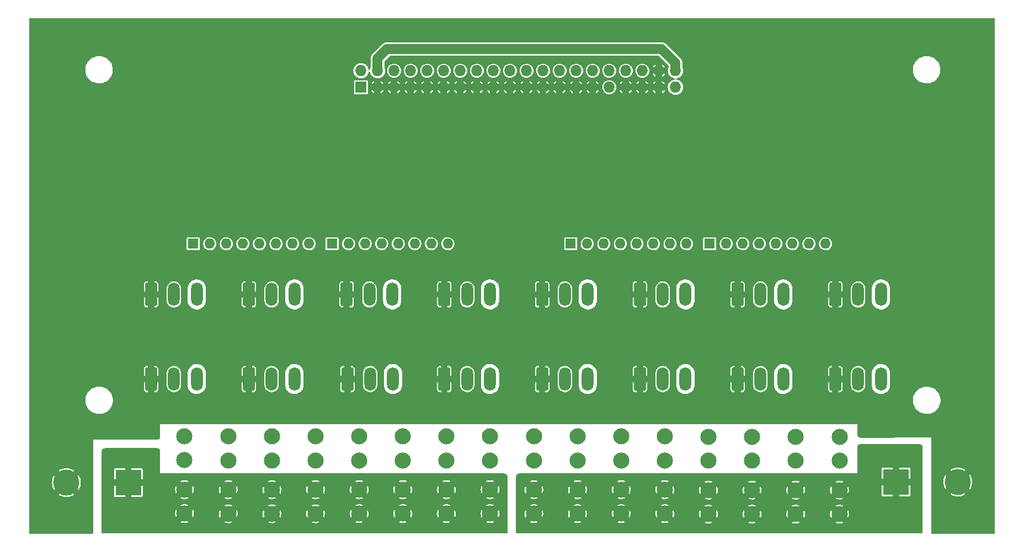
<source format=gbr>
%TF.GenerationSoftware,KiCad,Pcbnew,(6.0.7)*%
%TF.CreationDate,2022-08-24T09:26:42-04:00*%
%TF.ProjectId,PB_16,50425f31-362e-46b6-9963-61645f706362,v4*%
%TF.SameCoordinates,Original*%
%TF.FileFunction,Copper,L2,Bot*%
%TF.FilePolarity,Positive*%
%FSLAX46Y46*%
G04 Gerber Fmt 4.6, Leading zero omitted, Abs format (unit mm)*
G04 Created by KiCad (PCBNEW (6.0.7)) date 2022-08-24 09:26:42*
%MOMM*%
%LPD*%
G01*
G04 APERTURE LIST*
G04 Aperture macros list*
%AMRoundRect*
0 Rectangle with rounded corners*
0 $1 Rounding radius*
0 $2 $3 $4 $5 $6 $7 $8 $9 X,Y pos of 4 corners*
0 Add a 4 corners polygon primitive as box body*
4,1,4,$2,$3,$4,$5,$6,$7,$8,$9,$2,$3,0*
0 Add four circle primitives for the rounded corners*
1,1,$1+$1,$2,$3*
1,1,$1+$1,$4,$5*
1,1,$1+$1,$6,$7*
1,1,$1+$1,$8,$9*
0 Add four rect primitives between the rounded corners*
20,1,$1+$1,$2,$3,$4,$5,0*
20,1,$1+$1,$4,$5,$6,$7,0*
20,1,$1+$1,$6,$7,$8,$9,0*
20,1,$1+$1,$8,$9,$2,$3,0*%
G04 Aperture macros list end*
%TA.AperFunction,ComponentPad*%
%ADD10RoundRect,0.250000X-0.650000X-1.550000X0.650000X-1.550000X0.650000X1.550000X-0.650000X1.550000X0*%
%TD*%
%TA.AperFunction,ComponentPad*%
%ADD11O,1.800000X3.600000*%
%TD*%
%TA.AperFunction,ComponentPad*%
%ADD12C,2.475000*%
%TD*%
%TA.AperFunction,ComponentPad*%
%ADD13R,1.600000X1.600000*%
%TD*%
%TA.AperFunction,ComponentPad*%
%ADD14O,1.600000X1.600000*%
%TD*%
%TA.AperFunction,ComponentPad*%
%ADD15R,1.727200X1.727200*%
%TD*%
%TA.AperFunction,ComponentPad*%
%ADD16O,1.727200X1.727200*%
%TD*%
%TA.AperFunction,ComponentPad*%
%ADD17R,4.000000X4.000000*%
%TD*%
%TA.AperFunction,ComponentPad*%
%ADD18C,4.000000*%
%TD*%
%TA.AperFunction,ViaPad*%
%ADD19C,0.800000*%
%TD*%
%TA.AperFunction,Conductor*%
%ADD20C,1.500000*%
%TD*%
G04 APERTURE END LIST*
D10*
%TO.P,J2,1,Pin_1*%
%TO.N,GND*%
X-112017200Y3500D03*
D11*
%TO.P,J2,2,Pin_2*%
%TO.N,/Output 1-8/DOUT2*%
X-108517200Y3500D03*
%TO.P,J2,3,Pin_3*%
%TO.N,/Output 1-8/VOUT2*%
X-105017200Y3500D03*
%TD*%
D10*
%TO.P,J5,1,Pin_1*%
%TO.N,GND*%
X-82017200Y13003500D03*
D11*
%TO.P,J5,2,Pin_2*%
%TO.N,/Output 1-8/DOUT5*%
X-78517200Y13003500D03*
%TO.P,J5,3,Pin_3*%
%TO.N,/Output 1-8/VOUT5*%
X-75017200Y13003500D03*
%TD*%
D10*
%TO.P,J6,1,Pin_1*%
%TO.N,GND*%
X-81902858Y3500D03*
D11*
%TO.P,J6,2,Pin_2*%
%TO.N,/Output 1-8/DOUT6*%
X-78402858Y3500D03*
%TO.P,J6,3,Pin_3*%
%TO.N,/Output 1-8/VOUT6*%
X-74902858Y3500D03*
%TD*%
D10*
%TO.P,J7,1,Pin_1*%
%TO.N,GND*%
X-67017200Y13003500D03*
D11*
%TO.P,J7,2,Pin_2*%
%TO.N,/Output 1-8/DOUT7*%
X-63517200Y13003500D03*
%TO.P,J7,3,Pin_3*%
%TO.N,/Output 1-8/VOUT7*%
X-60017200Y13003500D03*
%TD*%
D10*
%TO.P,J8,1,Pin_1*%
%TO.N,GND*%
X-67017200Y3500D03*
D11*
%TO.P,J8,2,Pin_2*%
%TO.N,/Output 1-8/DOUT8*%
X-63517200Y3500D03*
%TO.P,J8,3,Pin_3*%
%TO.N,/Output 1-8/VOUT8*%
X-60017200Y3500D03*
%TD*%
D10*
%TO.P,J9,1,Pin_1*%
%TO.N,GND*%
X-52017200Y13003500D03*
D11*
%TO.P,J9,2,Pin_2*%
%TO.N,/Output 9-16/DOUT9*%
X-48517200Y13003500D03*
%TO.P,J9,3,Pin_3*%
%TO.N,/Output 9-16/VOUT9*%
X-45017200Y13003500D03*
%TD*%
D10*
%TO.P,J10,1,Pin_1*%
%TO.N,GND*%
X-52017200Y3500D03*
D11*
%TO.P,J10,2,Pin_2*%
%TO.N,/Output 9-16/DOUT10*%
X-48517200Y3500D03*
%TO.P,J10,3,Pin_3*%
%TO.N,/Output 9-16/VOUT10*%
X-45017200Y3500D03*
%TD*%
D10*
%TO.P,J11,1,Pin_1*%
%TO.N,GND*%
X-37017200Y13003500D03*
D11*
%TO.P,J11,2,Pin_2*%
%TO.N,/Output 9-16/DOUT11*%
X-33517200Y13003500D03*
%TO.P,J11,3,Pin_3*%
%TO.N,/Output 9-16/VOUT11*%
X-30017200Y13003500D03*
%TD*%
D10*
%TO.P,J12,1,Pin_1*%
%TO.N,GND*%
X-37017200Y3500D03*
D11*
%TO.P,J12,2,Pin_2*%
%TO.N,/Output 9-16/DOUT12*%
X-33517200Y3500D03*
%TO.P,J12,3,Pin_3*%
%TO.N,/Output 9-16/VOUT12*%
X-30017200Y3500D03*
%TD*%
D10*
%TO.P,J13,1,Pin_1*%
%TO.N,GND*%
X-22017200Y13003500D03*
D11*
%TO.P,J13,2,Pin_2*%
%TO.N,/Output 9-16/DOUT13*%
X-18517200Y13003500D03*
%TO.P,J13,3,Pin_3*%
%TO.N,/Output 9-16/VOUT13*%
X-15017200Y13003500D03*
%TD*%
D10*
%TO.P,J14,1,Pin_1*%
%TO.N,GND*%
X-22017200Y3500D03*
D11*
%TO.P,J14,2,Pin_2*%
%TO.N,/Output 9-16/DOUT14*%
X-18517200Y3500D03*
%TO.P,J14,3,Pin_3*%
%TO.N,/Output 9-16/VOUT14*%
X-15017200Y3500D03*
%TD*%
D10*
%TO.P,J15,1,Pin_1*%
%TO.N,GND*%
X-7017200Y13003500D03*
D11*
%TO.P,J15,2,Pin_2*%
%TO.N,/Output 9-16/DOUT15*%
X-3517200Y13003500D03*
%TO.P,J15,3,Pin_3*%
%TO.N,/Output 9-16/VOUT15*%
X-17200Y13003500D03*
%TD*%
D10*
%TO.P,J16,1,Pin_1*%
%TO.N,GND*%
X-7017200Y3500D03*
D11*
%TO.P,J16,2,Pin_2*%
%TO.N,/Output 9-16/DOUT16*%
X-3517200Y3500D03*
%TO.P,J16,3,Pin_3*%
%TO.N,/Output 9-16/VOUT16*%
X-17200Y3500D03*
%TD*%
D12*
%TO.P,F1,1_1,1*%
%TO.N,VIN1*%
X-106894600Y-20685100D03*
%TO.P,F1,1_2,1*%
X-106894600Y-16985100D03*
%TO.P,F1,2_1,2*%
%TO.N,/Output 1-8/VOUT1*%
X-106894600Y-12485100D03*
%TO.P,F1,2_2,2*%
X-106894600Y-8785100D03*
%TD*%
%TO.P,F7,1_1,1*%
%TO.N,VIN1*%
X-66692002Y-20695100D03*
%TO.P,F7,1_2,1*%
X-66692002Y-16995100D03*
%TO.P,F7,2_1,2*%
%TO.N,/Output 1-8/VOUT7*%
X-66692002Y-12495100D03*
%TO.P,F7,2_2,2*%
X-66692002Y-8795100D03*
%TD*%
%TO.P,F14,1_1,1*%
%TO.N,VIN2*%
X-19788971Y-20760100D03*
%TO.P,F14,1_2,1*%
X-19788971Y-17060100D03*
%TO.P,F14,2_1,2*%
%TO.N,/Output 9-16/VOUT14*%
X-19788971Y-12560100D03*
%TO.P,F14,2_2,2*%
X-19788971Y-8860100D03*
%TD*%
%TO.P,F2,1_1,1*%
%TO.N,VIN1*%
X-100194167Y-20700100D03*
%TO.P,F2,1_2,1*%
X-100194167Y-17000100D03*
%TO.P,F2,2_1,2*%
%TO.N,/Output 1-8/VOUT2*%
X-100194167Y-12500100D03*
%TO.P,F2,2_2,2*%
X-100194167Y-8800100D03*
%TD*%
%TO.P,F6,1_1,1*%
%TO.N,VIN1*%
X-73392435Y-20695100D03*
%TO.P,F6,1_2,1*%
X-73392435Y-16995100D03*
%TO.P,F6,2_1,2*%
%TO.N,/Output 1-8/VOUT6*%
X-73392435Y-12495100D03*
%TO.P,F6,2_2,2*%
X-73392435Y-8795100D03*
%TD*%
%TO.P,F8,1_1,1*%
%TO.N,VIN1*%
X-59991569Y-20695100D03*
%TO.P,F8,1_2,1*%
X-59991569Y-16995100D03*
%TO.P,F8,2_1,2*%
%TO.N,/Output 1-8/VOUT8*%
X-59991569Y-12495100D03*
%TO.P,F8,2_2,2*%
X-59991569Y-8795100D03*
%TD*%
%TO.P,F9,1_1,1*%
%TO.N,VIN2*%
X-53291136Y-20695100D03*
%TO.P,F9,1_2,1*%
X-53291136Y-16995100D03*
%TO.P,F9,2_1,2*%
%TO.N,/Output 9-16/VOUT9*%
X-53291136Y-12495100D03*
%TO.P,F9,2_2,2*%
X-53291136Y-8795100D03*
%TD*%
%TO.P,F10,1_1,1*%
%TO.N,VIN2*%
X-46590703Y-20695100D03*
%TO.P,F10,1_2,1*%
X-46590703Y-16995100D03*
%TO.P,F10,2_1,2*%
%TO.N,/Output 9-16/VOUT10*%
X-46590703Y-12495100D03*
%TO.P,F10,2_2,2*%
X-46590703Y-8795100D03*
%TD*%
%TO.P,F16,1_1,1*%
%TO.N,VIN2*%
X-6388100Y-20760100D03*
%TO.P,F16,1_2,1*%
X-6388100Y-17060100D03*
%TO.P,F16,2_1,2*%
%TO.N,/Output 9-16/VOUT16*%
X-6388100Y-12560100D03*
%TO.P,F16,2_2,2*%
X-6388100Y-8860100D03*
%TD*%
%TO.P,F5,1_1,1*%
%TO.N,VIN1*%
X-80092868Y-20695100D03*
%TO.P,F5,1_2,1*%
X-80092868Y-16995100D03*
%TO.P,F5,2_1,2*%
%TO.N,/Output 1-8/VOUT5*%
X-80092868Y-12495100D03*
%TO.P,F5,2_2,2*%
X-80092868Y-8795100D03*
%TD*%
%TO.P,F3,1_1,1*%
%TO.N,VIN1*%
X-93493734Y-20700100D03*
%TO.P,F3,1_2,1*%
X-93493734Y-17000100D03*
%TO.P,F3,2_1,2*%
%TO.N,/Output 1-8/VOUT3*%
X-93493734Y-12500100D03*
%TO.P,F3,2_2,2*%
X-93493734Y-8800100D03*
%TD*%
%TO.P,F13,1_1,1*%
%TO.N,VIN2*%
X-26489404Y-20760100D03*
%TO.P,F13,1_2,1*%
X-26489404Y-17060100D03*
%TO.P,F13,2_1,2*%
%TO.N,/Output 9-16/VOUT13*%
X-26489404Y-12560100D03*
%TO.P,F13,2_2,2*%
X-26489404Y-8860100D03*
%TD*%
D13*
%TO.P,RN1,1,R1.1*%
%TO.N,/Output 1-8/DOUT1*%
X-105555700Y20789900D03*
D14*
%TO.P,RN1,2,R1.2*%
%TO.N,Net-(RN1-Pad2)*%
X-103015700Y20789900D03*
%TO.P,RN1,3,R2.1*%
%TO.N,/Output 1-8/DOUT2*%
X-100475700Y20789900D03*
%TO.P,RN1,4,R2.2*%
%TO.N,Net-(RN1-Pad4)*%
X-97935700Y20789900D03*
%TO.P,RN1,5,R3.1*%
%TO.N,/Output 1-8/DOUT3*%
X-95395700Y20789900D03*
%TO.P,RN1,6,R3.2*%
%TO.N,Net-(RN1-Pad6)*%
X-92855700Y20789900D03*
%TO.P,RN1,7,R4.1*%
%TO.N,/Output 1-8/DOUT4*%
X-90315700Y20789900D03*
%TO.P,RN1,8,R4.2*%
%TO.N,Net-(RN1-Pad8)*%
X-87775700Y20789900D03*
%TD*%
D12*
%TO.P,F11,1_1,1*%
%TO.N,VIN2*%
X-39890270Y-20695100D03*
%TO.P,F11,1_2,1*%
X-39890270Y-16995100D03*
%TO.P,F11,2_1,2*%
%TO.N,/Output 9-16/VOUT11*%
X-39890270Y-12495100D03*
%TO.P,F11,2_2,2*%
X-39890270Y-8795100D03*
%TD*%
D13*
%TO.P,RN3,1,R1.1*%
%TO.N,/Output 9-16/DOUT9*%
X-47631000Y20789900D03*
D14*
%TO.P,RN3,2,R1.2*%
%TO.N,Net-(RN3-Pad2)*%
X-45091000Y20789900D03*
%TO.P,RN3,3,R2.1*%
%TO.N,/Output 9-16/DOUT10*%
X-42551000Y20789900D03*
%TO.P,RN3,4,R2.2*%
%TO.N,Net-(RN3-Pad4)*%
X-40011000Y20789900D03*
%TO.P,RN3,5,R3.1*%
%TO.N,/Output 9-16/DOUT11*%
X-37471000Y20789900D03*
%TO.P,RN3,6,R3.2*%
%TO.N,Net-(RN3-Pad6)*%
X-34931000Y20789900D03*
%TO.P,RN3,7,R4.1*%
%TO.N,/Output 9-16/DOUT12*%
X-32391000Y20789900D03*
%TO.P,RN3,8,R4.2*%
%TO.N,Net-(RN3-Pad8)*%
X-29851000Y20789900D03*
%TD*%
D13*
%TO.P,RN4,1,R1.1*%
%TO.N,Net-(RN4-Pad1)*%
X-26304600Y20789900D03*
D14*
%TO.P,RN4,2,R1.2*%
%TO.N,/Output 9-16/DOUT13*%
X-23764600Y20789900D03*
%TO.P,RN4,3,R2.1*%
%TO.N,Net-(RN4-Pad3)*%
X-21224600Y20789900D03*
%TO.P,RN4,4,R2.2*%
%TO.N,/Output 9-16/DOUT14*%
X-18684600Y20789900D03*
%TO.P,RN4,5,R3.1*%
%TO.N,Net-(RN4-Pad5)*%
X-16144600Y20789900D03*
%TO.P,RN4,6,R3.2*%
%TO.N,/Output 9-16/DOUT15*%
X-13604600Y20789900D03*
%TO.P,RN4,7,R4.1*%
%TO.N,Net-(RN4-Pad7)*%
X-11064600Y20789900D03*
%TO.P,RN4,8,R4.2*%
%TO.N,/Output 9-16/DOUT16*%
X-8524600Y20789900D03*
%TD*%
D13*
%TO.P,RN2,1,R1.1*%
%TO.N,Net-(RN2-Pad1)*%
X-84264500Y20789900D03*
D14*
%TO.P,RN2,2,R1.2*%
%TO.N,/Output 1-8/DOUT5*%
X-81724500Y20789900D03*
%TO.P,RN2,3,R2.1*%
%TO.N,Net-(RN2-Pad3)*%
X-79184500Y20789900D03*
%TO.P,RN2,4,R2.2*%
%TO.N,/Output 1-8/DOUT6*%
X-76644500Y20789900D03*
%TO.P,RN2,5,R3.1*%
%TO.N,Net-(RN2-Pad5)*%
X-74104500Y20789900D03*
%TO.P,RN2,6,R3.2*%
%TO.N,/Output 1-8/DOUT7*%
X-71564500Y20789900D03*
%TO.P,RN2,7,R4.1*%
%TO.N,Net-(RN2-Pad7)*%
X-69024500Y20789900D03*
%TO.P,RN2,8,R4.2*%
%TO.N,/Output 1-8/DOUT8*%
X-66484500Y20789900D03*
%TD*%
D12*
%TO.P,F4,1_1,1*%
%TO.N,VIN1*%
X-86793301Y-20700100D03*
%TO.P,F4,1_2,1*%
X-86793301Y-17000100D03*
%TO.P,F4,2_1,2*%
%TO.N,/Output 1-8/VOUT4*%
X-86793301Y-12500100D03*
%TO.P,F4,2_2,2*%
X-86793301Y-8800100D03*
%TD*%
D10*
%TO.P,J1,1,Pin_1*%
%TO.N,GND*%
X-112017200Y13003500D03*
D11*
%TO.P,J1,2,Pin_2*%
%TO.N,/Output 1-8/DOUT1*%
X-108517200Y13003500D03*
%TO.P,J1,3,Pin_3*%
%TO.N,/Output 1-8/VOUT1*%
X-105017200Y13003500D03*
%TD*%
D10*
%TO.P,J3,1,Pin_1*%
%TO.N,GND*%
X-97017200Y13003500D03*
D11*
%TO.P,J3,2,Pin_2*%
%TO.N,/Output 1-8/DOUT3*%
X-93517200Y13003500D03*
%TO.P,J3,3,Pin_3*%
%TO.N,/Output 1-8/VOUT3*%
X-90017200Y13003500D03*
%TD*%
D10*
%TO.P,J4,1,Pin_1*%
%TO.N,GND*%
X-97017200Y3500D03*
D11*
%TO.P,J4,2,Pin_2*%
%TO.N,/Output 1-8/DOUT4*%
X-93517200Y3500D03*
%TO.P,J4,3,Pin_3*%
%TO.N,/Output 1-8/VOUT4*%
X-90017200Y3500D03*
%TD*%
D12*
%TO.P,F15,1_1,1*%
%TO.N,VIN2*%
X-13088538Y-20760100D03*
%TO.P,F15,1_2,1*%
X-13088538Y-17060100D03*
%TO.P,F15,2_1,2*%
%TO.N,/Output 9-16/VOUT15*%
X-13088538Y-12560100D03*
%TO.P,F15,2_2,2*%
X-13088538Y-8860100D03*
%TD*%
%TO.P,F12,1_1,1*%
%TO.N,VIN2*%
X-33189837Y-20695100D03*
%TO.P,F12,1_2,1*%
X-33189837Y-16995100D03*
%TO.P,F12,2_1,2*%
%TO.N,/Output 9-16/VOUT12*%
X-33189837Y-12495100D03*
%TO.P,F12,2_2,2*%
X-33189837Y-8795100D03*
%TD*%
D15*
%TO.P,J19,1,Pin_1*%
%TO.N,unconnected-(J19-Pad1)*%
X-79816200Y44845700D03*
D16*
%TO.P,J19,2,Pin_2*%
%TO.N,+5V*%
X-79816200Y47385700D03*
%TO.P,J19,3,Pin_3*%
%TO.N,GND*%
X-77276200Y44845700D03*
%TO.P,J19,4,Pin_4*%
%TO.N,+5V*%
X-77276200Y47385700D03*
%TO.P,J19,5,Pin_5*%
%TO.N,GND*%
X-74736200Y44845700D03*
%TO.P,J19,6,Pin_6*%
%TO.N,OUT17*%
X-74736200Y47385700D03*
%TO.P,J19,7,Pin_7*%
%TO.N,GND*%
X-72196200Y44845700D03*
%TO.P,J19,8,Pin_8*%
%TO.N,OUT18*%
X-72196200Y47385700D03*
%TO.P,J19,9,Pin_9*%
%TO.N,GND*%
X-69656200Y44845700D03*
%TO.P,J19,10,Pin_10*%
%TO.N,OUT19*%
X-69656200Y47385700D03*
%TO.P,J19,11,Pin_11*%
%TO.N,GND*%
X-67116200Y44845700D03*
%TO.P,J19,12,Pin_12*%
%TO.N,OUT20*%
X-67116200Y47385700D03*
%TO.P,J19,13,Pin_13*%
%TO.N,GND*%
X-64576200Y44845700D03*
%TO.P,J19,14,Pin_14*%
%TO.N,OUT21*%
X-64576200Y47385700D03*
%TO.P,J19,15,Pin_15*%
%TO.N,GND*%
X-62036200Y44845700D03*
%TO.P,J19,16,Pin_16*%
%TO.N,OUT22*%
X-62036200Y47385700D03*
%TO.P,J19,17,Pin_17*%
%TO.N,GND*%
X-59496200Y44845700D03*
%TO.P,J19,18,Pin_18*%
%TO.N,OUT23*%
X-59496200Y47385700D03*
%TO.P,J19,19,Pin_19*%
%TO.N,GND*%
X-56956200Y44845700D03*
%TO.P,J19,20,Pin_20*%
%TO.N,OUT24*%
X-56956200Y47385700D03*
%TO.P,J19,21,Pin_21*%
%TO.N,GND*%
X-54416200Y44845700D03*
%TO.P,J19,22,Pin_22*%
%TO.N,OUT25*%
X-54416200Y47385700D03*
%TO.P,J19,23,Pin_23*%
%TO.N,GND*%
X-51876200Y44845700D03*
%TO.P,J19,24,Pin_24*%
%TO.N,OUT26*%
X-51876200Y47385700D03*
%TO.P,J19,25,Pin_25*%
%TO.N,GND*%
X-49336200Y44845700D03*
%TO.P,J19,26,Pin_26*%
%TO.N,OUT27*%
X-49336200Y47385700D03*
%TO.P,J19,27,Pin_27*%
%TO.N,GND*%
X-46796200Y44845700D03*
%TO.P,J19,28,Pin_28*%
%TO.N,OUT28*%
X-46796200Y47385700D03*
%TO.P,J19,29,Pin_29*%
%TO.N,GND*%
X-44256200Y44845700D03*
%TO.P,J19,30,Pin_30*%
%TO.N,unconnected-(J19-Pad30)*%
X-44256200Y47385700D03*
%TO.P,J19,31,Pin_31*%
%TO.N,OUT29*%
X-41716200Y44845700D03*
%TO.P,J19,32,Pin_32*%
%TO.N,OUT30*%
X-41716200Y47385700D03*
%TO.P,J19,33,Pin_33*%
%TO.N,GND*%
X-39176200Y44845700D03*
%TO.P,J19,34,Pin_34*%
%TO.N,OUT31*%
X-39176200Y47385700D03*
%TO.P,J19,35,Pin_35*%
%TO.N,GND*%
X-36636200Y44845700D03*
%TO.P,J19,36,Pin_36*%
%TO.N,OUT32*%
X-36636200Y47385700D03*
%TO.P,J19,37,Pin_37*%
%TO.N,GND*%
X-34096200Y44845700D03*
%TO.P,J19,38,Pin_38*%
X-34096200Y47385700D03*
%TO.P,J19,39,Pin_39*%
%TO.N,+5V*%
X-31556200Y44845700D03*
%TO.P,J19,40,Pin_40*%
X-31556200Y47385700D03*
%TD*%
D17*
%TO.P,J17,1,P1*%
%TO.N,VIN1*%
X-115516200Y-15914300D03*
D18*
%TO.P,J17,2,P2*%
%TO.N,GND*%
X-125016200Y-15914300D03*
%TD*%
D17*
%TO.P,J18,1,P1*%
%TO.N,VIN2*%
X2283800Y-15814300D03*
D18*
%TO.P,J18,2,P2*%
%TO.N,GND*%
X11783800Y-15814300D03*
%TD*%
D19*
%TO.N,GND*%
X-102466200Y9635700D03*
X-43116200Y8585700D03*
X-58216200Y53535700D03*
X-24016200Y31785700D03*
X2583800Y17785700D03*
X-29066200Y46785700D03*
X15183800Y21385700D03*
X-77766200Y18935700D03*
X-37866200Y53635700D03*
X-128066200Y27885700D03*
X-48066200Y53635700D03*
X-54216200Y39485700D03*
X-116566200Y19385700D03*
X-67566200Y22785700D03*
X-65816200Y48985700D03*
X-63316200Y53535700D03*
X-50716200Y35685700D03*
X-68316200Y48985700D03*
X-33866200Y18685700D03*
X-18416200Y49985700D03*
X-44266200Y27835700D03*
X-55716200Y48985700D03*
X-58966200Y3435700D03*
X-76416200Y26985700D03*
X-64616200Y27235700D03*
X-1816200Y26785700D03*
X15183800Y43385700D03*
X-58216200Y48985700D03*
X-42966200Y53635700D03*
X-55716200Y53585700D03*
X-71016200Y49085700D03*
X-46916200Y18435700D03*
X-3766200Y19735700D03*
X-10266200Y33485700D03*
X-40416200Y53635700D03*
X-44216200Y31585700D03*
X-27816200Y14885700D03*
X-92816200Y27585700D03*
X-76216200Y53435700D03*
X-40516200Y49085700D03*
X-110316200Y49385700D03*
X-23216200Y39485700D03*
X-45716200Y39485700D03*
X-120004200Y-8826300D03*
X-56266200Y22985700D03*
X-50616200Y48985700D03*
X-50616200Y27185700D03*
X-45516200Y53585700D03*
X-84816200Y18585700D03*
X15383800Y10185700D03*
X2133800Y-8164300D03*
X-92816200Y31785700D03*
X-73466200Y53535700D03*
X-11266200Y31185700D03*
X-39616200Y18585700D03*
X-127816200Y20385700D03*
X-12516200Y31185700D03*
X-82716200Y44035700D03*
X-13716200Y31185700D03*
X15683800Y29885700D03*
X-3816200Y24785700D03*
X-73516200Y49085700D03*
X-24716200Y36785700D03*
X-68016200Y18935700D03*
X-53116200Y53635700D03*
X-65866200Y53585700D03*
X-35916200Y27835700D03*
X-92016200Y18685700D03*
X-92766200Y38285700D03*
X-48116200Y48985700D03*
X-25016200Y27585700D03*
X183800Y40385700D03*
X-20016200Y35385700D03*
X-60766200Y53535700D03*
X-14916200Y18985700D03*
X-66200Y49635700D03*
X-128066200Y41885700D03*
X-106516200Y18435700D03*
X-35516200Y34085700D03*
X-128616200Y9985700D03*
X-82616200Y47685700D03*
X-50616200Y53635700D03*
X-73866200Y15835700D03*
X-20416200Y28785700D03*
X-10266200Y32185700D03*
X-9816200Y38385700D03*
X-35266200Y53635700D03*
X-70966200Y53535700D03*
X-13816200Y27385700D03*
X-18216200Y28785700D03*
X-83016200Y27385700D03*
X8083800Y17835700D03*
X-96216200Y25185700D03*
X6487800Y-7810300D03*
X-61416200Y18585700D03*
X-79016200Y34585700D03*
X-102666200Y15185700D03*
X-43166200Y17185700D03*
X-13666200Y34435700D03*
X-53116200Y49085700D03*
X-24266200Y42835700D03*
X-68416200Y53535700D03*
X-13566200Y9085700D03*
X-49366200Y23235700D03*
X-29856200Y50685700D03*
X-63316200Y48985700D03*
X-19216200Y18685700D03*
X-94616200Y34385700D03*
X-57966200Y15785700D03*
X-33616200Y31985700D03*
X-72466200Y9635700D03*
X-32766200Y4335700D03*
X-11266200Y34435700D03*
X-126216200Y7985700D03*
X-58366200Y8085700D03*
X-83316200Y52685700D03*
X-24766200Y46885700D03*
X-72316200Y18385700D03*
X-43316200Y25785700D03*
X-10916200Y23235700D03*
X-42416200Y34285700D03*
X-57516200Y39585700D03*
X-12466200Y34435700D03*
X-45416200Y48985700D03*
X-37116200Y41585700D03*
X-99616200Y50085700D03*
X-117972200Y-8826300D03*
X7183800Y29385700D03*
X-127816200Y35385700D03*
X-1366200Y-8264300D03*
X-110816200Y41385700D03*
X-816200Y4385700D03*
X-42316200Y38985700D03*
X-58416200Y35935700D03*
X-97816200Y18685700D03*
X-23616200Y27585700D03*
X-115940200Y-8826300D03*
X-37916200Y49085700D03*
X-123566200Y-3614300D03*
X-60816200Y48985700D03*
X-58416200Y26935700D03*
X-3816200Y28985700D03*
X-89766200Y41285700D03*
X-71016200Y34785700D03*
X-109466200Y20335700D03*
X-78616200Y28985700D03*
X-83216200Y31985700D03*
X12983800Y7785700D03*
%TD*%
D20*
%TO.N,+5V*%
X-33659886Y50710700D02*
X-75816200Y50710700D01*
X-31556200Y48607014D02*
X-33659886Y50710700D01*
X-75816200Y50710700D02*
X-77276200Y49250700D01*
X-77276200Y49250700D02*
X-77276200Y47385700D01*
X-31556200Y47385700D02*
X-31556200Y48607014D01*
%TD*%
%TA.AperFunction,Conductor*%
%TO.N,GND*%
G36*
X17425421Y55465198D02*
G01*
X17471914Y55411542D01*
X17483300Y55359200D01*
X17483300Y-23687800D01*
X17463298Y-23755921D01*
X17409642Y-23802414D01*
X17357300Y-23813800D01*
X7858210Y-23813800D01*
X7790089Y-23793798D01*
X7741801Y-23736017D01*
X7707458Y-23653104D01*
X7698945Y-23621334D01*
X7684878Y-23514488D01*
X7683800Y-23498041D01*
X7683800Y-17682173D01*
X10628184Y-17682173D01*
X10638066Y-17694662D01*
X10678007Y-17721350D01*
X10685144Y-17725471D01*
X10936392Y-17849372D01*
X10943996Y-17852522D01*
X11209269Y-17942570D01*
X11217221Y-17944701D01*
X11491983Y-17999354D01*
X11500141Y-18000428D01*
X11779681Y-18018750D01*
X11787919Y-18018750D01*
X12067459Y-18000428D01*
X12075617Y-17999354D01*
X12350379Y-17944701D01*
X12358331Y-17942570D01*
X12623604Y-17852522D01*
X12631208Y-17849372D01*
X12882456Y-17725471D01*
X12889593Y-17721350D01*
X12930969Y-17693704D01*
X12939257Y-17683786D01*
X12932000Y-17669607D01*
X11796612Y-16534219D01*
X11782668Y-16526605D01*
X11780835Y-16526736D01*
X11774220Y-16530987D01*
X10634380Y-17670827D01*
X10628184Y-17682173D01*
X7683800Y-17682173D01*
X7683800Y-15818419D01*
X9579350Y-15818419D01*
X9597672Y-16097959D01*
X9598746Y-16106117D01*
X9653399Y-16380879D01*
X9655530Y-16388831D01*
X9745578Y-16654104D01*
X9748728Y-16661708D01*
X9872629Y-16912956D01*
X9876750Y-16920093D01*
X9904396Y-16961469D01*
X9914314Y-16969757D01*
X9928493Y-16962500D01*
X11063881Y-15827112D01*
X11070259Y-15815432D01*
X12496105Y-15815432D01*
X12496236Y-15817265D01*
X12500487Y-15823880D01*
X13640327Y-16963720D01*
X13651673Y-16969916D01*
X13664162Y-16960034D01*
X13690850Y-16920093D01*
X13694971Y-16912956D01*
X13818872Y-16661708D01*
X13822022Y-16654104D01*
X13912070Y-16388831D01*
X13914201Y-16380879D01*
X13968854Y-16106117D01*
X13969928Y-16097959D01*
X13988250Y-15818419D01*
X13988250Y-15810181D01*
X13969928Y-15530641D01*
X13968854Y-15522483D01*
X13914201Y-15247721D01*
X13912070Y-15239769D01*
X13822022Y-14974496D01*
X13818872Y-14966892D01*
X13694971Y-14715644D01*
X13690850Y-14708507D01*
X13663204Y-14667131D01*
X13653286Y-14658843D01*
X13639107Y-14666100D01*
X12503719Y-15801488D01*
X12496105Y-15815432D01*
X11070259Y-15815432D01*
X11071495Y-15813168D01*
X11071364Y-15811335D01*
X11067113Y-15804720D01*
X9927273Y-14664880D01*
X9915927Y-14658684D01*
X9903438Y-14668566D01*
X9876750Y-14708507D01*
X9872629Y-14715644D01*
X9748728Y-14966892D01*
X9745578Y-14974496D01*
X9655530Y-15239769D01*
X9653399Y-15247721D01*
X9598746Y-15522483D01*
X9597672Y-15530641D01*
X9579350Y-15810181D01*
X9579350Y-15818419D01*
X7683800Y-15818419D01*
X7683800Y-13944814D01*
X10628343Y-13944814D01*
X10635600Y-13958993D01*
X11770988Y-15094381D01*
X11784932Y-15101995D01*
X11786765Y-15101864D01*
X11793380Y-15097613D01*
X12933220Y-13957773D01*
X12939416Y-13946427D01*
X12929534Y-13933938D01*
X12889593Y-13907250D01*
X12882456Y-13903129D01*
X12631208Y-13779228D01*
X12623604Y-13776078D01*
X12358331Y-13686030D01*
X12350379Y-13683899D01*
X12075617Y-13629246D01*
X12067459Y-13628172D01*
X11787919Y-13609850D01*
X11779681Y-13609850D01*
X11500141Y-13628172D01*
X11491983Y-13629246D01*
X11217221Y-13683899D01*
X11209269Y-13686030D01*
X10943996Y-13776078D01*
X10936392Y-13779228D01*
X10685144Y-13903129D01*
X10678007Y-13907250D01*
X10636631Y-13934896D01*
X10628343Y-13944814D01*
X7683800Y-13944814D01*
X7683800Y-9014300D01*
X7175262Y-9014839D01*
X7175261Y-9014839D01*
X7171133Y-9014843D01*
X7171127Y-9014843D01*
X-3118997Y-9025752D01*
X-3135456Y-9024690D01*
X-3214973Y-9014300D01*
X-3242388Y-9010718D01*
X-3274188Y-9002227D01*
X-3366150Y-8964220D01*
X-3394665Y-8947784D01*
X-3473644Y-8887259D01*
X-3496930Y-8863997D01*
X-3557540Y-8785081D01*
X-3574008Y-8756582D01*
X-3612110Y-8664664D01*
X-3620635Y-8632872D01*
X-3634721Y-8525951D01*
X-3635800Y-8509494D01*
X-3635800Y-6943500D01*
X-110616200Y-6943500D01*
X-110616799Y-7450900D01*
X-110618359Y-8771917D01*
X-110618391Y-8798649D01*
X-110619487Y-8815082D01*
X-110633659Y-8921832D01*
X-110642197Y-8953571D01*
X-110680303Y-9045338D01*
X-110696756Y-9073784D01*
X-110757305Y-9152582D01*
X-110780558Y-9175807D01*
X-110859419Y-9236257D01*
X-110887889Y-9252679D01*
X-110979700Y-9290677D01*
X-111011449Y-9299178D01*
X-111108257Y-9311913D01*
X-111118221Y-9313224D01*
X-111134655Y-9314300D01*
X-120916200Y-9314300D01*
X-120916200Y-23498041D01*
X-120917278Y-23514488D01*
X-120931345Y-23621334D01*
X-120939858Y-23653104D01*
X-120974201Y-23736017D01*
X-121018749Y-23791299D01*
X-121090610Y-23813800D01*
X-130589700Y-23813800D01*
X-130657821Y-23793798D01*
X-130704314Y-23740142D01*
X-130715700Y-23687800D01*
X-130715700Y-17782173D01*
X-126171816Y-17782173D01*
X-126161934Y-17794662D01*
X-126121993Y-17821350D01*
X-126114856Y-17825471D01*
X-125863608Y-17949372D01*
X-125856004Y-17952522D01*
X-125590731Y-18042570D01*
X-125582779Y-18044701D01*
X-125308017Y-18099354D01*
X-125299859Y-18100428D01*
X-125020319Y-18118750D01*
X-125012081Y-18118750D01*
X-124732541Y-18100428D01*
X-124724383Y-18099354D01*
X-124449621Y-18044701D01*
X-124441669Y-18042570D01*
X-124176396Y-17952522D01*
X-124168792Y-17949372D01*
X-123917544Y-17825471D01*
X-123910407Y-17821350D01*
X-123869031Y-17793704D01*
X-123860743Y-17783786D01*
X-123868000Y-17769607D01*
X-125003388Y-16634219D01*
X-125017332Y-16626605D01*
X-125019165Y-16626736D01*
X-125025780Y-16630987D01*
X-126165620Y-17770827D01*
X-126171816Y-17782173D01*
X-130715700Y-17782173D01*
X-130715700Y-15918419D01*
X-127220650Y-15918419D01*
X-127202328Y-16197959D01*
X-127201254Y-16206117D01*
X-127146601Y-16480879D01*
X-127144470Y-16488831D01*
X-127054422Y-16754104D01*
X-127051272Y-16761708D01*
X-126927371Y-17012956D01*
X-126923250Y-17020093D01*
X-126895604Y-17061469D01*
X-126885686Y-17069757D01*
X-126871507Y-17062500D01*
X-125736119Y-15927112D01*
X-125729741Y-15915432D01*
X-124303895Y-15915432D01*
X-124303764Y-15917265D01*
X-124299513Y-15923880D01*
X-123159673Y-17063720D01*
X-123148327Y-17069916D01*
X-123135838Y-17060034D01*
X-123109150Y-17020093D01*
X-123105029Y-17012956D01*
X-122981128Y-16761708D01*
X-122977978Y-16754104D01*
X-122887930Y-16488831D01*
X-122885799Y-16480879D01*
X-122831146Y-16206117D01*
X-122830072Y-16197959D01*
X-122811750Y-15918419D01*
X-122811750Y-15910181D01*
X-122830072Y-15630641D01*
X-122831146Y-15622483D01*
X-122885799Y-15347721D01*
X-122887930Y-15339769D01*
X-122977978Y-15074496D01*
X-122981128Y-15066892D01*
X-123105029Y-14815644D01*
X-123109150Y-14808507D01*
X-123136796Y-14767131D01*
X-123146714Y-14758843D01*
X-123160893Y-14766100D01*
X-124296281Y-15901488D01*
X-124303895Y-15915432D01*
X-125729741Y-15915432D01*
X-125728505Y-15913168D01*
X-125728636Y-15911335D01*
X-125732887Y-15904720D01*
X-126872727Y-14764880D01*
X-126884073Y-14758684D01*
X-126896562Y-14768566D01*
X-126923250Y-14808507D01*
X-126927371Y-14815644D01*
X-127051272Y-15066892D01*
X-127054422Y-15074496D01*
X-127144470Y-15339769D01*
X-127146601Y-15347721D01*
X-127201254Y-15622483D01*
X-127202328Y-15630641D01*
X-127220650Y-15910181D01*
X-127220650Y-15918419D01*
X-130715700Y-15918419D01*
X-130715700Y-14044814D01*
X-126171657Y-14044814D01*
X-126164400Y-14058993D01*
X-125029012Y-15194381D01*
X-125015068Y-15201995D01*
X-125013235Y-15201864D01*
X-125006620Y-15197613D01*
X-123866780Y-14057773D01*
X-123860584Y-14046427D01*
X-123870466Y-14033938D01*
X-123910407Y-14007250D01*
X-123917544Y-14003129D01*
X-124168792Y-13879228D01*
X-124176396Y-13876078D01*
X-124441669Y-13786030D01*
X-124449621Y-13783899D01*
X-124724383Y-13729246D01*
X-124732541Y-13728172D01*
X-125012081Y-13709850D01*
X-125020319Y-13709850D01*
X-125299859Y-13728172D01*
X-125308017Y-13729246D01*
X-125582779Y-13783899D01*
X-125590731Y-13786030D01*
X-125856004Y-13876078D01*
X-125863608Y-13879228D01*
X-126114856Y-14003129D01*
X-126121993Y-14007250D01*
X-126163369Y-14034896D01*
X-126171657Y-14044814D01*
X-130715700Y-14044814D01*
X-130715700Y-3395300D01*
X-122090853Y-3395300D01*
X-122090294Y-3399544D01*
X-122090294Y-3399548D01*
X-122073901Y-3524069D01*
X-122053471Y-3679249D01*
X-121977898Y-3955498D01*
X-121865532Y-4218935D01*
X-121718454Y-4464685D01*
X-121539385Y-4688200D01*
X-121331638Y-4885345D01*
X-121099057Y-5052471D01*
X-120845947Y-5186486D01*
X-120576990Y-5284910D01*
X-120297164Y-5345922D01*
X-120257699Y-5349028D01*
X-120075003Y-5363407D01*
X-120074996Y-5363407D01*
X-120072547Y-5363600D01*
X-119917608Y-5363600D01*
X-119915472Y-5363454D01*
X-119915461Y-5363454D01*
X-119708140Y-5349320D01*
X-119708134Y-5349319D01*
X-119703863Y-5349028D01*
X-119699668Y-5348159D01*
X-119699666Y-5348159D01*
X-119563638Y-5319989D01*
X-119423414Y-5290950D01*
X-119153442Y-5195348D01*
X-118898942Y-5063991D01*
X-118895441Y-5061530D01*
X-118895437Y-5061528D01*
X-118668129Y-4901773D01*
X-118668123Y-4901768D01*
X-118664624Y-4899309D01*
X-118454824Y-4704351D01*
X-118444025Y-4691158D01*
X-118276139Y-4486041D01*
X-118273423Y-4482723D01*
X-118123780Y-4238527D01*
X-118116798Y-4222622D01*
X-118010386Y-3980210D01*
X-118010385Y-3980206D01*
X-118008662Y-3976282D01*
X-117930200Y-3700839D01*
X-117889846Y-3417296D01*
X-117889731Y-3395300D01*
X4909147Y-3395300D01*
X4909706Y-3399544D01*
X4909706Y-3399548D01*
X4926099Y-3524069D01*
X4946529Y-3679249D01*
X5022102Y-3955498D01*
X5134468Y-4218935D01*
X5281546Y-4464685D01*
X5460615Y-4688200D01*
X5668362Y-4885345D01*
X5900943Y-5052471D01*
X6154053Y-5186486D01*
X6423010Y-5284910D01*
X6702836Y-5345922D01*
X6742301Y-5349028D01*
X6924997Y-5363407D01*
X6925004Y-5363407D01*
X6927453Y-5363600D01*
X7082392Y-5363600D01*
X7084528Y-5363454D01*
X7084539Y-5363454D01*
X7291860Y-5349320D01*
X7291866Y-5349319D01*
X7296137Y-5349028D01*
X7300332Y-5348159D01*
X7300334Y-5348159D01*
X7436362Y-5319989D01*
X7576586Y-5290950D01*
X7846558Y-5195348D01*
X8101058Y-5063991D01*
X8104559Y-5061530D01*
X8104563Y-5061528D01*
X8331871Y-4901773D01*
X8331877Y-4901768D01*
X8335376Y-4899309D01*
X8545176Y-4704351D01*
X8555975Y-4691158D01*
X8723861Y-4486041D01*
X8726577Y-4482723D01*
X8876220Y-4238527D01*
X8883202Y-4222622D01*
X8989614Y-3980210D01*
X8989615Y-3980206D01*
X8991338Y-3976282D01*
X9069800Y-3700839D01*
X9110154Y-3417296D01*
X9111653Y-3130900D01*
X9108198Y-3104652D01*
X9074831Y-2851207D01*
X9074271Y-2846951D01*
X8998698Y-2570702D01*
X8886332Y-2307265D01*
X8739254Y-2061515D01*
X8712952Y-2028684D01*
X8562875Y-1841358D01*
X8560185Y-1838000D01*
X8375575Y-1662811D01*
X8355547Y-1643805D01*
X8355544Y-1643803D01*
X8352438Y-1640855D01*
X8119857Y-1473729D01*
X7866747Y-1339714D01*
X7597790Y-1241290D01*
X7317964Y-1180278D01*
X7274789Y-1176880D01*
X7095803Y-1162793D01*
X7095796Y-1162793D01*
X7093347Y-1162600D01*
X6938408Y-1162600D01*
X6936272Y-1162746D01*
X6936261Y-1162746D01*
X6728940Y-1176880D01*
X6728934Y-1176881D01*
X6724663Y-1177172D01*
X6720468Y-1178041D01*
X6720466Y-1178041D01*
X6592242Y-1204595D01*
X6444214Y-1235250D01*
X6174242Y-1330852D01*
X5919742Y-1462209D01*
X5916241Y-1464670D01*
X5916237Y-1464672D01*
X5688929Y-1624427D01*
X5688923Y-1624432D01*
X5685424Y-1626891D01*
X5619683Y-1687981D01*
X5523638Y-1777232D01*
X5475624Y-1821849D01*
X5472910Y-1825165D01*
X5472907Y-1825168D01*
X5379497Y-1939293D01*
X5294223Y-2043477D01*
X5144580Y-2287673D01*
X5142853Y-2291607D01*
X5142852Y-2291609D01*
X5135980Y-2307265D01*
X5029462Y-2549918D01*
X4951000Y-2825361D01*
X4910646Y-3108904D01*
X4909147Y-3395300D01*
X-117889731Y-3395300D01*
X-117888347Y-3130900D01*
X-117891802Y-3104652D01*
X-117925169Y-2851207D01*
X-117925729Y-2846951D01*
X-118001302Y-2570702D01*
X-118113668Y-2307265D01*
X-118260746Y-2061515D01*
X-118287048Y-2028684D01*
X-118437125Y-1841358D01*
X-118439815Y-1838000D01*
X-118624425Y-1662811D01*
X-118644453Y-1643805D01*
X-118644456Y-1643803D01*
X-118647562Y-1640855D01*
X-118708170Y-1597304D01*
X-113117199Y-1597304D01*
X-113116920Y-1603225D01*
X-113114944Y-1624131D01*
X-113111679Y-1639016D01*
X-113072506Y-1750564D01*
X-113063794Y-1767020D01*
X-112994584Y-1860721D01*
X-112981421Y-1873884D01*
X-112887720Y-1943094D01*
X-112871264Y-1951806D01*
X-112759721Y-1990977D01*
X-112744827Y-1994245D01*
X-112723919Y-1996221D01*
X-112718008Y-1996500D01*
X-112535315Y-1996500D01*
X-112520076Y-1992025D01*
X-112518871Y-1990635D01*
X-112517200Y-1982952D01*
X-112517200Y-1978384D01*
X-111517200Y-1978384D01*
X-111512725Y-1993623D01*
X-111511335Y-1994828D01*
X-111503652Y-1996499D01*
X-111316396Y-1996499D01*
X-111310475Y-1996220D01*
X-111289569Y-1994244D01*
X-111274684Y-1990979D01*
X-111163136Y-1951806D01*
X-111146680Y-1943094D01*
X-111052979Y-1873884D01*
X-111039816Y-1860721D01*
X-110970606Y-1767020D01*
X-110961894Y-1750564D01*
X-110922723Y-1639021D01*
X-110919455Y-1624127D01*
X-110917479Y-1603219D01*
X-110917200Y-1597308D01*
X-110917200Y-948969D01*
X-109617700Y-948969D01*
X-109602761Y-1105546D01*
X-109601072Y-1111302D01*
X-109601072Y-1111304D01*
X-109580936Y-1179942D01*
X-109543647Y-1307049D01*
X-109512129Y-1368244D01*
X-109451446Y-1486067D01*
X-109447495Y-1493739D01*
X-109443791Y-1498454D01*
X-109321482Y-1654162D01*
X-109321478Y-1654167D01*
X-109317776Y-1658879D01*
X-109313246Y-1662810D01*
X-109313245Y-1662811D01*
X-109163702Y-1792579D01*
X-109163697Y-1792583D01*
X-109159171Y-1796510D01*
X-108977401Y-1901666D01*
X-108869673Y-1939075D01*
X-108784691Y-1968586D01*
X-108784689Y-1968586D01*
X-108779026Y-1970553D01*
X-108773091Y-1971414D01*
X-108773089Y-1971414D01*
X-108577144Y-1999825D01*
X-108577141Y-1999825D01*
X-108571204Y-2000686D01*
X-108361433Y-1990977D01*
X-108229653Y-1959218D01*
X-108163115Y-1943182D01*
X-108163113Y-1943181D01*
X-108157282Y-1941776D01*
X-108151824Y-1939294D01*
X-108151820Y-1939293D01*
X-108013516Y-1876410D01*
X-107966119Y-1854860D01*
X-107794840Y-1733363D01*
X-107649625Y-1581669D01*
X-107629590Y-1550640D01*
X-107538967Y-1410291D01*
X-107538966Y-1410288D01*
X-107535715Y-1405254D01*
X-107510112Y-1341725D01*
X-107459461Y-1216045D01*
X-107459460Y-1216042D01*
X-107457219Y-1210481D01*
X-107456071Y-1204600D01*
X-107456069Y-1204595D01*
X-107417838Y-1008824D01*
X-107417838Y-1008821D01*
X-107416970Y-1004378D01*
X-107416700Y-998857D01*
X-107416700Y-956180D01*
X-106417700Y-956180D01*
X-106413652Y-1003881D01*
X-106404537Y-1111304D01*
X-106402669Y-1133323D01*
X-106401331Y-1138478D01*
X-106401330Y-1138484D01*
X-106390482Y-1180278D01*
X-106342960Y-1363374D01*
X-106245343Y-1580076D01*
X-106112609Y-1777232D01*
X-105948555Y-1949205D01*
X-105757870Y-2091079D01*
X-105546007Y-2198795D01*
X-105540916Y-2200376D01*
X-105540913Y-2200377D01*
X-105324119Y-2267693D01*
X-105319024Y-2269275D01*
X-105313735Y-2269976D01*
X-105088694Y-2299804D01*
X-105088691Y-2299804D01*
X-105083411Y-2300504D01*
X-105078082Y-2300304D01*
X-105078081Y-2300304D01*
X-104981041Y-2296661D01*
X-104845905Y-2291587D01*
X-104613296Y-2242781D01*
X-104608337Y-2240823D01*
X-104608335Y-2240822D01*
X-104397202Y-2157441D01*
X-104397200Y-2157440D01*
X-104392237Y-2155480D01*
X-104243460Y-2065200D01*
X-104193607Y-2034948D01*
X-104193608Y-2034948D01*
X-104189047Y-2032181D01*
X-104147927Y-1996499D01*
X-104013569Y-1879910D01*
X-104013567Y-1879908D01*
X-104009536Y-1876410D01*
X-104006153Y-1872284D01*
X-104006149Y-1872280D01*
X-103862223Y-1696748D01*
X-103858838Y-1692620D01*
X-103841869Y-1662811D01*
X-103804581Y-1597304D01*
X-98117199Y-1597304D01*
X-98116920Y-1603225D01*
X-98114944Y-1624131D01*
X-98111679Y-1639016D01*
X-98072506Y-1750564D01*
X-98063794Y-1767020D01*
X-97994584Y-1860721D01*
X-97981421Y-1873884D01*
X-97887720Y-1943094D01*
X-97871264Y-1951806D01*
X-97759721Y-1990977D01*
X-97744827Y-1994245D01*
X-97723919Y-1996221D01*
X-97718008Y-1996500D01*
X-97535315Y-1996500D01*
X-97520076Y-1992025D01*
X-97518871Y-1990635D01*
X-97517200Y-1982952D01*
X-97517200Y-1978384D01*
X-96517200Y-1978384D01*
X-96512725Y-1993623D01*
X-96511335Y-1994828D01*
X-96503652Y-1996499D01*
X-96316396Y-1996499D01*
X-96310475Y-1996220D01*
X-96289569Y-1994244D01*
X-96274684Y-1990979D01*
X-96163136Y-1951806D01*
X-96146680Y-1943094D01*
X-96052979Y-1873884D01*
X-96039816Y-1860721D01*
X-95970606Y-1767020D01*
X-95961894Y-1750564D01*
X-95922723Y-1639021D01*
X-95919455Y-1624127D01*
X-95917479Y-1603219D01*
X-95917200Y-1597308D01*
X-95917200Y-948969D01*
X-94617700Y-948969D01*
X-94602761Y-1105546D01*
X-94601072Y-1111302D01*
X-94601072Y-1111304D01*
X-94580936Y-1179942D01*
X-94543647Y-1307049D01*
X-94512129Y-1368244D01*
X-94451446Y-1486067D01*
X-94447495Y-1493739D01*
X-94443791Y-1498454D01*
X-94321482Y-1654162D01*
X-94321478Y-1654167D01*
X-94317776Y-1658879D01*
X-94313246Y-1662810D01*
X-94313245Y-1662811D01*
X-94163702Y-1792579D01*
X-94163697Y-1792583D01*
X-94159171Y-1796510D01*
X-93977401Y-1901666D01*
X-93869673Y-1939075D01*
X-93784691Y-1968586D01*
X-93784689Y-1968586D01*
X-93779026Y-1970553D01*
X-93773091Y-1971414D01*
X-93773089Y-1971414D01*
X-93577144Y-1999825D01*
X-93577141Y-1999825D01*
X-93571204Y-2000686D01*
X-93361433Y-1990977D01*
X-93229653Y-1959218D01*
X-93163115Y-1943182D01*
X-93163113Y-1943181D01*
X-93157282Y-1941776D01*
X-93151824Y-1939294D01*
X-93151820Y-1939293D01*
X-93013516Y-1876410D01*
X-92966119Y-1854860D01*
X-92794840Y-1733363D01*
X-92649625Y-1581669D01*
X-92629590Y-1550640D01*
X-92538967Y-1410291D01*
X-92538966Y-1410288D01*
X-92535715Y-1405254D01*
X-92510112Y-1341725D01*
X-92459461Y-1216045D01*
X-92459460Y-1216042D01*
X-92457219Y-1210481D01*
X-92456071Y-1204600D01*
X-92456069Y-1204595D01*
X-92417838Y-1008824D01*
X-92417838Y-1008821D01*
X-92416970Y-1004378D01*
X-92416700Y-998857D01*
X-92416700Y-956180D01*
X-91417700Y-956180D01*
X-91413652Y-1003881D01*
X-91404537Y-1111304D01*
X-91402669Y-1133323D01*
X-91401331Y-1138478D01*
X-91401330Y-1138484D01*
X-91390482Y-1180278D01*
X-91342960Y-1363374D01*
X-91245343Y-1580076D01*
X-91112609Y-1777232D01*
X-90948555Y-1949205D01*
X-90757870Y-2091079D01*
X-90546007Y-2198795D01*
X-90540916Y-2200376D01*
X-90540913Y-2200377D01*
X-90324119Y-2267693D01*
X-90319024Y-2269275D01*
X-90313735Y-2269976D01*
X-90088694Y-2299804D01*
X-90088691Y-2299804D01*
X-90083411Y-2300504D01*
X-90078082Y-2300304D01*
X-90078081Y-2300304D01*
X-89981041Y-2296661D01*
X-89845905Y-2291587D01*
X-89613296Y-2242781D01*
X-89608337Y-2240823D01*
X-89608335Y-2240822D01*
X-89397202Y-2157441D01*
X-89397200Y-2157440D01*
X-89392237Y-2155480D01*
X-89243460Y-2065200D01*
X-89193607Y-2034948D01*
X-89193608Y-2034948D01*
X-89189047Y-2032181D01*
X-89147927Y-1996499D01*
X-89013569Y-1879910D01*
X-89013567Y-1879908D01*
X-89009536Y-1876410D01*
X-89006153Y-1872284D01*
X-89006149Y-1872280D01*
X-88862223Y-1696748D01*
X-88858838Y-1692620D01*
X-88841869Y-1662811D01*
X-88804581Y-1597304D01*
X-83002857Y-1597304D01*
X-83002578Y-1603225D01*
X-83000602Y-1624131D01*
X-82997337Y-1639016D01*
X-82958164Y-1750564D01*
X-82949452Y-1767020D01*
X-82880242Y-1860721D01*
X-82867079Y-1873884D01*
X-82773378Y-1943094D01*
X-82756922Y-1951806D01*
X-82645379Y-1990977D01*
X-82630485Y-1994245D01*
X-82609577Y-1996221D01*
X-82603666Y-1996500D01*
X-82420973Y-1996500D01*
X-82405734Y-1992025D01*
X-82404529Y-1990635D01*
X-82402858Y-1982952D01*
X-82402858Y-1978384D01*
X-81402858Y-1978384D01*
X-81398383Y-1993623D01*
X-81396993Y-1994828D01*
X-81389310Y-1996499D01*
X-81202054Y-1996499D01*
X-81196133Y-1996220D01*
X-81175227Y-1994244D01*
X-81160342Y-1990979D01*
X-81048794Y-1951806D01*
X-81032338Y-1943094D01*
X-80938637Y-1873884D01*
X-80925474Y-1860721D01*
X-80856264Y-1767020D01*
X-80847552Y-1750564D01*
X-80808381Y-1639021D01*
X-80805113Y-1624127D01*
X-80803137Y-1603219D01*
X-80802858Y-1597308D01*
X-80802858Y-948969D01*
X-79503358Y-948969D01*
X-79488419Y-1105546D01*
X-79486730Y-1111302D01*
X-79486730Y-1111304D01*
X-79466594Y-1179942D01*
X-79429305Y-1307049D01*
X-79397787Y-1368244D01*
X-79337104Y-1486067D01*
X-79333153Y-1493739D01*
X-79329449Y-1498454D01*
X-79207140Y-1654162D01*
X-79207136Y-1654167D01*
X-79203434Y-1658879D01*
X-79198904Y-1662810D01*
X-79198903Y-1662811D01*
X-79049360Y-1792579D01*
X-79049355Y-1792583D01*
X-79044829Y-1796510D01*
X-78863059Y-1901666D01*
X-78755331Y-1939075D01*
X-78670349Y-1968586D01*
X-78670347Y-1968586D01*
X-78664684Y-1970553D01*
X-78658749Y-1971414D01*
X-78658747Y-1971414D01*
X-78462802Y-1999825D01*
X-78462799Y-1999825D01*
X-78456862Y-2000686D01*
X-78247091Y-1990977D01*
X-78115311Y-1959218D01*
X-78048773Y-1943182D01*
X-78048771Y-1943181D01*
X-78042940Y-1941776D01*
X-78037482Y-1939294D01*
X-78037478Y-1939293D01*
X-77899174Y-1876410D01*
X-77851777Y-1854860D01*
X-77680498Y-1733363D01*
X-77535283Y-1581669D01*
X-77515248Y-1550640D01*
X-77424625Y-1410291D01*
X-77424624Y-1410288D01*
X-77421373Y-1405254D01*
X-77395770Y-1341725D01*
X-77345119Y-1216045D01*
X-77345118Y-1216042D01*
X-77342877Y-1210481D01*
X-77341729Y-1204600D01*
X-77341727Y-1204595D01*
X-77303496Y-1008824D01*
X-77303496Y-1008821D01*
X-77302628Y-1004378D01*
X-77302358Y-998857D01*
X-77302358Y-956180D01*
X-76303358Y-956180D01*
X-76299310Y-1003881D01*
X-76290195Y-1111304D01*
X-76288327Y-1133323D01*
X-76286989Y-1138478D01*
X-76286988Y-1138484D01*
X-76276140Y-1180278D01*
X-76228618Y-1363374D01*
X-76131001Y-1580076D01*
X-75998267Y-1777232D01*
X-75834213Y-1949205D01*
X-75643528Y-2091079D01*
X-75431665Y-2198795D01*
X-75426574Y-2200376D01*
X-75426571Y-2200377D01*
X-75209777Y-2267693D01*
X-75204682Y-2269275D01*
X-75199393Y-2269976D01*
X-74974352Y-2299804D01*
X-74974349Y-2299804D01*
X-74969069Y-2300504D01*
X-74963740Y-2300304D01*
X-74963739Y-2300304D01*
X-74866699Y-2296661D01*
X-74731563Y-2291587D01*
X-74498954Y-2242781D01*
X-74493995Y-2240823D01*
X-74493993Y-2240822D01*
X-74282860Y-2157441D01*
X-74282858Y-2157440D01*
X-74277895Y-2155480D01*
X-74129118Y-2065200D01*
X-74079265Y-2034948D01*
X-74079266Y-2034948D01*
X-74074705Y-2032181D01*
X-74033585Y-1996499D01*
X-73899227Y-1879910D01*
X-73899225Y-1879908D01*
X-73895194Y-1876410D01*
X-73891811Y-1872284D01*
X-73891807Y-1872280D01*
X-73747881Y-1696748D01*
X-73744496Y-1692620D01*
X-73727527Y-1662811D01*
X-73690239Y-1597304D01*
X-68117199Y-1597304D01*
X-68116920Y-1603225D01*
X-68114944Y-1624131D01*
X-68111679Y-1639016D01*
X-68072506Y-1750564D01*
X-68063794Y-1767020D01*
X-67994584Y-1860721D01*
X-67981421Y-1873884D01*
X-67887720Y-1943094D01*
X-67871264Y-1951806D01*
X-67759721Y-1990977D01*
X-67744827Y-1994245D01*
X-67723919Y-1996221D01*
X-67718008Y-1996500D01*
X-67535315Y-1996500D01*
X-67520076Y-1992025D01*
X-67518871Y-1990635D01*
X-67517200Y-1982952D01*
X-67517200Y-1978384D01*
X-66517200Y-1978384D01*
X-66512725Y-1993623D01*
X-66511335Y-1994828D01*
X-66503652Y-1996499D01*
X-66316396Y-1996499D01*
X-66310475Y-1996220D01*
X-66289569Y-1994244D01*
X-66274684Y-1990979D01*
X-66163136Y-1951806D01*
X-66146680Y-1943094D01*
X-66052979Y-1873884D01*
X-66039816Y-1860721D01*
X-65970606Y-1767020D01*
X-65961894Y-1750564D01*
X-65922723Y-1639021D01*
X-65919455Y-1624127D01*
X-65917479Y-1603219D01*
X-65917200Y-1597308D01*
X-65917200Y-948969D01*
X-64617700Y-948969D01*
X-64602761Y-1105546D01*
X-64601072Y-1111302D01*
X-64601072Y-1111304D01*
X-64580936Y-1179942D01*
X-64543647Y-1307049D01*
X-64512129Y-1368244D01*
X-64451446Y-1486067D01*
X-64447495Y-1493739D01*
X-64443791Y-1498454D01*
X-64321482Y-1654162D01*
X-64321478Y-1654167D01*
X-64317776Y-1658879D01*
X-64313246Y-1662810D01*
X-64313245Y-1662811D01*
X-64163702Y-1792579D01*
X-64163697Y-1792583D01*
X-64159171Y-1796510D01*
X-63977401Y-1901666D01*
X-63869673Y-1939075D01*
X-63784691Y-1968586D01*
X-63784689Y-1968586D01*
X-63779026Y-1970553D01*
X-63773091Y-1971414D01*
X-63773089Y-1971414D01*
X-63577144Y-1999825D01*
X-63577141Y-1999825D01*
X-63571204Y-2000686D01*
X-63361433Y-1990977D01*
X-63229653Y-1959218D01*
X-63163115Y-1943182D01*
X-63163113Y-1943181D01*
X-63157282Y-1941776D01*
X-63151824Y-1939294D01*
X-63151820Y-1939293D01*
X-63013516Y-1876410D01*
X-62966119Y-1854860D01*
X-62794840Y-1733363D01*
X-62649625Y-1581669D01*
X-62629590Y-1550640D01*
X-62538967Y-1410291D01*
X-62538966Y-1410288D01*
X-62535715Y-1405254D01*
X-62510112Y-1341725D01*
X-62459461Y-1216045D01*
X-62459460Y-1216042D01*
X-62457219Y-1210481D01*
X-62456071Y-1204600D01*
X-62456069Y-1204595D01*
X-62417838Y-1008824D01*
X-62417838Y-1008821D01*
X-62416970Y-1004378D01*
X-62416700Y-998857D01*
X-62416700Y-956180D01*
X-61417700Y-956180D01*
X-61413652Y-1003881D01*
X-61404537Y-1111304D01*
X-61402669Y-1133323D01*
X-61401331Y-1138478D01*
X-61401330Y-1138484D01*
X-61390482Y-1180278D01*
X-61342960Y-1363374D01*
X-61245343Y-1580076D01*
X-61112609Y-1777232D01*
X-60948555Y-1949205D01*
X-60757870Y-2091079D01*
X-60546007Y-2198795D01*
X-60540916Y-2200376D01*
X-60540913Y-2200377D01*
X-60324119Y-2267693D01*
X-60319024Y-2269275D01*
X-60313735Y-2269976D01*
X-60088694Y-2299804D01*
X-60088691Y-2299804D01*
X-60083411Y-2300504D01*
X-60078082Y-2300304D01*
X-60078081Y-2300304D01*
X-59981041Y-2296661D01*
X-59845905Y-2291587D01*
X-59613296Y-2242781D01*
X-59608337Y-2240823D01*
X-59608335Y-2240822D01*
X-59397202Y-2157441D01*
X-59397200Y-2157440D01*
X-59392237Y-2155480D01*
X-59243460Y-2065200D01*
X-59193607Y-2034948D01*
X-59193608Y-2034948D01*
X-59189047Y-2032181D01*
X-59147927Y-1996499D01*
X-59013569Y-1879910D01*
X-59013567Y-1879908D01*
X-59009536Y-1876410D01*
X-59006153Y-1872284D01*
X-59006149Y-1872280D01*
X-58862223Y-1696748D01*
X-58858838Y-1692620D01*
X-58841869Y-1662811D01*
X-58804581Y-1597304D01*
X-53117199Y-1597304D01*
X-53116920Y-1603225D01*
X-53114944Y-1624131D01*
X-53111679Y-1639016D01*
X-53072506Y-1750564D01*
X-53063794Y-1767020D01*
X-52994584Y-1860721D01*
X-52981421Y-1873884D01*
X-52887720Y-1943094D01*
X-52871264Y-1951806D01*
X-52759721Y-1990977D01*
X-52744827Y-1994245D01*
X-52723919Y-1996221D01*
X-52718008Y-1996500D01*
X-52535315Y-1996500D01*
X-52520076Y-1992025D01*
X-52518871Y-1990635D01*
X-52517200Y-1982952D01*
X-52517200Y-1978384D01*
X-51517200Y-1978384D01*
X-51512725Y-1993623D01*
X-51511335Y-1994828D01*
X-51503652Y-1996499D01*
X-51316396Y-1996499D01*
X-51310475Y-1996220D01*
X-51289569Y-1994244D01*
X-51274684Y-1990979D01*
X-51163136Y-1951806D01*
X-51146680Y-1943094D01*
X-51052979Y-1873884D01*
X-51039816Y-1860721D01*
X-50970606Y-1767020D01*
X-50961894Y-1750564D01*
X-50922723Y-1639021D01*
X-50919455Y-1624127D01*
X-50917479Y-1603219D01*
X-50917200Y-1597308D01*
X-50917200Y-948969D01*
X-49617700Y-948969D01*
X-49602761Y-1105546D01*
X-49601072Y-1111302D01*
X-49601072Y-1111304D01*
X-49580936Y-1179942D01*
X-49543647Y-1307049D01*
X-49512129Y-1368244D01*
X-49451446Y-1486067D01*
X-49447495Y-1493739D01*
X-49443791Y-1498454D01*
X-49321482Y-1654162D01*
X-49321478Y-1654167D01*
X-49317776Y-1658879D01*
X-49313246Y-1662810D01*
X-49313245Y-1662811D01*
X-49163702Y-1792579D01*
X-49163697Y-1792583D01*
X-49159171Y-1796510D01*
X-48977401Y-1901666D01*
X-48869673Y-1939075D01*
X-48784691Y-1968586D01*
X-48784689Y-1968586D01*
X-48779026Y-1970553D01*
X-48773091Y-1971414D01*
X-48773089Y-1971414D01*
X-48577144Y-1999825D01*
X-48577141Y-1999825D01*
X-48571204Y-2000686D01*
X-48361433Y-1990977D01*
X-48229653Y-1959218D01*
X-48163115Y-1943182D01*
X-48163113Y-1943181D01*
X-48157282Y-1941776D01*
X-48151824Y-1939294D01*
X-48151820Y-1939293D01*
X-48013516Y-1876410D01*
X-47966119Y-1854860D01*
X-47794840Y-1733363D01*
X-47649625Y-1581669D01*
X-47629590Y-1550640D01*
X-47538967Y-1410291D01*
X-47538966Y-1410288D01*
X-47535715Y-1405254D01*
X-47510112Y-1341725D01*
X-47459461Y-1216045D01*
X-47459460Y-1216042D01*
X-47457219Y-1210481D01*
X-47456071Y-1204600D01*
X-47456069Y-1204595D01*
X-47417838Y-1008824D01*
X-47417838Y-1008821D01*
X-47416970Y-1004378D01*
X-47416700Y-998857D01*
X-47416700Y-956180D01*
X-46417700Y-956180D01*
X-46413652Y-1003881D01*
X-46404537Y-1111304D01*
X-46402669Y-1133323D01*
X-46401331Y-1138478D01*
X-46401330Y-1138484D01*
X-46390482Y-1180278D01*
X-46342960Y-1363374D01*
X-46245343Y-1580076D01*
X-46112609Y-1777232D01*
X-45948555Y-1949205D01*
X-45757870Y-2091079D01*
X-45546007Y-2198795D01*
X-45540916Y-2200376D01*
X-45540913Y-2200377D01*
X-45324119Y-2267693D01*
X-45319024Y-2269275D01*
X-45313735Y-2269976D01*
X-45088694Y-2299804D01*
X-45088691Y-2299804D01*
X-45083411Y-2300504D01*
X-45078082Y-2300304D01*
X-45078081Y-2300304D01*
X-44981041Y-2296661D01*
X-44845905Y-2291587D01*
X-44613296Y-2242781D01*
X-44608337Y-2240823D01*
X-44608335Y-2240822D01*
X-44397202Y-2157441D01*
X-44397200Y-2157440D01*
X-44392237Y-2155480D01*
X-44243460Y-2065200D01*
X-44193607Y-2034948D01*
X-44193608Y-2034948D01*
X-44189047Y-2032181D01*
X-44147927Y-1996499D01*
X-44013569Y-1879910D01*
X-44013567Y-1879908D01*
X-44009536Y-1876410D01*
X-44006153Y-1872284D01*
X-44006149Y-1872280D01*
X-43862223Y-1696748D01*
X-43858838Y-1692620D01*
X-43841869Y-1662811D01*
X-43804581Y-1597304D01*
X-38117199Y-1597304D01*
X-38116920Y-1603225D01*
X-38114944Y-1624131D01*
X-38111679Y-1639016D01*
X-38072506Y-1750564D01*
X-38063794Y-1767020D01*
X-37994584Y-1860721D01*
X-37981421Y-1873884D01*
X-37887720Y-1943094D01*
X-37871264Y-1951806D01*
X-37759721Y-1990977D01*
X-37744827Y-1994245D01*
X-37723919Y-1996221D01*
X-37718008Y-1996500D01*
X-37535315Y-1996500D01*
X-37520076Y-1992025D01*
X-37518871Y-1990635D01*
X-37517200Y-1982952D01*
X-37517200Y-1978384D01*
X-36517200Y-1978384D01*
X-36512725Y-1993623D01*
X-36511335Y-1994828D01*
X-36503652Y-1996499D01*
X-36316396Y-1996499D01*
X-36310475Y-1996220D01*
X-36289569Y-1994244D01*
X-36274684Y-1990979D01*
X-36163136Y-1951806D01*
X-36146680Y-1943094D01*
X-36052979Y-1873884D01*
X-36039816Y-1860721D01*
X-35970606Y-1767020D01*
X-35961894Y-1750564D01*
X-35922723Y-1639021D01*
X-35919455Y-1624127D01*
X-35917479Y-1603219D01*
X-35917200Y-1597308D01*
X-35917200Y-948969D01*
X-34617700Y-948969D01*
X-34602761Y-1105546D01*
X-34601072Y-1111302D01*
X-34601072Y-1111304D01*
X-34580936Y-1179942D01*
X-34543647Y-1307049D01*
X-34512129Y-1368244D01*
X-34451446Y-1486067D01*
X-34447495Y-1493739D01*
X-34443791Y-1498454D01*
X-34321482Y-1654162D01*
X-34321478Y-1654167D01*
X-34317776Y-1658879D01*
X-34313246Y-1662810D01*
X-34313245Y-1662811D01*
X-34163702Y-1792579D01*
X-34163697Y-1792583D01*
X-34159171Y-1796510D01*
X-33977401Y-1901666D01*
X-33869673Y-1939075D01*
X-33784691Y-1968586D01*
X-33784689Y-1968586D01*
X-33779026Y-1970553D01*
X-33773091Y-1971414D01*
X-33773089Y-1971414D01*
X-33577144Y-1999825D01*
X-33577141Y-1999825D01*
X-33571204Y-2000686D01*
X-33361433Y-1990977D01*
X-33229653Y-1959218D01*
X-33163115Y-1943182D01*
X-33163113Y-1943181D01*
X-33157282Y-1941776D01*
X-33151824Y-1939294D01*
X-33151820Y-1939293D01*
X-33013516Y-1876410D01*
X-32966119Y-1854860D01*
X-32794840Y-1733363D01*
X-32649625Y-1581669D01*
X-32629590Y-1550640D01*
X-32538967Y-1410291D01*
X-32538966Y-1410288D01*
X-32535715Y-1405254D01*
X-32510112Y-1341725D01*
X-32459461Y-1216045D01*
X-32459460Y-1216042D01*
X-32457219Y-1210481D01*
X-32456071Y-1204600D01*
X-32456069Y-1204595D01*
X-32417838Y-1008824D01*
X-32417838Y-1008821D01*
X-32416970Y-1004378D01*
X-32416700Y-998857D01*
X-32416700Y-956180D01*
X-31417700Y-956180D01*
X-31413652Y-1003881D01*
X-31404537Y-1111304D01*
X-31402669Y-1133323D01*
X-31401331Y-1138478D01*
X-31401330Y-1138484D01*
X-31390482Y-1180278D01*
X-31342960Y-1363374D01*
X-31245343Y-1580076D01*
X-31112609Y-1777232D01*
X-30948555Y-1949205D01*
X-30757870Y-2091079D01*
X-30546007Y-2198795D01*
X-30540916Y-2200376D01*
X-30540913Y-2200377D01*
X-30324119Y-2267693D01*
X-30319024Y-2269275D01*
X-30313735Y-2269976D01*
X-30088694Y-2299804D01*
X-30088691Y-2299804D01*
X-30083411Y-2300504D01*
X-30078082Y-2300304D01*
X-30078081Y-2300304D01*
X-29981041Y-2296661D01*
X-29845905Y-2291587D01*
X-29613296Y-2242781D01*
X-29608337Y-2240823D01*
X-29608335Y-2240822D01*
X-29397202Y-2157441D01*
X-29397200Y-2157440D01*
X-29392237Y-2155480D01*
X-29243460Y-2065200D01*
X-29193607Y-2034948D01*
X-29193608Y-2034948D01*
X-29189047Y-2032181D01*
X-29147927Y-1996499D01*
X-29013569Y-1879910D01*
X-29013567Y-1879908D01*
X-29009536Y-1876410D01*
X-29006153Y-1872284D01*
X-29006149Y-1872280D01*
X-28862223Y-1696748D01*
X-28858838Y-1692620D01*
X-28841869Y-1662811D01*
X-28804581Y-1597304D01*
X-23117199Y-1597304D01*
X-23116920Y-1603225D01*
X-23114944Y-1624131D01*
X-23111679Y-1639016D01*
X-23072506Y-1750564D01*
X-23063794Y-1767020D01*
X-22994584Y-1860721D01*
X-22981421Y-1873884D01*
X-22887720Y-1943094D01*
X-22871264Y-1951806D01*
X-22759721Y-1990977D01*
X-22744827Y-1994245D01*
X-22723919Y-1996221D01*
X-22718008Y-1996500D01*
X-22535315Y-1996500D01*
X-22520076Y-1992025D01*
X-22518871Y-1990635D01*
X-22517200Y-1982952D01*
X-22517200Y-1978384D01*
X-21517200Y-1978384D01*
X-21512725Y-1993623D01*
X-21511335Y-1994828D01*
X-21503652Y-1996499D01*
X-21316396Y-1996499D01*
X-21310475Y-1996220D01*
X-21289569Y-1994244D01*
X-21274684Y-1990979D01*
X-21163136Y-1951806D01*
X-21146680Y-1943094D01*
X-21052979Y-1873884D01*
X-21039816Y-1860721D01*
X-20970606Y-1767020D01*
X-20961894Y-1750564D01*
X-20922723Y-1639021D01*
X-20919455Y-1624127D01*
X-20917479Y-1603219D01*
X-20917200Y-1597308D01*
X-20917200Y-948969D01*
X-19617700Y-948969D01*
X-19602761Y-1105546D01*
X-19601072Y-1111302D01*
X-19601072Y-1111304D01*
X-19580936Y-1179942D01*
X-19543647Y-1307049D01*
X-19512129Y-1368244D01*
X-19451446Y-1486067D01*
X-19447495Y-1493739D01*
X-19443791Y-1498454D01*
X-19321482Y-1654162D01*
X-19321478Y-1654167D01*
X-19317776Y-1658879D01*
X-19313246Y-1662810D01*
X-19313245Y-1662811D01*
X-19163702Y-1792579D01*
X-19163697Y-1792583D01*
X-19159171Y-1796510D01*
X-18977401Y-1901666D01*
X-18869673Y-1939075D01*
X-18784691Y-1968586D01*
X-18784689Y-1968586D01*
X-18779026Y-1970553D01*
X-18773091Y-1971414D01*
X-18773089Y-1971414D01*
X-18577144Y-1999825D01*
X-18577141Y-1999825D01*
X-18571204Y-2000686D01*
X-18361433Y-1990977D01*
X-18229653Y-1959218D01*
X-18163115Y-1943182D01*
X-18163113Y-1943181D01*
X-18157282Y-1941776D01*
X-18151824Y-1939294D01*
X-18151820Y-1939293D01*
X-18013516Y-1876410D01*
X-17966119Y-1854860D01*
X-17794840Y-1733363D01*
X-17649625Y-1581669D01*
X-17629590Y-1550640D01*
X-17538967Y-1410291D01*
X-17538966Y-1410288D01*
X-17535715Y-1405254D01*
X-17510112Y-1341725D01*
X-17459461Y-1216045D01*
X-17459460Y-1216042D01*
X-17457219Y-1210481D01*
X-17456071Y-1204600D01*
X-17456069Y-1204595D01*
X-17417838Y-1008824D01*
X-17417838Y-1008821D01*
X-17416970Y-1004378D01*
X-17416700Y-998857D01*
X-17416700Y-956180D01*
X-16417700Y-956180D01*
X-16413652Y-1003881D01*
X-16404537Y-1111304D01*
X-16402669Y-1133323D01*
X-16401331Y-1138478D01*
X-16401330Y-1138484D01*
X-16390482Y-1180278D01*
X-16342960Y-1363374D01*
X-16245343Y-1580076D01*
X-16112609Y-1777232D01*
X-15948555Y-1949205D01*
X-15757870Y-2091079D01*
X-15546007Y-2198795D01*
X-15540916Y-2200376D01*
X-15540913Y-2200377D01*
X-15324119Y-2267693D01*
X-15319024Y-2269275D01*
X-15313735Y-2269976D01*
X-15088694Y-2299804D01*
X-15088691Y-2299804D01*
X-15083411Y-2300504D01*
X-15078082Y-2300304D01*
X-15078081Y-2300304D01*
X-14981041Y-2296661D01*
X-14845905Y-2291587D01*
X-14613296Y-2242781D01*
X-14608337Y-2240823D01*
X-14608335Y-2240822D01*
X-14397202Y-2157441D01*
X-14397200Y-2157440D01*
X-14392237Y-2155480D01*
X-14243460Y-2065200D01*
X-14193607Y-2034948D01*
X-14193608Y-2034948D01*
X-14189047Y-2032181D01*
X-14147927Y-1996499D01*
X-14013569Y-1879910D01*
X-14013567Y-1879908D01*
X-14009536Y-1876410D01*
X-14006153Y-1872284D01*
X-14006149Y-1872280D01*
X-13862223Y-1696748D01*
X-13858838Y-1692620D01*
X-13841869Y-1662811D01*
X-13804581Y-1597304D01*
X-8117199Y-1597304D01*
X-8116920Y-1603225D01*
X-8114944Y-1624131D01*
X-8111679Y-1639016D01*
X-8072506Y-1750564D01*
X-8063794Y-1767020D01*
X-7994584Y-1860721D01*
X-7981421Y-1873884D01*
X-7887720Y-1943094D01*
X-7871264Y-1951806D01*
X-7759721Y-1990977D01*
X-7744827Y-1994245D01*
X-7723919Y-1996221D01*
X-7718008Y-1996500D01*
X-7535315Y-1996500D01*
X-7520076Y-1992025D01*
X-7518871Y-1990635D01*
X-7517200Y-1982952D01*
X-7517200Y-1978384D01*
X-6517200Y-1978384D01*
X-6512725Y-1993623D01*
X-6511335Y-1994828D01*
X-6503652Y-1996499D01*
X-6316396Y-1996499D01*
X-6310475Y-1996220D01*
X-6289569Y-1994244D01*
X-6274684Y-1990979D01*
X-6163136Y-1951806D01*
X-6146680Y-1943094D01*
X-6052979Y-1873884D01*
X-6039816Y-1860721D01*
X-5970606Y-1767020D01*
X-5961894Y-1750564D01*
X-5922723Y-1639021D01*
X-5919455Y-1624127D01*
X-5917479Y-1603219D01*
X-5917200Y-1597308D01*
X-5917200Y-948969D01*
X-4617700Y-948969D01*
X-4602761Y-1105546D01*
X-4601072Y-1111302D01*
X-4601072Y-1111304D01*
X-4580936Y-1179942D01*
X-4543647Y-1307049D01*
X-4512129Y-1368244D01*
X-4451446Y-1486067D01*
X-4447495Y-1493739D01*
X-4443791Y-1498454D01*
X-4321482Y-1654162D01*
X-4321478Y-1654167D01*
X-4317776Y-1658879D01*
X-4313246Y-1662810D01*
X-4313245Y-1662811D01*
X-4163702Y-1792579D01*
X-4163697Y-1792583D01*
X-4159171Y-1796510D01*
X-3977401Y-1901666D01*
X-3869673Y-1939075D01*
X-3784691Y-1968586D01*
X-3784689Y-1968586D01*
X-3779026Y-1970553D01*
X-3773091Y-1971414D01*
X-3773089Y-1971414D01*
X-3577144Y-1999825D01*
X-3577141Y-1999825D01*
X-3571204Y-2000686D01*
X-3361433Y-1990977D01*
X-3229653Y-1959218D01*
X-3163115Y-1943182D01*
X-3163113Y-1943181D01*
X-3157282Y-1941776D01*
X-3151824Y-1939294D01*
X-3151820Y-1939293D01*
X-3013516Y-1876410D01*
X-2966119Y-1854860D01*
X-2794840Y-1733363D01*
X-2649625Y-1581669D01*
X-2629590Y-1550640D01*
X-2538967Y-1410291D01*
X-2538966Y-1410288D01*
X-2535715Y-1405254D01*
X-2510112Y-1341725D01*
X-2459461Y-1216045D01*
X-2459460Y-1216042D01*
X-2457219Y-1210481D01*
X-2456071Y-1204600D01*
X-2456069Y-1204595D01*
X-2417838Y-1008824D01*
X-2417838Y-1008821D01*
X-2416970Y-1004378D01*
X-2416700Y-998857D01*
X-2416700Y-956180D01*
X-1417700Y-956180D01*
X-1413652Y-1003881D01*
X-1404537Y-1111304D01*
X-1402669Y-1133323D01*
X-1401331Y-1138478D01*
X-1401330Y-1138484D01*
X-1390482Y-1180278D01*
X-1342960Y-1363374D01*
X-1245343Y-1580076D01*
X-1112609Y-1777232D01*
X-948555Y-1949205D01*
X-757870Y-2091079D01*
X-546007Y-2198795D01*
X-540916Y-2200376D01*
X-540913Y-2200377D01*
X-324119Y-2267693D01*
X-319024Y-2269275D01*
X-313735Y-2269976D01*
X-88694Y-2299804D01*
X-88691Y-2299804D01*
X-83411Y-2300504D01*
X-78082Y-2300304D01*
X-78081Y-2300304D01*
X18959Y-2296661D01*
X154095Y-2291587D01*
X386704Y-2242781D01*
X391663Y-2240823D01*
X391665Y-2240822D01*
X602798Y-2157441D01*
X602800Y-2157440D01*
X607763Y-2155480D01*
X756540Y-2065200D01*
X806393Y-2034948D01*
X806392Y-2034948D01*
X810953Y-2032181D01*
X852073Y-1996499D01*
X986431Y-1879910D01*
X986433Y-1879908D01*
X990464Y-1876410D01*
X993847Y-1872284D01*
X993851Y-1872280D01*
X1137777Y-1696748D01*
X1141162Y-1692620D01*
X1158131Y-1662811D01*
X1256102Y-1490699D01*
X1258739Y-1486067D01*
X1339834Y-1262656D01*
X1357892Y-1162793D01*
X1381388Y-1032859D01*
X1381389Y-1032852D01*
X1382126Y-1028775D01*
X1383300Y-1003881D01*
X1383300Y963180D01*
X1370626Y1112546D01*
X1368720Y1135012D01*
X1368719Y1135016D01*
X1368269Y1140323D01*
X1366931Y1145478D01*
X1366930Y1145484D01*
X1309902Y1365203D01*
X1308560Y1370374D01*
X1210943Y1587076D01*
X1078209Y1784232D01*
X914155Y1956205D01*
X723470Y2098079D01*
X511607Y2205795D01*
X506516Y2207376D01*
X506513Y2207377D01*
X289719Y2274693D01*
X284624Y2276275D01*
X258540Y2279732D01*
X54294Y2306804D01*
X54291Y2306804D01*
X49011Y2307504D01*
X43682Y2307304D01*
X43681Y2307304D01*
X-53359Y2303661D01*
X-188495Y2298587D01*
X-421104Y2249781D01*
X-426063Y2247823D01*
X-426065Y2247822D01*
X-637198Y2164441D01*
X-637200Y2164440D01*
X-642163Y2162480D01*
X-845353Y2039181D01*
X-849383Y2035684D01*
X-952397Y1946293D01*
X-1024864Y1883410D01*
X-1028247Y1879284D01*
X-1028251Y1879280D01*
X-1106185Y1784232D01*
X-1175562Y1699620D01*
X-1178201Y1694984D01*
X-1178203Y1694981D01*
X-1206075Y1646016D01*
X-1293139Y1493067D01*
X-1374234Y1269656D01*
X-1375183Y1264408D01*
X-1398581Y1135012D01*
X-1416526Y1035775D01*
X-1417700Y1010881D01*
X-1417700Y-956180D01*
X-2416700Y-956180D01*
X-2416700Y955969D01*
X-2431639Y1112546D01*
X-2490753Y1314049D01*
X-2580375Y1488060D01*
X-2584159Y1495408D01*
X-2584161Y1495411D01*
X-2586905Y1500739D01*
X-2652020Y1583634D01*
X-2712918Y1661162D01*
X-2712922Y1661167D01*
X-2716624Y1665879D01*
X-2797472Y1736036D01*
X-2870698Y1799579D01*
X-2870703Y1799583D01*
X-2875229Y1803510D01*
X-3056999Y1908666D01*
X-3203064Y1959388D01*
X-3249709Y1975586D01*
X-3249711Y1975586D01*
X-3255374Y1977553D01*
X-3261309Y1978414D01*
X-3261311Y1978414D01*
X-3457256Y2006825D01*
X-3457259Y2006825D01*
X-3463196Y2007686D01*
X-3672967Y1997977D01*
X-3804747Y1966218D01*
X-3871285Y1950182D01*
X-3871287Y1950181D01*
X-3877118Y1948776D01*
X-3882576Y1946294D01*
X-3882580Y1946293D01*
X-3998930Y1893392D01*
X-4068281Y1861860D01*
X-4239560Y1740363D01*
X-4384775Y1588669D01*
X-4388026Y1583634D01*
X-4438506Y1505454D01*
X-4498685Y1412254D01*
X-4500927Y1406691D01*
X-4540579Y1308301D01*
X-4577181Y1217481D01*
X-4578329Y1211600D01*
X-4578331Y1211595D01*
X-4598841Y1106569D01*
X-4617430Y1011378D01*
X-4617700Y1005857D01*
X-4617700Y-948969D01*
X-5917200Y-948969D01*
X-5917200Y-514615D01*
X-5921675Y-499376D01*
X-5923065Y-498171D01*
X-5930748Y-496500D01*
X-6499085Y-496500D01*
X-6514324Y-500975D01*
X-6515529Y-502365D01*
X-6517200Y-510048D01*
X-6517200Y-1978384D01*
X-7517200Y-1978384D01*
X-7517200Y-514615D01*
X-7521675Y-499376D01*
X-7523065Y-498171D01*
X-7530748Y-496500D01*
X-8099084Y-496500D01*
X-8114323Y-500975D01*
X-8115528Y-502365D01*
X-8117199Y-510048D01*
X-8117199Y-1597304D01*
X-13804581Y-1597304D01*
X-13743898Y-1490699D01*
X-13741261Y-1486067D01*
X-13660166Y-1262656D01*
X-13642108Y-1162793D01*
X-13618612Y-1032859D01*
X-13618611Y-1032852D01*
X-13617874Y-1028775D01*
X-13616700Y-1003881D01*
X-13616700Y521615D01*
X-8117200Y521615D01*
X-8112725Y506376D01*
X-8111335Y505171D01*
X-8103652Y503500D01*
X-7535315Y503500D01*
X-7520076Y507975D01*
X-7518871Y509365D01*
X-7517200Y517048D01*
X-7517200Y521615D01*
X-6517200Y521615D01*
X-6512725Y506376D01*
X-6511335Y505171D01*
X-6503652Y503500D01*
X-5935316Y503500D01*
X-5920077Y507975D01*
X-5918872Y509365D01*
X-5917201Y517048D01*
X-5917201Y1604304D01*
X-5917480Y1610225D01*
X-5919456Y1631131D01*
X-5922721Y1646016D01*
X-5961894Y1757564D01*
X-5970606Y1774020D01*
X-6039816Y1867721D01*
X-6052979Y1880884D01*
X-6146680Y1950094D01*
X-6163136Y1958806D01*
X-6274679Y1997977D01*
X-6289573Y2001245D01*
X-6310481Y2003221D01*
X-6316392Y2003500D01*
X-6499085Y2003500D01*
X-6514324Y1999025D01*
X-6515529Y1997635D01*
X-6517200Y1989952D01*
X-6517200Y521615D01*
X-7517200Y521615D01*
X-7517200Y1985384D01*
X-7521675Y2000623D01*
X-7523065Y2001828D01*
X-7530748Y2003499D01*
X-7718004Y2003499D01*
X-7723925Y2003220D01*
X-7744831Y2001244D01*
X-7759716Y1997979D01*
X-7871264Y1958806D01*
X-7887720Y1950094D01*
X-7981421Y1880884D01*
X-7994584Y1867721D01*
X-8063794Y1774020D01*
X-8072506Y1757564D01*
X-8111677Y1646021D01*
X-8114945Y1631127D01*
X-8116921Y1610219D01*
X-8117200Y1604308D01*
X-8117200Y521615D01*
X-13616700Y521615D01*
X-13616700Y963180D01*
X-13629374Y1112546D01*
X-13631280Y1135012D01*
X-13631281Y1135016D01*
X-13631731Y1140323D01*
X-13633069Y1145478D01*
X-13633070Y1145484D01*
X-13690098Y1365203D01*
X-13691440Y1370374D01*
X-13789057Y1587076D01*
X-13921791Y1784232D01*
X-14085845Y1956205D01*
X-14276530Y2098079D01*
X-14488393Y2205795D01*
X-14493484Y2207376D01*
X-14493487Y2207377D01*
X-14710281Y2274693D01*
X-14715376Y2276275D01*
X-14741460Y2279732D01*
X-14945706Y2306804D01*
X-14945709Y2306804D01*
X-14950989Y2307504D01*
X-14956318Y2307304D01*
X-14956319Y2307304D01*
X-15053359Y2303661D01*
X-15188495Y2298587D01*
X-15421104Y2249781D01*
X-15426063Y2247823D01*
X-15426065Y2247822D01*
X-15637198Y2164441D01*
X-15637200Y2164440D01*
X-15642163Y2162480D01*
X-15845353Y2039181D01*
X-15849383Y2035684D01*
X-15952397Y1946293D01*
X-16024864Y1883410D01*
X-16028247Y1879284D01*
X-16028251Y1879280D01*
X-16106185Y1784232D01*
X-16175562Y1699620D01*
X-16178201Y1694984D01*
X-16178203Y1694981D01*
X-16206075Y1646016D01*
X-16293139Y1493067D01*
X-16374234Y1269656D01*
X-16375183Y1264408D01*
X-16398581Y1135012D01*
X-16416526Y1035775D01*
X-16417700Y1010881D01*
X-16417700Y-956180D01*
X-17416700Y-956180D01*
X-17416700Y955969D01*
X-17431639Y1112546D01*
X-17490753Y1314049D01*
X-17580375Y1488060D01*
X-17584159Y1495408D01*
X-17584161Y1495411D01*
X-17586905Y1500739D01*
X-17652020Y1583634D01*
X-17712918Y1661162D01*
X-17712922Y1661167D01*
X-17716624Y1665879D01*
X-17797472Y1736036D01*
X-17870698Y1799579D01*
X-17870703Y1799583D01*
X-17875229Y1803510D01*
X-18056999Y1908666D01*
X-18203064Y1959388D01*
X-18249709Y1975586D01*
X-18249711Y1975586D01*
X-18255374Y1977553D01*
X-18261309Y1978414D01*
X-18261311Y1978414D01*
X-18457256Y2006825D01*
X-18457259Y2006825D01*
X-18463196Y2007686D01*
X-18672967Y1997977D01*
X-18804747Y1966218D01*
X-18871285Y1950182D01*
X-18871287Y1950181D01*
X-18877118Y1948776D01*
X-18882576Y1946294D01*
X-18882580Y1946293D01*
X-18998930Y1893392D01*
X-19068281Y1861860D01*
X-19239560Y1740363D01*
X-19384775Y1588669D01*
X-19388026Y1583634D01*
X-19438506Y1505454D01*
X-19498685Y1412254D01*
X-19500927Y1406691D01*
X-19540579Y1308301D01*
X-19577181Y1217481D01*
X-19578329Y1211600D01*
X-19578331Y1211595D01*
X-19598841Y1106569D01*
X-19617430Y1011378D01*
X-19617700Y1005857D01*
X-19617700Y-948969D01*
X-20917200Y-948969D01*
X-20917200Y-514615D01*
X-20921675Y-499376D01*
X-20923065Y-498171D01*
X-20930748Y-496500D01*
X-21499085Y-496500D01*
X-21514324Y-500975D01*
X-21515529Y-502365D01*
X-21517200Y-510048D01*
X-21517200Y-1978384D01*
X-22517200Y-1978384D01*
X-22517200Y-514615D01*
X-22521675Y-499376D01*
X-22523065Y-498171D01*
X-22530748Y-496500D01*
X-23099084Y-496500D01*
X-23114323Y-500975D01*
X-23115528Y-502365D01*
X-23117199Y-510048D01*
X-23117199Y-1597304D01*
X-28804581Y-1597304D01*
X-28743898Y-1490699D01*
X-28741261Y-1486067D01*
X-28660166Y-1262656D01*
X-28642108Y-1162793D01*
X-28618612Y-1032859D01*
X-28618611Y-1032852D01*
X-28617874Y-1028775D01*
X-28616700Y-1003881D01*
X-28616700Y521615D01*
X-23117200Y521615D01*
X-23112725Y506376D01*
X-23111335Y505171D01*
X-23103652Y503500D01*
X-22535315Y503500D01*
X-22520076Y507975D01*
X-22518871Y509365D01*
X-22517200Y517048D01*
X-22517200Y521615D01*
X-21517200Y521615D01*
X-21512725Y506376D01*
X-21511335Y505171D01*
X-21503652Y503500D01*
X-20935316Y503500D01*
X-20920077Y507975D01*
X-20918872Y509365D01*
X-20917201Y517048D01*
X-20917201Y1604304D01*
X-20917480Y1610225D01*
X-20919456Y1631131D01*
X-20922721Y1646016D01*
X-20961894Y1757564D01*
X-20970606Y1774020D01*
X-21039816Y1867721D01*
X-21052979Y1880884D01*
X-21146680Y1950094D01*
X-21163136Y1958806D01*
X-21274679Y1997977D01*
X-21289573Y2001245D01*
X-21310481Y2003221D01*
X-21316392Y2003500D01*
X-21499085Y2003500D01*
X-21514324Y1999025D01*
X-21515529Y1997635D01*
X-21517200Y1989952D01*
X-21517200Y521615D01*
X-22517200Y521615D01*
X-22517200Y1985384D01*
X-22521675Y2000623D01*
X-22523065Y2001828D01*
X-22530748Y2003499D01*
X-22718004Y2003499D01*
X-22723925Y2003220D01*
X-22744831Y2001244D01*
X-22759716Y1997979D01*
X-22871264Y1958806D01*
X-22887720Y1950094D01*
X-22981421Y1880884D01*
X-22994584Y1867721D01*
X-23063794Y1774020D01*
X-23072506Y1757564D01*
X-23111677Y1646021D01*
X-23114945Y1631127D01*
X-23116921Y1610219D01*
X-23117200Y1604308D01*
X-23117200Y521615D01*
X-28616700Y521615D01*
X-28616700Y963180D01*
X-28629374Y1112546D01*
X-28631280Y1135012D01*
X-28631281Y1135016D01*
X-28631731Y1140323D01*
X-28633069Y1145478D01*
X-28633070Y1145484D01*
X-28690098Y1365203D01*
X-28691440Y1370374D01*
X-28789057Y1587076D01*
X-28921791Y1784232D01*
X-29085845Y1956205D01*
X-29276530Y2098079D01*
X-29488393Y2205795D01*
X-29493484Y2207376D01*
X-29493487Y2207377D01*
X-29710281Y2274693D01*
X-29715376Y2276275D01*
X-29741460Y2279732D01*
X-29945706Y2306804D01*
X-29945709Y2306804D01*
X-29950989Y2307504D01*
X-29956318Y2307304D01*
X-29956319Y2307304D01*
X-30053359Y2303661D01*
X-30188495Y2298587D01*
X-30421104Y2249781D01*
X-30426063Y2247823D01*
X-30426065Y2247822D01*
X-30637198Y2164441D01*
X-30637200Y2164440D01*
X-30642163Y2162480D01*
X-30845353Y2039181D01*
X-30849383Y2035684D01*
X-30952397Y1946293D01*
X-31024864Y1883410D01*
X-31028247Y1879284D01*
X-31028251Y1879280D01*
X-31106185Y1784232D01*
X-31175562Y1699620D01*
X-31178201Y1694984D01*
X-31178203Y1694981D01*
X-31206075Y1646016D01*
X-31293139Y1493067D01*
X-31374234Y1269656D01*
X-31375183Y1264408D01*
X-31398581Y1135012D01*
X-31416526Y1035775D01*
X-31417700Y1010881D01*
X-31417700Y-956180D01*
X-32416700Y-956180D01*
X-32416700Y955969D01*
X-32431639Y1112546D01*
X-32490753Y1314049D01*
X-32580375Y1488060D01*
X-32584159Y1495408D01*
X-32584161Y1495411D01*
X-32586905Y1500739D01*
X-32652020Y1583634D01*
X-32712918Y1661162D01*
X-32712922Y1661167D01*
X-32716624Y1665879D01*
X-32797472Y1736036D01*
X-32870698Y1799579D01*
X-32870703Y1799583D01*
X-32875229Y1803510D01*
X-33056999Y1908666D01*
X-33203064Y1959388D01*
X-33249709Y1975586D01*
X-33249711Y1975586D01*
X-33255374Y1977553D01*
X-33261309Y1978414D01*
X-33261311Y1978414D01*
X-33457256Y2006825D01*
X-33457259Y2006825D01*
X-33463196Y2007686D01*
X-33672967Y1997977D01*
X-33804747Y1966218D01*
X-33871285Y1950182D01*
X-33871287Y1950181D01*
X-33877118Y1948776D01*
X-33882576Y1946294D01*
X-33882580Y1946293D01*
X-33998930Y1893392D01*
X-34068281Y1861860D01*
X-34239560Y1740363D01*
X-34384775Y1588669D01*
X-34388026Y1583634D01*
X-34438506Y1505454D01*
X-34498685Y1412254D01*
X-34500927Y1406691D01*
X-34540579Y1308301D01*
X-34577181Y1217481D01*
X-34578329Y1211600D01*
X-34578331Y1211595D01*
X-34598841Y1106569D01*
X-34617430Y1011378D01*
X-34617700Y1005857D01*
X-34617700Y-948969D01*
X-35917200Y-948969D01*
X-35917200Y-514615D01*
X-35921675Y-499376D01*
X-35923065Y-498171D01*
X-35930748Y-496500D01*
X-36499085Y-496500D01*
X-36514324Y-500975D01*
X-36515529Y-502365D01*
X-36517200Y-510048D01*
X-36517200Y-1978384D01*
X-37517200Y-1978384D01*
X-37517200Y-514615D01*
X-37521675Y-499376D01*
X-37523065Y-498171D01*
X-37530748Y-496500D01*
X-38099084Y-496500D01*
X-38114323Y-500975D01*
X-38115528Y-502365D01*
X-38117199Y-510048D01*
X-38117199Y-1597304D01*
X-43804581Y-1597304D01*
X-43743898Y-1490699D01*
X-43741261Y-1486067D01*
X-43660166Y-1262656D01*
X-43642108Y-1162793D01*
X-43618612Y-1032859D01*
X-43618611Y-1032852D01*
X-43617874Y-1028775D01*
X-43616700Y-1003881D01*
X-43616700Y521615D01*
X-38117200Y521615D01*
X-38112725Y506376D01*
X-38111335Y505171D01*
X-38103652Y503500D01*
X-37535315Y503500D01*
X-37520076Y507975D01*
X-37518871Y509365D01*
X-37517200Y517048D01*
X-37517200Y521615D01*
X-36517200Y521615D01*
X-36512725Y506376D01*
X-36511335Y505171D01*
X-36503652Y503500D01*
X-35935316Y503500D01*
X-35920077Y507975D01*
X-35918872Y509365D01*
X-35917201Y517048D01*
X-35917201Y1604304D01*
X-35917480Y1610225D01*
X-35919456Y1631131D01*
X-35922721Y1646016D01*
X-35961894Y1757564D01*
X-35970606Y1774020D01*
X-36039816Y1867721D01*
X-36052979Y1880884D01*
X-36146680Y1950094D01*
X-36163136Y1958806D01*
X-36274679Y1997977D01*
X-36289573Y2001245D01*
X-36310481Y2003221D01*
X-36316392Y2003500D01*
X-36499085Y2003500D01*
X-36514324Y1999025D01*
X-36515529Y1997635D01*
X-36517200Y1989952D01*
X-36517200Y521615D01*
X-37517200Y521615D01*
X-37517200Y1985384D01*
X-37521675Y2000623D01*
X-37523065Y2001828D01*
X-37530748Y2003499D01*
X-37718004Y2003499D01*
X-37723925Y2003220D01*
X-37744831Y2001244D01*
X-37759716Y1997979D01*
X-37871264Y1958806D01*
X-37887720Y1950094D01*
X-37981421Y1880884D01*
X-37994584Y1867721D01*
X-38063794Y1774020D01*
X-38072506Y1757564D01*
X-38111677Y1646021D01*
X-38114945Y1631127D01*
X-38116921Y1610219D01*
X-38117200Y1604308D01*
X-38117200Y521615D01*
X-43616700Y521615D01*
X-43616700Y963180D01*
X-43629374Y1112546D01*
X-43631280Y1135012D01*
X-43631281Y1135016D01*
X-43631731Y1140323D01*
X-43633069Y1145478D01*
X-43633070Y1145484D01*
X-43690098Y1365203D01*
X-43691440Y1370374D01*
X-43789057Y1587076D01*
X-43921791Y1784232D01*
X-44085845Y1956205D01*
X-44276530Y2098079D01*
X-44488393Y2205795D01*
X-44493484Y2207376D01*
X-44493487Y2207377D01*
X-44710281Y2274693D01*
X-44715376Y2276275D01*
X-44741460Y2279732D01*
X-44945706Y2306804D01*
X-44945709Y2306804D01*
X-44950989Y2307504D01*
X-44956318Y2307304D01*
X-44956319Y2307304D01*
X-45053359Y2303661D01*
X-45188495Y2298587D01*
X-45421104Y2249781D01*
X-45426063Y2247823D01*
X-45426065Y2247822D01*
X-45637198Y2164441D01*
X-45637200Y2164440D01*
X-45642163Y2162480D01*
X-45845353Y2039181D01*
X-45849383Y2035684D01*
X-45952397Y1946293D01*
X-46024864Y1883410D01*
X-46028247Y1879284D01*
X-46028251Y1879280D01*
X-46106185Y1784232D01*
X-46175562Y1699620D01*
X-46178201Y1694984D01*
X-46178203Y1694981D01*
X-46206075Y1646016D01*
X-46293139Y1493067D01*
X-46374234Y1269656D01*
X-46375183Y1264408D01*
X-46398581Y1135012D01*
X-46416526Y1035775D01*
X-46417700Y1010881D01*
X-46417700Y-956180D01*
X-47416700Y-956180D01*
X-47416700Y955969D01*
X-47431639Y1112546D01*
X-47490753Y1314049D01*
X-47580375Y1488060D01*
X-47584159Y1495408D01*
X-47584161Y1495411D01*
X-47586905Y1500739D01*
X-47652020Y1583634D01*
X-47712918Y1661162D01*
X-47712922Y1661167D01*
X-47716624Y1665879D01*
X-47797472Y1736036D01*
X-47870698Y1799579D01*
X-47870703Y1799583D01*
X-47875229Y1803510D01*
X-48056999Y1908666D01*
X-48203064Y1959388D01*
X-48249709Y1975586D01*
X-48249711Y1975586D01*
X-48255374Y1977553D01*
X-48261309Y1978414D01*
X-48261311Y1978414D01*
X-48457256Y2006825D01*
X-48457259Y2006825D01*
X-48463196Y2007686D01*
X-48672967Y1997977D01*
X-48804747Y1966218D01*
X-48871285Y1950182D01*
X-48871287Y1950181D01*
X-48877118Y1948776D01*
X-48882576Y1946294D01*
X-48882580Y1946293D01*
X-48998930Y1893392D01*
X-49068281Y1861860D01*
X-49239560Y1740363D01*
X-49384775Y1588669D01*
X-49388026Y1583634D01*
X-49438506Y1505454D01*
X-49498685Y1412254D01*
X-49500927Y1406691D01*
X-49540579Y1308301D01*
X-49577181Y1217481D01*
X-49578329Y1211600D01*
X-49578331Y1211595D01*
X-49598841Y1106569D01*
X-49617430Y1011378D01*
X-49617700Y1005857D01*
X-49617700Y-948969D01*
X-50917200Y-948969D01*
X-50917200Y-514615D01*
X-50921675Y-499376D01*
X-50923065Y-498171D01*
X-50930748Y-496500D01*
X-51499085Y-496500D01*
X-51514324Y-500975D01*
X-51515529Y-502365D01*
X-51517200Y-510048D01*
X-51517200Y-1978384D01*
X-52517200Y-1978384D01*
X-52517200Y-514615D01*
X-52521675Y-499376D01*
X-52523065Y-498171D01*
X-52530748Y-496500D01*
X-53099084Y-496500D01*
X-53114323Y-500975D01*
X-53115528Y-502365D01*
X-53117199Y-510048D01*
X-53117199Y-1597304D01*
X-58804581Y-1597304D01*
X-58743898Y-1490699D01*
X-58741261Y-1486067D01*
X-58660166Y-1262656D01*
X-58642108Y-1162793D01*
X-58618612Y-1032859D01*
X-58618611Y-1032852D01*
X-58617874Y-1028775D01*
X-58616700Y-1003881D01*
X-58616700Y521615D01*
X-53117200Y521615D01*
X-53112725Y506376D01*
X-53111335Y505171D01*
X-53103652Y503500D01*
X-52535315Y503500D01*
X-52520076Y507975D01*
X-52518871Y509365D01*
X-52517200Y517048D01*
X-52517200Y521615D01*
X-51517200Y521615D01*
X-51512725Y506376D01*
X-51511335Y505171D01*
X-51503652Y503500D01*
X-50935316Y503500D01*
X-50920077Y507975D01*
X-50918872Y509365D01*
X-50917201Y517048D01*
X-50917201Y1604304D01*
X-50917480Y1610225D01*
X-50919456Y1631131D01*
X-50922721Y1646016D01*
X-50961894Y1757564D01*
X-50970606Y1774020D01*
X-51039816Y1867721D01*
X-51052979Y1880884D01*
X-51146680Y1950094D01*
X-51163136Y1958806D01*
X-51274679Y1997977D01*
X-51289573Y2001245D01*
X-51310481Y2003221D01*
X-51316392Y2003500D01*
X-51499085Y2003500D01*
X-51514324Y1999025D01*
X-51515529Y1997635D01*
X-51517200Y1989952D01*
X-51517200Y521615D01*
X-52517200Y521615D01*
X-52517200Y1985384D01*
X-52521675Y2000623D01*
X-52523065Y2001828D01*
X-52530748Y2003499D01*
X-52718004Y2003499D01*
X-52723925Y2003220D01*
X-52744831Y2001244D01*
X-52759716Y1997979D01*
X-52871264Y1958806D01*
X-52887720Y1950094D01*
X-52981421Y1880884D01*
X-52994584Y1867721D01*
X-53063794Y1774020D01*
X-53072506Y1757564D01*
X-53111677Y1646021D01*
X-53114945Y1631127D01*
X-53116921Y1610219D01*
X-53117200Y1604308D01*
X-53117200Y521615D01*
X-58616700Y521615D01*
X-58616700Y963180D01*
X-58629374Y1112546D01*
X-58631280Y1135012D01*
X-58631281Y1135016D01*
X-58631731Y1140323D01*
X-58633069Y1145478D01*
X-58633070Y1145484D01*
X-58690098Y1365203D01*
X-58691440Y1370374D01*
X-58789057Y1587076D01*
X-58921791Y1784232D01*
X-59085845Y1956205D01*
X-59276530Y2098079D01*
X-59488393Y2205795D01*
X-59493484Y2207376D01*
X-59493487Y2207377D01*
X-59710281Y2274693D01*
X-59715376Y2276275D01*
X-59741460Y2279732D01*
X-59945706Y2306804D01*
X-59945709Y2306804D01*
X-59950989Y2307504D01*
X-59956318Y2307304D01*
X-59956319Y2307304D01*
X-60053359Y2303661D01*
X-60188495Y2298587D01*
X-60421104Y2249781D01*
X-60426063Y2247823D01*
X-60426065Y2247822D01*
X-60637198Y2164441D01*
X-60637200Y2164440D01*
X-60642163Y2162480D01*
X-60845353Y2039181D01*
X-60849383Y2035684D01*
X-60952397Y1946293D01*
X-61024864Y1883410D01*
X-61028247Y1879284D01*
X-61028251Y1879280D01*
X-61106185Y1784232D01*
X-61175562Y1699620D01*
X-61178201Y1694984D01*
X-61178203Y1694981D01*
X-61206075Y1646016D01*
X-61293139Y1493067D01*
X-61374234Y1269656D01*
X-61375183Y1264408D01*
X-61398581Y1135012D01*
X-61416526Y1035775D01*
X-61417700Y1010881D01*
X-61417700Y-956180D01*
X-62416700Y-956180D01*
X-62416700Y955969D01*
X-62431639Y1112546D01*
X-62490753Y1314049D01*
X-62580375Y1488060D01*
X-62584159Y1495408D01*
X-62584161Y1495411D01*
X-62586905Y1500739D01*
X-62652020Y1583634D01*
X-62712918Y1661162D01*
X-62712922Y1661167D01*
X-62716624Y1665879D01*
X-62797472Y1736036D01*
X-62870698Y1799579D01*
X-62870703Y1799583D01*
X-62875229Y1803510D01*
X-63056999Y1908666D01*
X-63203064Y1959388D01*
X-63249709Y1975586D01*
X-63249711Y1975586D01*
X-63255374Y1977553D01*
X-63261309Y1978414D01*
X-63261311Y1978414D01*
X-63457256Y2006825D01*
X-63457259Y2006825D01*
X-63463196Y2007686D01*
X-63672967Y1997977D01*
X-63804747Y1966218D01*
X-63871285Y1950182D01*
X-63871287Y1950181D01*
X-63877118Y1948776D01*
X-63882576Y1946294D01*
X-63882580Y1946293D01*
X-63998930Y1893392D01*
X-64068281Y1861860D01*
X-64239560Y1740363D01*
X-64384775Y1588669D01*
X-64388026Y1583634D01*
X-64438506Y1505454D01*
X-64498685Y1412254D01*
X-64500927Y1406691D01*
X-64540579Y1308301D01*
X-64577181Y1217481D01*
X-64578329Y1211600D01*
X-64578331Y1211595D01*
X-64598841Y1106569D01*
X-64617430Y1011378D01*
X-64617700Y1005857D01*
X-64617700Y-948969D01*
X-65917200Y-948969D01*
X-65917200Y-514615D01*
X-65921675Y-499376D01*
X-65923065Y-498171D01*
X-65930748Y-496500D01*
X-66499085Y-496500D01*
X-66514324Y-500975D01*
X-66515529Y-502365D01*
X-66517200Y-510048D01*
X-66517200Y-1978384D01*
X-67517200Y-1978384D01*
X-67517200Y-514615D01*
X-67521675Y-499376D01*
X-67523065Y-498171D01*
X-67530748Y-496500D01*
X-68099084Y-496500D01*
X-68114323Y-500975D01*
X-68115528Y-502365D01*
X-68117199Y-510048D01*
X-68117199Y-1597304D01*
X-73690239Y-1597304D01*
X-73629556Y-1490699D01*
X-73626919Y-1486067D01*
X-73545824Y-1262656D01*
X-73527766Y-1162793D01*
X-73504270Y-1032859D01*
X-73504269Y-1032852D01*
X-73503532Y-1028775D01*
X-73502358Y-1003881D01*
X-73502358Y521615D01*
X-68117200Y521615D01*
X-68112725Y506376D01*
X-68111335Y505171D01*
X-68103652Y503500D01*
X-67535315Y503500D01*
X-67520076Y507975D01*
X-67518871Y509365D01*
X-67517200Y517048D01*
X-67517200Y521615D01*
X-66517200Y521615D01*
X-66512725Y506376D01*
X-66511335Y505171D01*
X-66503652Y503500D01*
X-65935316Y503500D01*
X-65920077Y507975D01*
X-65918872Y509365D01*
X-65917201Y517048D01*
X-65917201Y1604304D01*
X-65917480Y1610225D01*
X-65919456Y1631131D01*
X-65922721Y1646016D01*
X-65961894Y1757564D01*
X-65970606Y1774020D01*
X-66039816Y1867721D01*
X-66052979Y1880884D01*
X-66146680Y1950094D01*
X-66163136Y1958806D01*
X-66274679Y1997977D01*
X-66289573Y2001245D01*
X-66310481Y2003221D01*
X-66316392Y2003500D01*
X-66499085Y2003500D01*
X-66514324Y1999025D01*
X-66515529Y1997635D01*
X-66517200Y1989952D01*
X-66517200Y521615D01*
X-67517200Y521615D01*
X-67517200Y1985384D01*
X-67521675Y2000623D01*
X-67523065Y2001828D01*
X-67530748Y2003499D01*
X-67718004Y2003499D01*
X-67723925Y2003220D01*
X-67744831Y2001244D01*
X-67759716Y1997979D01*
X-67871264Y1958806D01*
X-67887720Y1950094D01*
X-67981421Y1880884D01*
X-67994584Y1867721D01*
X-68063794Y1774020D01*
X-68072506Y1757564D01*
X-68111677Y1646021D01*
X-68114945Y1631127D01*
X-68116921Y1610219D01*
X-68117200Y1604308D01*
X-68117200Y521615D01*
X-73502358Y521615D01*
X-73502358Y963180D01*
X-73515032Y1112546D01*
X-73516938Y1135012D01*
X-73516939Y1135016D01*
X-73517389Y1140323D01*
X-73518727Y1145478D01*
X-73518728Y1145484D01*
X-73575756Y1365203D01*
X-73577098Y1370374D01*
X-73674715Y1587076D01*
X-73807449Y1784232D01*
X-73971503Y1956205D01*
X-74162188Y2098079D01*
X-74374051Y2205795D01*
X-74379142Y2207376D01*
X-74379145Y2207377D01*
X-74595939Y2274693D01*
X-74601034Y2276275D01*
X-74627118Y2279732D01*
X-74831364Y2306804D01*
X-74831367Y2306804D01*
X-74836647Y2307504D01*
X-74841976Y2307304D01*
X-74841977Y2307304D01*
X-74939017Y2303661D01*
X-75074153Y2298587D01*
X-75306762Y2249781D01*
X-75311721Y2247823D01*
X-75311723Y2247822D01*
X-75522856Y2164441D01*
X-75522858Y2164440D01*
X-75527821Y2162480D01*
X-75731011Y2039181D01*
X-75735041Y2035684D01*
X-75838055Y1946293D01*
X-75910522Y1883410D01*
X-75913905Y1879284D01*
X-75913909Y1879280D01*
X-75991843Y1784232D01*
X-76061220Y1699620D01*
X-76063859Y1694984D01*
X-76063861Y1694981D01*
X-76091733Y1646016D01*
X-76178797Y1493067D01*
X-76259892Y1269656D01*
X-76260841Y1264408D01*
X-76284239Y1135012D01*
X-76302184Y1035775D01*
X-76303358Y1010881D01*
X-76303358Y-956180D01*
X-77302358Y-956180D01*
X-77302358Y955969D01*
X-77317297Y1112546D01*
X-77376411Y1314049D01*
X-77466033Y1488060D01*
X-77469817Y1495408D01*
X-77469819Y1495411D01*
X-77472563Y1500739D01*
X-77537678Y1583634D01*
X-77598576Y1661162D01*
X-77598580Y1661167D01*
X-77602282Y1665879D01*
X-77683130Y1736036D01*
X-77756356Y1799579D01*
X-77756361Y1799583D01*
X-77760887Y1803510D01*
X-77942657Y1908666D01*
X-78088722Y1959388D01*
X-78135367Y1975586D01*
X-78135369Y1975586D01*
X-78141032Y1977553D01*
X-78146967Y1978414D01*
X-78146969Y1978414D01*
X-78342914Y2006825D01*
X-78342917Y2006825D01*
X-78348854Y2007686D01*
X-78558625Y1997977D01*
X-78690405Y1966218D01*
X-78756943Y1950182D01*
X-78756945Y1950181D01*
X-78762776Y1948776D01*
X-78768234Y1946294D01*
X-78768238Y1946293D01*
X-78884588Y1893392D01*
X-78953939Y1861860D01*
X-79125218Y1740363D01*
X-79270433Y1588669D01*
X-79273684Y1583634D01*
X-79324164Y1505454D01*
X-79384343Y1412254D01*
X-79386585Y1406691D01*
X-79426237Y1308301D01*
X-79462839Y1217481D01*
X-79463987Y1211600D01*
X-79463989Y1211595D01*
X-79484499Y1106569D01*
X-79503088Y1011378D01*
X-79503358Y1005857D01*
X-79503358Y-948969D01*
X-80802858Y-948969D01*
X-80802858Y-514615D01*
X-80807333Y-499376D01*
X-80808723Y-498171D01*
X-80816406Y-496500D01*
X-81384743Y-496500D01*
X-81399982Y-500975D01*
X-81401187Y-502365D01*
X-81402858Y-510048D01*
X-81402858Y-1978384D01*
X-82402858Y-1978384D01*
X-82402858Y-514615D01*
X-82407333Y-499376D01*
X-82408723Y-498171D01*
X-82416406Y-496500D01*
X-82984742Y-496500D01*
X-82999981Y-500975D01*
X-83001186Y-502365D01*
X-83002857Y-510048D01*
X-83002857Y-1597304D01*
X-88804581Y-1597304D01*
X-88743898Y-1490699D01*
X-88741261Y-1486067D01*
X-88660166Y-1262656D01*
X-88642108Y-1162793D01*
X-88618612Y-1032859D01*
X-88618611Y-1032852D01*
X-88617874Y-1028775D01*
X-88616700Y-1003881D01*
X-88616700Y521615D01*
X-83002858Y521615D01*
X-82998383Y506376D01*
X-82996993Y505171D01*
X-82989310Y503500D01*
X-82420973Y503500D01*
X-82405734Y507975D01*
X-82404529Y509365D01*
X-82402858Y517048D01*
X-82402858Y521615D01*
X-81402858Y521615D01*
X-81398383Y506376D01*
X-81396993Y505171D01*
X-81389310Y503500D01*
X-80820974Y503500D01*
X-80805735Y507975D01*
X-80804530Y509365D01*
X-80802859Y517048D01*
X-80802859Y1604304D01*
X-80803138Y1610225D01*
X-80805114Y1631131D01*
X-80808379Y1646016D01*
X-80847552Y1757564D01*
X-80856264Y1774020D01*
X-80925474Y1867721D01*
X-80938637Y1880884D01*
X-81032338Y1950094D01*
X-81048794Y1958806D01*
X-81160337Y1997977D01*
X-81175231Y2001245D01*
X-81196139Y2003221D01*
X-81202050Y2003500D01*
X-81384743Y2003500D01*
X-81399982Y1999025D01*
X-81401187Y1997635D01*
X-81402858Y1989952D01*
X-81402858Y521615D01*
X-82402858Y521615D01*
X-82402858Y1985384D01*
X-82407333Y2000623D01*
X-82408723Y2001828D01*
X-82416406Y2003499D01*
X-82603662Y2003499D01*
X-82609583Y2003220D01*
X-82630489Y2001244D01*
X-82645374Y1997979D01*
X-82756922Y1958806D01*
X-82773378Y1950094D01*
X-82867079Y1880884D01*
X-82880242Y1867721D01*
X-82949452Y1774020D01*
X-82958164Y1757564D01*
X-82997335Y1646021D01*
X-83000603Y1631127D01*
X-83002579Y1610219D01*
X-83002858Y1604308D01*
X-83002858Y521615D01*
X-88616700Y521615D01*
X-88616700Y963180D01*
X-88629374Y1112546D01*
X-88631280Y1135012D01*
X-88631281Y1135016D01*
X-88631731Y1140323D01*
X-88633069Y1145478D01*
X-88633070Y1145484D01*
X-88690098Y1365203D01*
X-88691440Y1370374D01*
X-88789057Y1587076D01*
X-88921791Y1784232D01*
X-89085845Y1956205D01*
X-89276530Y2098079D01*
X-89488393Y2205795D01*
X-89493484Y2207376D01*
X-89493487Y2207377D01*
X-89710281Y2274693D01*
X-89715376Y2276275D01*
X-89741460Y2279732D01*
X-89945706Y2306804D01*
X-89945709Y2306804D01*
X-89950989Y2307504D01*
X-89956318Y2307304D01*
X-89956319Y2307304D01*
X-90053359Y2303661D01*
X-90188495Y2298587D01*
X-90421104Y2249781D01*
X-90426063Y2247823D01*
X-90426065Y2247822D01*
X-90637198Y2164441D01*
X-90637200Y2164440D01*
X-90642163Y2162480D01*
X-90845353Y2039181D01*
X-90849383Y2035684D01*
X-90952397Y1946293D01*
X-91024864Y1883410D01*
X-91028247Y1879284D01*
X-91028251Y1879280D01*
X-91106185Y1784232D01*
X-91175562Y1699620D01*
X-91178201Y1694984D01*
X-91178203Y1694981D01*
X-91206075Y1646016D01*
X-91293139Y1493067D01*
X-91374234Y1269656D01*
X-91375183Y1264408D01*
X-91398581Y1135012D01*
X-91416526Y1035775D01*
X-91417700Y1010881D01*
X-91417700Y-956180D01*
X-92416700Y-956180D01*
X-92416700Y955969D01*
X-92431639Y1112546D01*
X-92490753Y1314049D01*
X-92580375Y1488060D01*
X-92584159Y1495408D01*
X-92584161Y1495411D01*
X-92586905Y1500739D01*
X-92652020Y1583634D01*
X-92712918Y1661162D01*
X-92712922Y1661167D01*
X-92716624Y1665879D01*
X-92797472Y1736036D01*
X-92870698Y1799579D01*
X-92870703Y1799583D01*
X-92875229Y1803510D01*
X-93056999Y1908666D01*
X-93203064Y1959388D01*
X-93249709Y1975586D01*
X-93249711Y1975586D01*
X-93255374Y1977553D01*
X-93261309Y1978414D01*
X-93261311Y1978414D01*
X-93457256Y2006825D01*
X-93457259Y2006825D01*
X-93463196Y2007686D01*
X-93672967Y1997977D01*
X-93804747Y1966218D01*
X-93871285Y1950182D01*
X-93871287Y1950181D01*
X-93877118Y1948776D01*
X-93882576Y1946294D01*
X-93882580Y1946293D01*
X-93998930Y1893392D01*
X-94068281Y1861860D01*
X-94239560Y1740363D01*
X-94384775Y1588669D01*
X-94388026Y1583634D01*
X-94438506Y1505454D01*
X-94498685Y1412254D01*
X-94500927Y1406691D01*
X-94540579Y1308301D01*
X-94577181Y1217481D01*
X-94578329Y1211600D01*
X-94578331Y1211595D01*
X-94598841Y1106569D01*
X-94617430Y1011378D01*
X-94617700Y1005857D01*
X-94617700Y-948969D01*
X-95917200Y-948969D01*
X-95917200Y-514615D01*
X-95921675Y-499376D01*
X-95923065Y-498171D01*
X-95930748Y-496500D01*
X-96499085Y-496500D01*
X-96514324Y-500975D01*
X-96515529Y-502365D01*
X-96517200Y-510048D01*
X-96517200Y-1978384D01*
X-97517200Y-1978384D01*
X-97517200Y-514615D01*
X-97521675Y-499376D01*
X-97523065Y-498171D01*
X-97530748Y-496500D01*
X-98099084Y-496500D01*
X-98114323Y-500975D01*
X-98115528Y-502365D01*
X-98117199Y-510048D01*
X-98117199Y-1597304D01*
X-103804581Y-1597304D01*
X-103743898Y-1490699D01*
X-103741261Y-1486067D01*
X-103660166Y-1262656D01*
X-103642108Y-1162793D01*
X-103618612Y-1032859D01*
X-103618611Y-1032852D01*
X-103617874Y-1028775D01*
X-103616700Y-1003881D01*
X-103616700Y521615D01*
X-98117200Y521615D01*
X-98112725Y506376D01*
X-98111335Y505171D01*
X-98103652Y503500D01*
X-97535315Y503500D01*
X-97520076Y507975D01*
X-97518871Y509365D01*
X-97517200Y517048D01*
X-97517200Y521615D01*
X-96517200Y521615D01*
X-96512725Y506376D01*
X-96511335Y505171D01*
X-96503652Y503500D01*
X-95935316Y503500D01*
X-95920077Y507975D01*
X-95918872Y509365D01*
X-95917201Y517048D01*
X-95917201Y1604304D01*
X-95917480Y1610225D01*
X-95919456Y1631131D01*
X-95922721Y1646016D01*
X-95961894Y1757564D01*
X-95970606Y1774020D01*
X-96039816Y1867721D01*
X-96052979Y1880884D01*
X-96146680Y1950094D01*
X-96163136Y1958806D01*
X-96274679Y1997977D01*
X-96289573Y2001245D01*
X-96310481Y2003221D01*
X-96316392Y2003500D01*
X-96499085Y2003500D01*
X-96514324Y1999025D01*
X-96515529Y1997635D01*
X-96517200Y1989952D01*
X-96517200Y521615D01*
X-97517200Y521615D01*
X-97517200Y1985384D01*
X-97521675Y2000623D01*
X-97523065Y2001828D01*
X-97530748Y2003499D01*
X-97718004Y2003499D01*
X-97723925Y2003220D01*
X-97744831Y2001244D01*
X-97759716Y1997979D01*
X-97871264Y1958806D01*
X-97887720Y1950094D01*
X-97981421Y1880884D01*
X-97994584Y1867721D01*
X-98063794Y1774020D01*
X-98072506Y1757564D01*
X-98111677Y1646021D01*
X-98114945Y1631127D01*
X-98116921Y1610219D01*
X-98117200Y1604308D01*
X-98117200Y521615D01*
X-103616700Y521615D01*
X-103616700Y963180D01*
X-103629374Y1112546D01*
X-103631280Y1135012D01*
X-103631281Y1135016D01*
X-103631731Y1140323D01*
X-103633069Y1145478D01*
X-103633070Y1145484D01*
X-103690098Y1365203D01*
X-103691440Y1370374D01*
X-103789057Y1587076D01*
X-103921791Y1784232D01*
X-104085845Y1956205D01*
X-104276530Y2098079D01*
X-104488393Y2205795D01*
X-104493484Y2207376D01*
X-104493487Y2207377D01*
X-104710281Y2274693D01*
X-104715376Y2276275D01*
X-104741460Y2279732D01*
X-104945706Y2306804D01*
X-104945709Y2306804D01*
X-104950989Y2307504D01*
X-104956318Y2307304D01*
X-104956319Y2307304D01*
X-105053359Y2303661D01*
X-105188495Y2298587D01*
X-105421104Y2249781D01*
X-105426063Y2247823D01*
X-105426065Y2247822D01*
X-105637198Y2164441D01*
X-105637200Y2164440D01*
X-105642163Y2162480D01*
X-105845353Y2039181D01*
X-105849383Y2035684D01*
X-105952397Y1946293D01*
X-106024864Y1883410D01*
X-106028247Y1879284D01*
X-106028251Y1879280D01*
X-106106185Y1784232D01*
X-106175562Y1699620D01*
X-106178201Y1694984D01*
X-106178203Y1694981D01*
X-106206075Y1646016D01*
X-106293139Y1493067D01*
X-106374234Y1269656D01*
X-106375183Y1264408D01*
X-106398581Y1135012D01*
X-106416526Y1035775D01*
X-106417700Y1010881D01*
X-106417700Y-956180D01*
X-107416700Y-956180D01*
X-107416700Y955969D01*
X-107431639Y1112546D01*
X-107490753Y1314049D01*
X-107580375Y1488060D01*
X-107584159Y1495408D01*
X-107584161Y1495411D01*
X-107586905Y1500739D01*
X-107652020Y1583634D01*
X-107712918Y1661162D01*
X-107712922Y1661167D01*
X-107716624Y1665879D01*
X-107797472Y1736036D01*
X-107870698Y1799579D01*
X-107870703Y1799583D01*
X-107875229Y1803510D01*
X-108056999Y1908666D01*
X-108203064Y1959388D01*
X-108249709Y1975586D01*
X-108249711Y1975586D01*
X-108255374Y1977553D01*
X-108261309Y1978414D01*
X-108261311Y1978414D01*
X-108457256Y2006825D01*
X-108457259Y2006825D01*
X-108463196Y2007686D01*
X-108672967Y1997977D01*
X-108804747Y1966218D01*
X-108871285Y1950182D01*
X-108871287Y1950181D01*
X-108877118Y1948776D01*
X-108882576Y1946294D01*
X-108882580Y1946293D01*
X-108998930Y1893392D01*
X-109068281Y1861860D01*
X-109239560Y1740363D01*
X-109384775Y1588669D01*
X-109388026Y1583634D01*
X-109438506Y1505454D01*
X-109498685Y1412254D01*
X-109500927Y1406691D01*
X-109540579Y1308301D01*
X-109577181Y1217481D01*
X-109578329Y1211600D01*
X-109578331Y1211595D01*
X-109598841Y1106569D01*
X-109617430Y1011378D01*
X-109617700Y1005857D01*
X-109617700Y-948969D01*
X-110917200Y-948969D01*
X-110917200Y-514615D01*
X-110921675Y-499376D01*
X-110923065Y-498171D01*
X-110930748Y-496500D01*
X-111499085Y-496500D01*
X-111514324Y-500975D01*
X-111515529Y-502365D01*
X-111517200Y-510048D01*
X-111517200Y-1978384D01*
X-112517200Y-1978384D01*
X-112517200Y-514615D01*
X-112521675Y-499376D01*
X-112523065Y-498171D01*
X-112530748Y-496500D01*
X-113099084Y-496500D01*
X-113114323Y-500975D01*
X-113115528Y-502365D01*
X-113117199Y-510048D01*
X-113117199Y-1597304D01*
X-118708170Y-1597304D01*
X-118880143Y-1473729D01*
X-119133253Y-1339714D01*
X-119402210Y-1241290D01*
X-119682036Y-1180278D01*
X-119725211Y-1176880D01*
X-119904197Y-1162793D01*
X-119904204Y-1162793D01*
X-119906653Y-1162600D01*
X-120061592Y-1162600D01*
X-120063728Y-1162746D01*
X-120063739Y-1162746D01*
X-120271060Y-1176880D01*
X-120271066Y-1176881D01*
X-120275337Y-1177172D01*
X-120279532Y-1178041D01*
X-120279534Y-1178041D01*
X-120407758Y-1204595D01*
X-120555786Y-1235250D01*
X-120825758Y-1330852D01*
X-121080258Y-1462209D01*
X-121083759Y-1464670D01*
X-121083763Y-1464672D01*
X-121311071Y-1624427D01*
X-121311077Y-1624432D01*
X-121314576Y-1626891D01*
X-121380317Y-1687981D01*
X-121476362Y-1777232D01*
X-121524376Y-1821849D01*
X-121527090Y-1825165D01*
X-121527093Y-1825168D01*
X-121620503Y-1939293D01*
X-121705777Y-2043477D01*
X-121855420Y-2287673D01*
X-121857147Y-2291607D01*
X-121857148Y-2291609D01*
X-121864020Y-2307265D01*
X-121970538Y-2549918D01*
X-122049000Y-2825361D01*
X-122089354Y-3108904D01*
X-122090853Y-3395300D01*
X-130715700Y-3395300D01*
X-130715700Y521615D01*
X-113117200Y521615D01*
X-113112725Y506376D01*
X-113111335Y505171D01*
X-113103652Y503500D01*
X-112535315Y503500D01*
X-112520076Y507975D01*
X-112518871Y509365D01*
X-112517200Y517048D01*
X-112517200Y521615D01*
X-111517200Y521615D01*
X-111512725Y506376D01*
X-111511335Y505171D01*
X-111503652Y503500D01*
X-110935316Y503500D01*
X-110920077Y507975D01*
X-110918872Y509365D01*
X-110917201Y517048D01*
X-110917201Y1604304D01*
X-110917480Y1610225D01*
X-110919456Y1631131D01*
X-110922721Y1646016D01*
X-110961894Y1757564D01*
X-110970606Y1774020D01*
X-111039816Y1867721D01*
X-111052979Y1880884D01*
X-111146680Y1950094D01*
X-111163136Y1958806D01*
X-111274679Y1997977D01*
X-111289573Y2001245D01*
X-111310481Y2003221D01*
X-111316392Y2003500D01*
X-111499085Y2003500D01*
X-111514324Y1999025D01*
X-111515529Y1997635D01*
X-111517200Y1989952D01*
X-111517200Y521615D01*
X-112517200Y521615D01*
X-112517200Y1985384D01*
X-112521675Y2000623D01*
X-112523065Y2001828D01*
X-112530748Y2003499D01*
X-112718004Y2003499D01*
X-112723925Y2003220D01*
X-112744831Y2001244D01*
X-112759716Y1997979D01*
X-112871264Y1958806D01*
X-112887720Y1950094D01*
X-112981421Y1880884D01*
X-112994584Y1867721D01*
X-113063794Y1774020D01*
X-113072506Y1757564D01*
X-113111677Y1646021D01*
X-113114945Y1631127D01*
X-113116921Y1610219D01*
X-113117200Y1604308D01*
X-113117200Y521615D01*
X-130715700Y521615D01*
X-130715700Y11402696D01*
X-113117199Y11402696D01*
X-113116920Y11396775D01*
X-113114944Y11375869D01*
X-113111679Y11360984D01*
X-113072506Y11249436D01*
X-113063794Y11232980D01*
X-112994584Y11139279D01*
X-112981421Y11126116D01*
X-112887720Y11056906D01*
X-112871264Y11048194D01*
X-112759721Y11009023D01*
X-112744827Y11005755D01*
X-112723919Y11003779D01*
X-112718008Y11003500D01*
X-112535315Y11003500D01*
X-112520076Y11007975D01*
X-112518871Y11009365D01*
X-112517200Y11017048D01*
X-112517200Y11021616D01*
X-111517200Y11021616D01*
X-111512725Y11006377D01*
X-111511335Y11005172D01*
X-111503652Y11003501D01*
X-111316396Y11003501D01*
X-111310475Y11003780D01*
X-111289569Y11005756D01*
X-111274684Y11009021D01*
X-111163136Y11048194D01*
X-111146680Y11056906D01*
X-111052979Y11126116D01*
X-111039816Y11139279D01*
X-110970606Y11232980D01*
X-110961894Y11249436D01*
X-110922723Y11360979D01*
X-110919455Y11375873D01*
X-110917479Y11396781D01*
X-110917200Y11402692D01*
X-110917200Y12051031D01*
X-109617700Y12051031D01*
X-109602761Y11894454D01*
X-109543647Y11692951D01*
X-109512129Y11631756D01*
X-109451446Y11513933D01*
X-109447495Y11506261D01*
X-109443791Y11501546D01*
X-109321482Y11345838D01*
X-109321478Y11345833D01*
X-109317776Y11341121D01*
X-109313246Y11337190D01*
X-109313245Y11337189D01*
X-109163702Y11207421D01*
X-109163697Y11207417D01*
X-109159171Y11203490D01*
X-108977401Y11098334D01*
X-108869673Y11060925D01*
X-108784691Y11031414D01*
X-108784689Y11031414D01*
X-108779026Y11029447D01*
X-108773091Y11028586D01*
X-108773089Y11028586D01*
X-108577144Y11000175D01*
X-108577141Y11000175D01*
X-108571204Y10999314D01*
X-108361433Y11009023D01*
X-108229653Y11040782D01*
X-108163115Y11056818D01*
X-108163113Y11056819D01*
X-108157282Y11058224D01*
X-108151824Y11060706D01*
X-108151820Y11060707D01*
X-108013516Y11123590D01*
X-107966119Y11145140D01*
X-107794840Y11266637D01*
X-107649625Y11418331D01*
X-107629590Y11449360D01*
X-107538967Y11589709D01*
X-107538966Y11589712D01*
X-107535715Y11594746D01*
X-107496137Y11692951D01*
X-107459461Y11783955D01*
X-107459460Y11783958D01*
X-107457219Y11789519D01*
X-107456071Y11795400D01*
X-107456069Y11795405D01*
X-107417838Y11991176D01*
X-107417838Y11991179D01*
X-107416970Y11995622D01*
X-107416700Y12001143D01*
X-107416700Y12043820D01*
X-106417700Y12043820D01*
X-106413652Y11996119D01*
X-106404537Y11888696D01*
X-106402669Y11866677D01*
X-106401331Y11861522D01*
X-106401330Y11861516D01*
X-106384171Y11795405D01*
X-106342960Y11636626D01*
X-106245343Y11419924D01*
X-106112609Y11222768D01*
X-105948555Y11050795D01*
X-105757870Y10908921D01*
X-105546007Y10801205D01*
X-105540916Y10799624D01*
X-105540913Y10799623D01*
X-105324119Y10732307D01*
X-105319024Y10730725D01*
X-105313735Y10730024D01*
X-105088694Y10700196D01*
X-105088691Y10700196D01*
X-105083411Y10699496D01*
X-105078082Y10699696D01*
X-105078081Y10699696D01*
X-104981041Y10703339D01*
X-104845905Y10708413D01*
X-104613296Y10757219D01*
X-104608337Y10759177D01*
X-104608335Y10759178D01*
X-104397202Y10842559D01*
X-104397200Y10842560D01*
X-104392237Y10844520D01*
X-104189047Y10967819D01*
X-104147927Y11003501D01*
X-104013569Y11120090D01*
X-104013567Y11120092D01*
X-104009536Y11123590D01*
X-104006153Y11127716D01*
X-104006149Y11127720D01*
X-103862223Y11303252D01*
X-103858838Y11307380D01*
X-103841869Y11337189D01*
X-103804581Y11402696D01*
X-98117199Y11402696D01*
X-98116920Y11396775D01*
X-98114944Y11375869D01*
X-98111679Y11360984D01*
X-98072506Y11249436D01*
X-98063794Y11232980D01*
X-97994584Y11139279D01*
X-97981421Y11126116D01*
X-97887720Y11056906D01*
X-97871264Y11048194D01*
X-97759721Y11009023D01*
X-97744827Y11005755D01*
X-97723919Y11003779D01*
X-97718008Y11003500D01*
X-97535315Y11003500D01*
X-97520076Y11007975D01*
X-97518871Y11009365D01*
X-97517200Y11017048D01*
X-97517200Y11021616D01*
X-96517200Y11021616D01*
X-96512725Y11006377D01*
X-96511335Y11005172D01*
X-96503652Y11003501D01*
X-96316396Y11003501D01*
X-96310475Y11003780D01*
X-96289569Y11005756D01*
X-96274684Y11009021D01*
X-96163136Y11048194D01*
X-96146680Y11056906D01*
X-96052979Y11126116D01*
X-96039816Y11139279D01*
X-95970606Y11232980D01*
X-95961894Y11249436D01*
X-95922723Y11360979D01*
X-95919455Y11375873D01*
X-95917479Y11396781D01*
X-95917200Y11402692D01*
X-95917200Y12051031D01*
X-94617700Y12051031D01*
X-94602761Y11894454D01*
X-94543647Y11692951D01*
X-94512129Y11631756D01*
X-94451446Y11513933D01*
X-94447495Y11506261D01*
X-94443791Y11501546D01*
X-94321482Y11345838D01*
X-94321478Y11345833D01*
X-94317776Y11341121D01*
X-94313246Y11337190D01*
X-94313245Y11337189D01*
X-94163702Y11207421D01*
X-94163697Y11207417D01*
X-94159171Y11203490D01*
X-93977401Y11098334D01*
X-93869673Y11060925D01*
X-93784691Y11031414D01*
X-93784689Y11031414D01*
X-93779026Y11029447D01*
X-93773091Y11028586D01*
X-93773089Y11028586D01*
X-93577144Y11000175D01*
X-93577141Y11000175D01*
X-93571204Y10999314D01*
X-93361433Y11009023D01*
X-93229653Y11040782D01*
X-93163115Y11056818D01*
X-93163113Y11056819D01*
X-93157282Y11058224D01*
X-93151824Y11060706D01*
X-93151820Y11060707D01*
X-93013516Y11123590D01*
X-92966119Y11145140D01*
X-92794840Y11266637D01*
X-92649625Y11418331D01*
X-92629590Y11449360D01*
X-92538967Y11589709D01*
X-92538966Y11589712D01*
X-92535715Y11594746D01*
X-92496137Y11692951D01*
X-92459461Y11783955D01*
X-92459460Y11783958D01*
X-92457219Y11789519D01*
X-92456071Y11795400D01*
X-92456069Y11795405D01*
X-92417838Y11991176D01*
X-92417838Y11991179D01*
X-92416970Y11995622D01*
X-92416700Y12001143D01*
X-92416700Y12043820D01*
X-91417700Y12043820D01*
X-91413652Y11996119D01*
X-91404537Y11888696D01*
X-91402669Y11866677D01*
X-91401331Y11861522D01*
X-91401330Y11861516D01*
X-91384171Y11795405D01*
X-91342960Y11636626D01*
X-91245343Y11419924D01*
X-91112609Y11222768D01*
X-90948555Y11050795D01*
X-90757870Y10908921D01*
X-90546007Y10801205D01*
X-90540916Y10799624D01*
X-90540913Y10799623D01*
X-90324119Y10732307D01*
X-90319024Y10730725D01*
X-90313735Y10730024D01*
X-90088694Y10700196D01*
X-90088691Y10700196D01*
X-90083411Y10699496D01*
X-90078082Y10699696D01*
X-90078081Y10699696D01*
X-89981041Y10703339D01*
X-89845905Y10708413D01*
X-89613296Y10757219D01*
X-89608337Y10759177D01*
X-89608335Y10759178D01*
X-89397202Y10842559D01*
X-89397200Y10842560D01*
X-89392237Y10844520D01*
X-89189047Y10967819D01*
X-89147927Y11003501D01*
X-89013569Y11120090D01*
X-89013567Y11120092D01*
X-89009536Y11123590D01*
X-89006153Y11127716D01*
X-89006149Y11127720D01*
X-88862223Y11303252D01*
X-88858838Y11307380D01*
X-88841869Y11337189D01*
X-88804581Y11402696D01*
X-83117199Y11402696D01*
X-83116920Y11396775D01*
X-83114944Y11375869D01*
X-83111679Y11360984D01*
X-83072506Y11249436D01*
X-83063794Y11232980D01*
X-82994584Y11139279D01*
X-82981421Y11126116D01*
X-82887720Y11056906D01*
X-82871264Y11048194D01*
X-82759721Y11009023D01*
X-82744827Y11005755D01*
X-82723919Y11003779D01*
X-82718008Y11003500D01*
X-82535315Y11003500D01*
X-82520076Y11007975D01*
X-82518871Y11009365D01*
X-82517200Y11017048D01*
X-82517200Y11021616D01*
X-81517200Y11021616D01*
X-81512725Y11006377D01*
X-81511335Y11005172D01*
X-81503652Y11003501D01*
X-81316396Y11003501D01*
X-81310475Y11003780D01*
X-81289569Y11005756D01*
X-81274684Y11009021D01*
X-81163136Y11048194D01*
X-81146680Y11056906D01*
X-81052979Y11126116D01*
X-81039816Y11139279D01*
X-80970606Y11232980D01*
X-80961894Y11249436D01*
X-80922723Y11360979D01*
X-80919455Y11375873D01*
X-80917479Y11396781D01*
X-80917200Y11402692D01*
X-80917200Y12051031D01*
X-79617700Y12051031D01*
X-79602761Y11894454D01*
X-79543647Y11692951D01*
X-79512129Y11631756D01*
X-79451446Y11513933D01*
X-79447495Y11506261D01*
X-79443791Y11501546D01*
X-79321482Y11345838D01*
X-79321478Y11345833D01*
X-79317776Y11341121D01*
X-79313246Y11337190D01*
X-79313245Y11337189D01*
X-79163702Y11207421D01*
X-79163697Y11207417D01*
X-79159171Y11203490D01*
X-78977401Y11098334D01*
X-78869673Y11060925D01*
X-78784691Y11031414D01*
X-78784689Y11031414D01*
X-78779026Y11029447D01*
X-78773091Y11028586D01*
X-78773089Y11028586D01*
X-78577144Y11000175D01*
X-78577141Y11000175D01*
X-78571204Y10999314D01*
X-78361433Y11009023D01*
X-78229653Y11040782D01*
X-78163115Y11056818D01*
X-78163113Y11056819D01*
X-78157282Y11058224D01*
X-78151824Y11060706D01*
X-78151820Y11060707D01*
X-78013516Y11123590D01*
X-77966119Y11145140D01*
X-77794840Y11266637D01*
X-77649625Y11418331D01*
X-77629590Y11449360D01*
X-77538967Y11589709D01*
X-77538966Y11589712D01*
X-77535715Y11594746D01*
X-77496137Y11692951D01*
X-77459461Y11783955D01*
X-77459460Y11783958D01*
X-77457219Y11789519D01*
X-77456071Y11795400D01*
X-77456069Y11795405D01*
X-77417838Y11991176D01*
X-77417838Y11991179D01*
X-77416970Y11995622D01*
X-77416700Y12001143D01*
X-77416700Y12043820D01*
X-76417700Y12043820D01*
X-76413652Y11996119D01*
X-76404537Y11888696D01*
X-76402669Y11866677D01*
X-76401331Y11861522D01*
X-76401330Y11861516D01*
X-76384171Y11795405D01*
X-76342960Y11636626D01*
X-76245343Y11419924D01*
X-76112609Y11222768D01*
X-75948555Y11050795D01*
X-75757870Y10908921D01*
X-75546007Y10801205D01*
X-75540916Y10799624D01*
X-75540913Y10799623D01*
X-75324119Y10732307D01*
X-75319024Y10730725D01*
X-75313735Y10730024D01*
X-75088694Y10700196D01*
X-75088691Y10700196D01*
X-75083411Y10699496D01*
X-75078082Y10699696D01*
X-75078081Y10699696D01*
X-74981041Y10703339D01*
X-74845905Y10708413D01*
X-74613296Y10757219D01*
X-74608337Y10759177D01*
X-74608335Y10759178D01*
X-74397202Y10842559D01*
X-74397200Y10842560D01*
X-74392237Y10844520D01*
X-74189047Y10967819D01*
X-74147927Y11003501D01*
X-74013569Y11120090D01*
X-74013567Y11120092D01*
X-74009536Y11123590D01*
X-74006153Y11127716D01*
X-74006149Y11127720D01*
X-73862223Y11303252D01*
X-73858838Y11307380D01*
X-73841869Y11337189D01*
X-73804581Y11402696D01*
X-68117199Y11402696D01*
X-68116920Y11396775D01*
X-68114944Y11375869D01*
X-68111679Y11360984D01*
X-68072506Y11249436D01*
X-68063794Y11232980D01*
X-67994584Y11139279D01*
X-67981421Y11126116D01*
X-67887720Y11056906D01*
X-67871264Y11048194D01*
X-67759721Y11009023D01*
X-67744827Y11005755D01*
X-67723919Y11003779D01*
X-67718008Y11003500D01*
X-67535315Y11003500D01*
X-67520076Y11007975D01*
X-67518871Y11009365D01*
X-67517200Y11017048D01*
X-67517200Y11021616D01*
X-66517200Y11021616D01*
X-66512725Y11006377D01*
X-66511335Y11005172D01*
X-66503652Y11003501D01*
X-66316396Y11003501D01*
X-66310475Y11003780D01*
X-66289569Y11005756D01*
X-66274684Y11009021D01*
X-66163136Y11048194D01*
X-66146680Y11056906D01*
X-66052979Y11126116D01*
X-66039816Y11139279D01*
X-65970606Y11232980D01*
X-65961894Y11249436D01*
X-65922723Y11360979D01*
X-65919455Y11375873D01*
X-65917479Y11396781D01*
X-65917200Y11402692D01*
X-65917200Y12051031D01*
X-64617700Y12051031D01*
X-64602761Y11894454D01*
X-64543647Y11692951D01*
X-64512129Y11631756D01*
X-64451446Y11513933D01*
X-64447495Y11506261D01*
X-64443791Y11501546D01*
X-64321482Y11345838D01*
X-64321478Y11345833D01*
X-64317776Y11341121D01*
X-64313246Y11337190D01*
X-64313245Y11337189D01*
X-64163702Y11207421D01*
X-64163697Y11207417D01*
X-64159171Y11203490D01*
X-63977401Y11098334D01*
X-63869673Y11060925D01*
X-63784691Y11031414D01*
X-63784689Y11031414D01*
X-63779026Y11029447D01*
X-63773091Y11028586D01*
X-63773089Y11028586D01*
X-63577144Y11000175D01*
X-63577141Y11000175D01*
X-63571204Y10999314D01*
X-63361433Y11009023D01*
X-63229653Y11040782D01*
X-63163115Y11056818D01*
X-63163113Y11056819D01*
X-63157282Y11058224D01*
X-63151824Y11060706D01*
X-63151820Y11060707D01*
X-63013516Y11123590D01*
X-62966119Y11145140D01*
X-62794840Y11266637D01*
X-62649625Y11418331D01*
X-62629590Y11449360D01*
X-62538967Y11589709D01*
X-62538966Y11589712D01*
X-62535715Y11594746D01*
X-62496137Y11692951D01*
X-62459461Y11783955D01*
X-62459460Y11783958D01*
X-62457219Y11789519D01*
X-62456071Y11795400D01*
X-62456069Y11795405D01*
X-62417838Y11991176D01*
X-62417838Y11991179D01*
X-62416970Y11995622D01*
X-62416700Y12001143D01*
X-62416700Y12043820D01*
X-61417700Y12043820D01*
X-61413652Y11996119D01*
X-61404537Y11888696D01*
X-61402669Y11866677D01*
X-61401331Y11861522D01*
X-61401330Y11861516D01*
X-61384171Y11795405D01*
X-61342960Y11636626D01*
X-61245343Y11419924D01*
X-61112609Y11222768D01*
X-60948555Y11050795D01*
X-60757870Y10908921D01*
X-60546007Y10801205D01*
X-60540916Y10799624D01*
X-60540913Y10799623D01*
X-60324119Y10732307D01*
X-60319024Y10730725D01*
X-60313735Y10730024D01*
X-60088694Y10700196D01*
X-60088691Y10700196D01*
X-60083411Y10699496D01*
X-60078082Y10699696D01*
X-60078081Y10699696D01*
X-59981041Y10703339D01*
X-59845905Y10708413D01*
X-59613296Y10757219D01*
X-59608337Y10759177D01*
X-59608335Y10759178D01*
X-59397202Y10842559D01*
X-59397200Y10842560D01*
X-59392237Y10844520D01*
X-59189047Y10967819D01*
X-59147927Y11003501D01*
X-59013569Y11120090D01*
X-59013567Y11120092D01*
X-59009536Y11123590D01*
X-59006153Y11127716D01*
X-59006149Y11127720D01*
X-58862223Y11303252D01*
X-58858838Y11307380D01*
X-58841869Y11337189D01*
X-58804581Y11402696D01*
X-53117199Y11402696D01*
X-53116920Y11396775D01*
X-53114944Y11375869D01*
X-53111679Y11360984D01*
X-53072506Y11249436D01*
X-53063794Y11232980D01*
X-52994584Y11139279D01*
X-52981421Y11126116D01*
X-52887720Y11056906D01*
X-52871264Y11048194D01*
X-52759721Y11009023D01*
X-52744827Y11005755D01*
X-52723919Y11003779D01*
X-52718008Y11003500D01*
X-52535315Y11003500D01*
X-52520076Y11007975D01*
X-52518871Y11009365D01*
X-52517200Y11017048D01*
X-52517200Y11021616D01*
X-51517200Y11021616D01*
X-51512725Y11006377D01*
X-51511335Y11005172D01*
X-51503652Y11003501D01*
X-51316396Y11003501D01*
X-51310475Y11003780D01*
X-51289569Y11005756D01*
X-51274684Y11009021D01*
X-51163136Y11048194D01*
X-51146680Y11056906D01*
X-51052979Y11126116D01*
X-51039816Y11139279D01*
X-50970606Y11232980D01*
X-50961894Y11249436D01*
X-50922723Y11360979D01*
X-50919455Y11375873D01*
X-50917479Y11396781D01*
X-50917200Y11402692D01*
X-50917200Y12051031D01*
X-49617700Y12051031D01*
X-49602761Y11894454D01*
X-49543647Y11692951D01*
X-49512129Y11631756D01*
X-49451446Y11513933D01*
X-49447495Y11506261D01*
X-49443791Y11501546D01*
X-49321482Y11345838D01*
X-49321478Y11345833D01*
X-49317776Y11341121D01*
X-49313246Y11337190D01*
X-49313245Y11337189D01*
X-49163702Y11207421D01*
X-49163697Y11207417D01*
X-49159171Y11203490D01*
X-48977401Y11098334D01*
X-48869673Y11060925D01*
X-48784691Y11031414D01*
X-48784689Y11031414D01*
X-48779026Y11029447D01*
X-48773091Y11028586D01*
X-48773089Y11028586D01*
X-48577144Y11000175D01*
X-48577141Y11000175D01*
X-48571204Y10999314D01*
X-48361433Y11009023D01*
X-48229653Y11040782D01*
X-48163115Y11056818D01*
X-48163113Y11056819D01*
X-48157282Y11058224D01*
X-48151824Y11060706D01*
X-48151820Y11060707D01*
X-48013516Y11123590D01*
X-47966119Y11145140D01*
X-47794840Y11266637D01*
X-47649625Y11418331D01*
X-47629590Y11449360D01*
X-47538967Y11589709D01*
X-47538966Y11589712D01*
X-47535715Y11594746D01*
X-47496137Y11692951D01*
X-47459461Y11783955D01*
X-47459460Y11783958D01*
X-47457219Y11789519D01*
X-47456071Y11795400D01*
X-47456069Y11795405D01*
X-47417838Y11991176D01*
X-47417838Y11991179D01*
X-47416970Y11995622D01*
X-47416700Y12001143D01*
X-47416700Y12043820D01*
X-46417700Y12043820D01*
X-46413652Y11996119D01*
X-46404537Y11888696D01*
X-46402669Y11866677D01*
X-46401331Y11861522D01*
X-46401330Y11861516D01*
X-46384171Y11795405D01*
X-46342960Y11636626D01*
X-46245343Y11419924D01*
X-46112609Y11222768D01*
X-45948555Y11050795D01*
X-45757870Y10908921D01*
X-45546007Y10801205D01*
X-45540916Y10799624D01*
X-45540913Y10799623D01*
X-45324119Y10732307D01*
X-45319024Y10730725D01*
X-45313735Y10730024D01*
X-45088694Y10700196D01*
X-45088691Y10700196D01*
X-45083411Y10699496D01*
X-45078082Y10699696D01*
X-45078081Y10699696D01*
X-44981041Y10703339D01*
X-44845905Y10708413D01*
X-44613296Y10757219D01*
X-44608337Y10759177D01*
X-44608335Y10759178D01*
X-44397202Y10842559D01*
X-44397200Y10842560D01*
X-44392237Y10844520D01*
X-44189047Y10967819D01*
X-44147927Y11003501D01*
X-44013569Y11120090D01*
X-44013567Y11120092D01*
X-44009536Y11123590D01*
X-44006153Y11127716D01*
X-44006149Y11127720D01*
X-43862223Y11303252D01*
X-43858838Y11307380D01*
X-43841869Y11337189D01*
X-43804581Y11402696D01*
X-38117199Y11402696D01*
X-38116920Y11396775D01*
X-38114944Y11375869D01*
X-38111679Y11360984D01*
X-38072506Y11249436D01*
X-38063794Y11232980D01*
X-37994584Y11139279D01*
X-37981421Y11126116D01*
X-37887720Y11056906D01*
X-37871264Y11048194D01*
X-37759721Y11009023D01*
X-37744827Y11005755D01*
X-37723919Y11003779D01*
X-37718008Y11003500D01*
X-37535315Y11003500D01*
X-37520076Y11007975D01*
X-37518871Y11009365D01*
X-37517200Y11017048D01*
X-37517200Y11021616D01*
X-36517200Y11021616D01*
X-36512725Y11006377D01*
X-36511335Y11005172D01*
X-36503652Y11003501D01*
X-36316396Y11003501D01*
X-36310475Y11003780D01*
X-36289569Y11005756D01*
X-36274684Y11009021D01*
X-36163136Y11048194D01*
X-36146680Y11056906D01*
X-36052979Y11126116D01*
X-36039816Y11139279D01*
X-35970606Y11232980D01*
X-35961894Y11249436D01*
X-35922723Y11360979D01*
X-35919455Y11375873D01*
X-35917479Y11396781D01*
X-35917200Y11402692D01*
X-35917200Y12051031D01*
X-34617700Y12051031D01*
X-34602761Y11894454D01*
X-34543647Y11692951D01*
X-34512129Y11631756D01*
X-34451446Y11513933D01*
X-34447495Y11506261D01*
X-34443791Y11501546D01*
X-34321482Y11345838D01*
X-34321478Y11345833D01*
X-34317776Y11341121D01*
X-34313246Y11337190D01*
X-34313245Y11337189D01*
X-34163702Y11207421D01*
X-34163697Y11207417D01*
X-34159171Y11203490D01*
X-33977401Y11098334D01*
X-33869673Y11060925D01*
X-33784691Y11031414D01*
X-33784689Y11031414D01*
X-33779026Y11029447D01*
X-33773091Y11028586D01*
X-33773089Y11028586D01*
X-33577144Y11000175D01*
X-33577141Y11000175D01*
X-33571204Y10999314D01*
X-33361433Y11009023D01*
X-33229653Y11040782D01*
X-33163115Y11056818D01*
X-33163113Y11056819D01*
X-33157282Y11058224D01*
X-33151824Y11060706D01*
X-33151820Y11060707D01*
X-33013516Y11123590D01*
X-32966119Y11145140D01*
X-32794840Y11266637D01*
X-32649625Y11418331D01*
X-32629590Y11449360D01*
X-32538967Y11589709D01*
X-32538966Y11589712D01*
X-32535715Y11594746D01*
X-32496137Y11692951D01*
X-32459461Y11783955D01*
X-32459460Y11783958D01*
X-32457219Y11789519D01*
X-32456071Y11795400D01*
X-32456069Y11795405D01*
X-32417838Y11991176D01*
X-32417838Y11991179D01*
X-32416970Y11995622D01*
X-32416700Y12001143D01*
X-32416700Y12043820D01*
X-31417700Y12043820D01*
X-31413652Y11996119D01*
X-31404537Y11888696D01*
X-31402669Y11866677D01*
X-31401331Y11861522D01*
X-31401330Y11861516D01*
X-31384171Y11795405D01*
X-31342960Y11636626D01*
X-31245343Y11419924D01*
X-31112609Y11222768D01*
X-30948555Y11050795D01*
X-30757870Y10908921D01*
X-30546007Y10801205D01*
X-30540916Y10799624D01*
X-30540913Y10799623D01*
X-30324119Y10732307D01*
X-30319024Y10730725D01*
X-30313735Y10730024D01*
X-30088694Y10700196D01*
X-30088691Y10700196D01*
X-30083411Y10699496D01*
X-30078082Y10699696D01*
X-30078081Y10699696D01*
X-29981041Y10703339D01*
X-29845905Y10708413D01*
X-29613296Y10757219D01*
X-29608337Y10759177D01*
X-29608335Y10759178D01*
X-29397202Y10842559D01*
X-29397200Y10842560D01*
X-29392237Y10844520D01*
X-29189047Y10967819D01*
X-29147927Y11003501D01*
X-29013569Y11120090D01*
X-29013567Y11120092D01*
X-29009536Y11123590D01*
X-29006153Y11127716D01*
X-29006149Y11127720D01*
X-28862223Y11303252D01*
X-28858838Y11307380D01*
X-28841869Y11337189D01*
X-28804581Y11402696D01*
X-23117199Y11402696D01*
X-23116920Y11396775D01*
X-23114944Y11375869D01*
X-23111679Y11360984D01*
X-23072506Y11249436D01*
X-23063794Y11232980D01*
X-22994584Y11139279D01*
X-22981421Y11126116D01*
X-22887720Y11056906D01*
X-22871264Y11048194D01*
X-22759721Y11009023D01*
X-22744827Y11005755D01*
X-22723919Y11003779D01*
X-22718008Y11003500D01*
X-22535315Y11003500D01*
X-22520076Y11007975D01*
X-22518871Y11009365D01*
X-22517200Y11017048D01*
X-22517200Y11021616D01*
X-21517200Y11021616D01*
X-21512725Y11006377D01*
X-21511335Y11005172D01*
X-21503652Y11003501D01*
X-21316396Y11003501D01*
X-21310475Y11003780D01*
X-21289569Y11005756D01*
X-21274684Y11009021D01*
X-21163136Y11048194D01*
X-21146680Y11056906D01*
X-21052979Y11126116D01*
X-21039816Y11139279D01*
X-20970606Y11232980D01*
X-20961894Y11249436D01*
X-20922723Y11360979D01*
X-20919455Y11375873D01*
X-20917479Y11396781D01*
X-20917200Y11402692D01*
X-20917200Y12051031D01*
X-19617700Y12051031D01*
X-19602761Y11894454D01*
X-19543647Y11692951D01*
X-19512129Y11631756D01*
X-19451446Y11513933D01*
X-19447495Y11506261D01*
X-19443791Y11501546D01*
X-19321482Y11345838D01*
X-19321478Y11345833D01*
X-19317776Y11341121D01*
X-19313246Y11337190D01*
X-19313245Y11337189D01*
X-19163702Y11207421D01*
X-19163697Y11207417D01*
X-19159171Y11203490D01*
X-18977401Y11098334D01*
X-18869673Y11060925D01*
X-18784691Y11031414D01*
X-18784689Y11031414D01*
X-18779026Y11029447D01*
X-18773091Y11028586D01*
X-18773089Y11028586D01*
X-18577144Y11000175D01*
X-18577141Y11000175D01*
X-18571204Y10999314D01*
X-18361433Y11009023D01*
X-18229653Y11040782D01*
X-18163115Y11056818D01*
X-18163113Y11056819D01*
X-18157282Y11058224D01*
X-18151824Y11060706D01*
X-18151820Y11060707D01*
X-18013516Y11123590D01*
X-17966119Y11145140D01*
X-17794840Y11266637D01*
X-17649625Y11418331D01*
X-17629590Y11449360D01*
X-17538967Y11589709D01*
X-17538966Y11589712D01*
X-17535715Y11594746D01*
X-17496137Y11692951D01*
X-17459461Y11783955D01*
X-17459460Y11783958D01*
X-17457219Y11789519D01*
X-17456071Y11795400D01*
X-17456069Y11795405D01*
X-17417838Y11991176D01*
X-17417838Y11991179D01*
X-17416970Y11995622D01*
X-17416700Y12001143D01*
X-17416700Y12043820D01*
X-16417700Y12043820D01*
X-16413652Y11996119D01*
X-16404537Y11888696D01*
X-16402669Y11866677D01*
X-16401331Y11861522D01*
X-16401330Y11861516D01*
X-16384171Y11795405D01*
X-16342960Y11636626D01*
X-16245343Y11419924D01*
X-16112609Y11222768D01*
X-15948555Y11050795D01*
X-15757870Y10908921D01*
X-15546007Y10801205D01*
X-15540916Y10799624D01*
X-15540913Y10799623D01*
X-15324119Y10732307D01*
X-15319024Y10730725D01*
X-15313735Y10730024D01*
X-15088694Y10700196D01*
X-15088691Y10700196D01*
X-15083411Y10699496D01*
X-15078082Y10699696D01*
X-15078081Y10699696D01*
X-14981041Y10703339D01*
X-14845905Y10708413D01*
X-14613296Y10757219D01*
X-14608337Y10759177D01*
X-14608335Y10759178D01*
X-14397202Y10842559D01*
X-14397200Y10842560D01*
X-14392237Y10844520D01*
X-14189047Y10967819D01*
X-14147927Y11003501D01*
X-14013569Y11120090D01*
X-14013567Y11120092D01*
X-14009536Y11123590D01*
X-14006153Y11127716D01*
X-14006149Y11127720D01*
X-13862223Y11303252D01*
X-13858838Y11307380D01*
X-13841869Y11337189D01*
X-13804581Y11402696D01*
X-8117199Y11402696D01*
X-8116920Y11396775D01*
X-8114944Y11375869D01*
X-8111679Y11360984D01*
X-8072506Y11249436D01*
X-8063794Y11232980D01*
X-7994584Y11139279D01*
X-7981421Y11126116D01*
X-7887720Y11056906D01*
X-7871264Y11048194D01*
X-7759721Y11009023D01*
X-7744827Y11005755D01*
X-7723919Y11003779D01*
X-7718008Y11003500D01*
X-7535315Y11003500D01*
X-7520076Y11007975D01*
X-7518871Y11009365D01*
X-7517200Y11017048D01*
X-7517200Y11021616D01*
X-6517200Y11021616D01*
X-6512725Y11006377D01*
X-6511335Y11005172D01*
X-6503652Y11003501D01*
X-6316396Y11003501D01*
X-6310475Y11003780D01*
X-6289569Y11005756D01*
X-6274684Y11009021D01*
X-6163136Y11048194D01*
X-6146680Y11056906D01*
X-6052979Y11126116D01*
X-6039816Y11139279D01*
X-5970606Y11232980D01*
X-5961894Y11249436D01*
X-5922723Y11360979D01*
X-5919455Y11375873D01*
X-5917479Y11396781D01*
X-5917200Y11402692D01*
X-5917200Y12051031D01*
X-4617700Y12051031D01*
X-4602761Y11894454D01*
X-4543647Y11692951D01*
X-4512129Y11631756D01*
X-4451446Y11513933D01*
X-4447495Y11506261D01*
X-4443791Y11501546D01*
X-4321482Y11345838D01*
X-4321478Y11345833D01*
X-4317776Y11341121D01*
X-4313246Y11337190D01*
X-4313245Y11337189D01*
X-4163702Y11207421D01*
X-4163697Y11207417D01*
X-4159171Y11203490D01*
X-3977401Y11098334D01*
X-3869673Y11060925D01*
X-3784691Y11031414D01*
X-3784689Y11031414D01*
X-3779026Y11029447D01*
X-3773091Y11028586D01*
X-3773089Y11028586D01*
X-3577144Y11000175D01*
X-3577141Y11000175D01*
X-3571204Y10999314D01*
X-3361433Y11009023D01*
X-3229653Y11040782D01*
X-3163115Y11056818D01*
X-3163113Y11056819D01*
X-3157282Y11058224D01*
X-3151824Y11060706D01*
X-3151820Y11060707D01*
X-3013516Y11123590D01*
X-2966119Y11145140D01*
X-2794840Y11266637D01*
X-2649625Y11418331D01*
X-2629590Y11449360D01*
X-2538967Y11589709D01*
X-2538966Y11589712D01*
X-2535715Y11594746D01*
X-2496137Y11692951D01*
X-2459461Y11783955D01*
X-2459460Y11783958D01*
X-2457219Y11789519D01*
X-2456071Y11795400D01*
X-2456069Y11795405D01*
X-2417838Y11991176D01*
X-2417838Y11991179D01*
X-2416970Y11995622D01*
X-2416700Y12001143D01*
X-2416700Y12043820D01*
X-1417700Y12043820D01*
X-1413652Y11996119D01*
X-1404537Y11888696D01*
X-1402669Y11866677D01*
X-1401331Y11861522D01*
X-1401330Y11861516D01*
X-1384171Y11795405D01*
X-1342960Y11636626D01*
X-1245343Y11419924D01*
X-1112609Y11222768D01*
X-948555Y11050795D01*
X-757870Y10908921D01*
X-546007Y10801205D01*
X-540916Y10799624D01*
X-540913Y10799623D01*
X-324119Y10732307D01*
X-319024Y10730725D01*
X-313735Y10730024D01*
X-88694Y10700196D01*
X-88691Y10700196D01*
X-83411Y10699496D01*
X-78082Y10699696D01*
X-78081Y10699696D01*
X18959Y10703339D01*
X154095Y10708413D01*
X386704Y10757219D01*
X391663Y10759177D01*
X391665Y10759178D01*
X602798Y10842559D01*
X602800Y10842560D01*
X607763Y10844520D01*
X810953Y10967819D01*
X852073Y11003501D01*
X986431Y11120090D01*
X986433Y11120092D01*
X990464Y11123590D01*
X993847Y11127716D01*
X993851Y11127720D01*
X1137777Y11303252D01*
X1141162Y11307380D01*
X1158131Y11337189D01*
X1256102Y11509301D01*
X1258739Y11513933D01*
X1339834Y11737344D01*
X1363221Y11866677D01*
X1381388Y11967141D01*
X1381389Y11967148D01*
X1382126Y11971225D01*
X1383300Y11996119D01*
X1383300Y13963180D01*
X1370626Y14112546D01*
X1368720Y14135012D01*
X1368719Y14135016D01*
X1368269Y14140323D01*
X1366931Y14145478D01*
X1366930Y14145484D01*
X1309902Y14365203D01*
X1308560Y14370374D01*
X1210943Y14587076D01*
X1078209Y14784232D01*
X914155Y14956205D01*
X723470Y15098079D01*
X511607Y15205795D01*
X506516Y15207376D01*
X506513Y15207377D01*
X289719Y15274693D01*
X284624Y15276275D01*
X258540Y15279732D01*
X54294Y15306804D01*
X54291Y15306804D01*
X49011Y15307504D01*
X43682Y15307304D01*
X43681Y15307304D01*
X-53359Y15303661D01*
X-188495Y15298587D01*
X-421104Y15249781D01*
X-426063Y15247823D01*
X-426065Y15247822D01*
X-637198Y15164441D01*
X-637200Y15164440D01*
X-642163Y15162480D01*
X-845353Y15039181D01*
X-849383Y15035684D01*
X-952397Y14946293D01*
X-1024864Y14883410D01*
X-1028247Y14879284D01*
X-1028251Y14879280D01*
X-1106185Y14784232D01*
X-1175562Y14699620D01*
X-1178201Y14694984D01*
X-1178203Y14694981D01*
X-1206075Y14646016D01*
X-1293139Y14493067D01*
X-1374234Y14269656D01*
X-1375183Y14264408D01*
X-1398581Y14135012D01*
X-1416526Y14035775D01*
X-1417700Y14010881D01*
X-1417700Y12043820D01*
X-2416700Y12043820D01*
X-2416700Y13955969D01*
X-2431639Y14112546D01*
X-2490753Y14314049D01*
X-2580375Y14488060D01*
X-2584159Y14495408D01*
X-2584161Y14495411D01*
X-2586905Y14500739D01*
X-2652020Y14583634D01*
X-2712918Y14661162D01*
X-2712922Y14661167D01*
X-2716624Y14665879D01*
X-2797472Y14736036D01*
X-2870698Y14799579D01*
X-2870703Y14799583D01*
X-2875229Y14803510D01*
X-3056999Y14908666D01*
X-3203064Y14959388D01*
X-3249709Y14975586D01*
X-3249711Y14975586D01*
X-3255374Y14977553D01*
X-3261309Y14978414D01*
X-3261311Y14978414D01*
X-3457256Y15006825D01*
X-3457259Y15006825D01*
X-3463196Y15007686D01*
X-3672967Y14997977D01*
X-3804747Y14966218D01*
X-3871285Y14950182D01*
X-3871287Y14950181D01*
X-3877118Y14948776D01*
X-3882576Y14946294D01*
X-3882580Y14946293D01*
X-3998930Y14893392D01*
X-4068281Y14861860D01*
X-4239560Y14740363D01*
X-4384775Y14588669D01*
X-4388026Y14583634D01*
X-4438506Y14505454D01*
X-4498685Y14412254D01*
X-4500927Y14406691D01*
X-4540579Y14308301D01*
X-4577181Y14217481D01*
X-4578329Y14211600D01*
X-4578331Y14211595D01*
X-4598841Y14106569D01*
X-4617430Y14011378D01*
X-4617700Y14005857D01*
X-4617700Y12051031D01*
X-5917200Y12051031D01*
X-5917200Y12485385D01*
X-5921675Y12500624D01*
X-5923065Y12501829D01*
X-5930748Y12503500D01*
X-6499085Y12503500D01*
X-6514324Y12499025D01*
X-6515529Y12497635D01*
X-6517200Y12489952D01*
X-6517200Y11021616D01*
X-7517200Y11021616D01*
X-7517200Y12485385D01*
X-7521675Y12500624D01*
X-7523065Y12501829D01*
X-7530748Y12503500D01*
X-8099084Y12503500D01*
X-8114323Y12499025D01*
X-8115528Y12497635D01*
X-8117199Y12489952D01*
X-8117199Y11402696D01*
X-13804581Y11402696D01*
X-13743898Y11509301D01*
X-13741261Y11513933D01*
X-13660166Y11737344D01*
X-13636779Y11866677D01*
X-13618612Y11967141D01*
X-13618611Y11967148D01*
X-13617874Y11971225D01*
X-13616700Y11996119D01*
X-13616700Y13521615D01*
X-8117200Y13521615D01*
X-8112725Y13506376D01*
X-8111335Y13505171D01*
X-8103652Y13503500D01*
X-7535315Y13503500D01*
X-7520076Y13507975D01*
X-7518871Y13509365D01*
X-7517200Y13517048D01*
X-7517200Y13521615D01*
X-6517200Y13521615D01*
X-6512725Y13506376D01*
X-6511335Y13505171D01*
X-6503652Y13503500D01*
X-5935316Y13503500D01*
X-5920077Y13507975D01*
X-5918872Y13509365D01*
X-5917201Y13517048D01*
X-5917201Y14604304D01*
X-5917480Y14610225D01*
X-5919456Y14631131D01*
X-5922721Y14646016D01*
X-5961894Y14757564D01*
X-5970606Y14774020D01*
X-6039816Y14867721D01*
X-6052979Y14880884D01*
X-6146680Y14950094D01*
X-6163136Y14958806D01*
X-6274679Y14997977D01*
X-6289573Y15001245D01*
X-6310481Y15003221D01*
X-6316392Y15003500D01*
X-6499085Y15003500D01*
X-6514324Y14999025D01*
X-6515529Y14997635D01*
X-6517200Y14989952D01*
X-6517200Y13521615D01*
X-7517200Y13521615D01*
X-7517200Y14985384D01*
X-7521675Y15000623D01*
X-7523065Y15001828D01*
X-7530748Y15003499D01*
X-7718004Y15003499D01*
X-7723925Y15003220D01*
X-7744831Y15001244D01*
X-7759716Y14997979D01*
X-7871264Y14958806D01*
X-7887720Y14950094D01*
X-7981421Y14880884D01*
X-7994584Y14867721D01*
X-8063794Y14774020D01*
X-8072506Y14757564D01*
X-8111677Y14646021D01*
X-8114945Y14631127D01*
X-8116921Y14610219D01*
X-8117200Y14604308D01*
X-8117200Y13521615D01*
X-13616700Y13521615D01*
X-13616700Y13963180D01*
X-13629374Y14112546D01*
X-13631280Y14135012D01*
X-13631281Y14135016D01*
X-13631731Y14140323D01*
X-13633069Y14145478D01*
X-13633070Y14145484D01*
X-13690098Y14365203D01*
X-13691440Y14370374D01*
X-13789057Y14587076D01*
X-13921791Y14784232D01*
X-14085845Y14956205D01*
X-14276530Y15098079D01*
X-14488393Y15205795D01*
X-14493484Y15207376D01*
X-14493487Y15207377D01*
X-14710281Y15274693D01*
X-14715376Y15276275D01*
X-14741460Y15279732D01*
X-14945706Y15306804D01*
X-14945709Y15306804D01*
X-14950989Y15307504D01*
X-14956318Y15307304D01*
X-14956319Y15307304D01*
X-15053359Y15303661D01*
X-15188495Y15298587D01*
X-15421104Y15249781D01*
X-15426063Y15247823D01*
X-15426065Y15247822D01*
X-15637198Y15164441D01*
X-15637200Y15164440D01*
X-15642163Y15162480D01*
X-15845353Y15039181D01*
X-15849383Y15035684D01*
X-15952397Y14946293D01*
X-16024864Y14883410D01*
X-16028247Y14879284D01*
X-16028251Y14879280D01*
X-16106185Y14784232D01*
X-16175562Y14699620D01*
X-16178201Y14694984D01*
X-16178203Y14694981D01*
X-16206075Y14646016D01*
X-16293139Y14493067D01*
X-16374234Y14269656D01*
X-16375183Y14264408D01*
X-16398581Y14135012D01*
X-16416526Y14035775D01*
X-16417700Y14010881D01*
X-16417700Y12043820D01*
X-17416700Y12043820D01*
X-17416700Y13955969D01*
X-17431639Y14112546D01*
X-17490753Y14314049D01*
X-17580375Y14488060D01*
X-17584159Y14495408D01*
X-17584161Y14495411D01*
X-17586905Y14500739D01*
X-17652020Y14583634D01*
X-17712918Y14661162D01*
X-17712922Y14661167D01*
X-17716624Y14665879D01*
X-17797472Y14736036D01*
X-17870698Y14799579D01*
X-17870703Y14799583D01*
X-17875229Y14803510D01*
X-18056999Y14908666D01*
X-18203064Y14959388D01*
X-18249709Y14975586D01*
X-18249711Y14975586D01*
X-18255374Y14977553D01*
X-18261309Y14978414D01*
X-18261311Y14978414D01*
X-18457256Y15006825D01*
X-18457259Y15006825D01*
X-18463196Y15007686D01*
X-18672967Y14997977D01*
X-18804747Y14966218D01*
X-18871285Y14950182D01*
X-18871287Y14950181D01*
X-18877118Y14948776D01*
X-18882576Y14946294D01*
X-18882580Y14946293D01*
X-18998930Y14893392D01*
X-19068281Y14861860D01*
X-19239560Y14740363D01*
X-19384775Y14588669D01*
X-19388026Y14583634D01*
X-19438506Y14505454D01*
X-19498685Y14412254D01*
X-19500927Y14406691D01*
X-19540579Y14308301D01*
X-19577181Y14217481D01*
X-19578329Y14211600D01*
X-19578331Y14211595D01*
X-19598841Y14106569D01*
X-19617430Y14011378D01*
X-19617700Y14005857D01*
X-19617700Y12051031D01*
X-20917200Y12051031D01*
X-20917200Y12485385D01*
X-20921675Y12500624D01*
X-20923065Y12501829D01*
X-20930748Y12503500D01*
X-21499085Y12503500D01*
X-21514324Y12499025D01*
X-21515529Y12497635D01*
X-21517200Y12489952D01*
X-21517200Y11021616D01*
X-22517200Y11021616D01*
X-22517200Y12485385D01*
X-22521675Y12500624D01*
X-22523065Y12501829D01*
X-22530748Y12503500D01*
X-23099084Y12503500D01*
X-23114323Y12499025D01*
X-23115528Y12497635D01*
X-23117199Y12489952D01*
X-23117199Y11402696D01*
X-28804581Y11402696D01*
X-28743898Y11509301D01*
X-28741261Y11513933D01*
X-28660166Y11737344D01*
X-28636779Y11866677D01*
X-28618612Y11967141D01*
X-28618611Y11967148D01*
X-28617874Y11971225D01*
X-28616700Y11996119D01*
X-28616700Y13521615D01*
X-23117200Y13521615D01*
X-23112725Y13506376D01*
X-23111335Y13505171D01*
X-23103652Y13503500D01*
X-22535315Y13503500D01*
X-22520076Y13507975D01*
X-22518871Y13509365D01*
X-22517200Y13517048D01*
X-22517200Y13521615D01*
X-21517200Y13521615D01*
X-21512725Y13506376D01*
X-21511335Y13505171D01*
X-21503652Y13503500D01*
X-20935316Y13503500D01*
X-20920077Y13507975D01*
X-20918872Y13509365D01*
X-20917201Y13517048D01*
X-20917201Y14604304D01*
X-20917480Y14610225D01*
X-20919456Y14631131D01*
X-20922721Y14646016D01*
X-20961894Y14757564D01*
X-20970606Y14774020D01*
X-21039816Y14867721D01*
X-21052979Y14880884D01*
X-21146680Y14950094D01*
X-21163136Y14958806D01*
X-21274679Y14997977D01*
X-21289573Y15001245D01*
X-21310481Y15003221D01*
X-21316392Y15003500D01*
X-21499085Y15003500D01*
X-21514324Y14999025D01*
X-21515529Y14997635D01*
X-21517200Y14989952D01*
X-21517200Y13521615D01*
X-22517200Y13521615D01*
X-22517200Y14985384D01*
X-22521675Y15000623D01*
X-22523065Y15001828D01*
X-22530748Y15003499D01*
X-22718004Y15003499D01*
X-22723925Y15003220D01*
X-22744831Y15001244D01*
X-22759716Y14997979D01*
X-22871264Y14958806D01*
X-22887720Y14950094D01*
X-22981421Y14880884D01*
X-22994584Y14867721D01*
X-23063794Y14774020D01*
X-23072506Y14757564D01*
X-23111677Y14646021D01*
X-23114945Y14631127D01*
X-23116921Y14610219D01*
X-23117200Y14604308D01*
X-23117200Y13521615D01*
X-28616700Y13521615D01*
X-28616700Y13963180D01*
X-28629374Y14112546D01*
X-28631280Y14135012D01*
X-28631281Y14135016D01*
X-28631731Y14140323D01*
X-28633069Y14145478D01*
X-28633070Y14145484D01*
X-28690098Y14365203D01*
X-28691440Y14370374D01*
X-28789057Y14587076D01*
X-28921791Y14784232D01*
X-29085845Y14956205D01*
X-29276530Y15098079D01*
X-29488393Y15205795D01*
X-29493484Y15207376D01*
X-29493487Y15207377D01*
X-29710281Y15274693D01*
X-29715376Y15276275D01*
X-29741460Y15279732D01*
X-29945706Y15306804D01*
X-29945709Y15306804D01*
X-29950989Y15307504D01*
X-29956318Y15307304D01*
X-29956319Y15307304D01*
X-30053359Y15303661D01*
X-30188495Y15298587D01*
X-30421104Y15249781D01*
X-30426063Y15247823D01*
X-30426065Y15247822D01*
X-30637198Y15164441D01*
X-30637200Y15164440D01*
X-30642163Y15162480D01*
X-30845353Y15039181D01*
X-30849383Y15035684D01*
X-30952397Y14946293D01*
X-31024864Y14883410D01*
X-31028247Y14879284D01*
X-31028251Y14879280D01*
X-31106185Y14784232D01*
X-31175562Y14699620D01*
X-31178201Y14694984D01*
X-31178203Y14694981D01*
X-31206075Y14646016D01*
X-31293139Y14493067D01*
X-31374234Y14269656D01*
X-31375183Y14264408D01*
X-31398581Y14135012D01*
X-31416526Y14035775D01*
X-31417700Y14010881D01*
X-31417700Y12043820D01*
X-32416700Y12043820D01*
X-32416700Y13955969D01*
X-32431639Y14112546D01*
X-32490753Y14314049D01*
X-32580375Y14488060D01*
X-32584159Y14495408D01*
X-32584161Y14495411D01*
X-32586905Y14500739D01*
X-32652020Y14583634D01*
X-32712918Y14661162D01*
X-32712922Y14661167D01*
X-32716624Y14665879D01*
X-32797472Y14736036D01*
X-32870698Y14799579D01*
X-32870703Y14799583D01*
X-32875229Y14803510D01*
X-33056999Y14908666D01*
X-33203064Y14959388D01*
X-33249709Y14975586D01*
X-33249711Y14975586D01*
X-33255374Y14977553D01*
X-33261309Y14978414D01*
X-33261311Y14978414D01*
X-33457256Y15006825D01*
X-33457259Y15006825D01*
X-33463196Y15007686D01*
X-33672967Y14997977D01*
X-33804747Y14966218D01*
X-33871285Y14950182D01*
X-33871287Y14950181D01*
X-33877118Y14948776D01*
X-33882576Y14946294D01*
X-33882580Y14946293D01*
X-33998930Y14893392D01*
X-34068281Y14861860D01*
X-34239560Y14740363D01*
X-34384775Y14588669D01*
X-34388026Y14583634D01*
X-34438506Y14505454D01*
X-34498685Y14412254D01*
X-34500927Y14406691D01*
X-34540579Y14308301D01*
X-34577181Y14217481D01*
X-34578329Y14211600D01*
X-34578331Y14211595D01*
X-34598841Y14106569D01*
X-34617430Y14011378D01*
X-34617700Y14005857D01*
X-34617700Y12051031D01*
X-35917200Y12051031D01*
X-35917200Y12485385D01*
X-35921675Y12500624D01*
X-35923065Y12501829D01*
X-35930748Y12503500D01*
X-36499085Y12503500D01*
X-36514324Y12499025D01*
X-36515529Y12497635D01*
X-36517200Y12489952D01*
X-36517200Y11021616D01*
X-37517200Y11021616D01*
X-37517200Y12485385D01*
X-37521675Y12500624D01*
X-37523065Y12501829D01*
X-37530748Y12503500D01*
X-38099084Y12503500D01*
X-38114323Y12499025D01*
X-38115528Y12497635D01*
X-38117199Y12489952D01*
X-38117199Y11402696D01*
X-43804581Y11402696D01*
X-43743898Y11509301D01*
X-43741261Y11513933D01*
X-43660166Y11737344D01*
X-43636779Y11866677D01*
X-43618612Y11967141D01*
X-43618611Y11967148D01*
X-43617874Y11971225D01*
X-43616700Y11996119D01*
X-43616700Y13521615D01*
X-38117200Y13521615D01*
X-38112725Y13506376D01*
X-38111335Y13505171D01*
X-38103652Y13503500D01*
X-37535315Y13503500D01*
X-37520076Y13507975D01*
X-37518871Y13509365D01*
X-37517200Y13517048D01*
X-37517200Y13521615D01*
X-36517200Y13521615D01*
X-36512725Y13506376D01*
X-36511335Y13505171D01*
X-36503652Y13503500D01*
X-35935316Y13503500D01*
X-35920077Y13507975D01*
X-35918872Y13509365D01*
X-35917201Y13517048D01*
X-35917201Y14604304D01*
X-35917480Y14610225D01*
X-35919456Y14631131D01*
X-35922721Y14646016D01*
X-35961894Y14757564D01*
X-35970606Y14774020D01*
X-36039816Y14867721D01*
X-36052979Y14880884D01*
X-36146680Y14950094D01*
X-36163136Y14958806D01*
X-36274679Y14997977D01*
X-36289573Y15001245D01*
X-36310481Y15003221D01*
X-36316392Y15003500D01*
X-36499085Y15003500D01*
X-36514324Y14999025D01*
X-36515529Y14997635D01*
X-36517200Y14989952D01*
X-36517200Y13521615D01*
X-37517200Y13521615D01*
X-37517200Y14985384D01*
X-37521675Y15000623D01*
X-37523065Y15001828D01*
X-37530748Y15003499D01*
X-37718004Y15003499D01*
X-37723925Y15003220D01*
X-37744831Y15001244D01*
X-37759716Y14997979D01*
X-37871264Y14958806D01*
X-37887720Y14950094D01*
X-37981421Y14880884D01*
X-37994584Y14867721D01*
X-38063794Y14774020D01*
X-38072506Y14757564D01*
X-38111677Y14646021D01*
X-38114945Y14631127D01*
X-38116921Y14610219D01*
X-38117200Y14604308D01*
X-38117200Y13521615D01*
X-43616700Y13521615D01*
X-43616700Y13963180D01*
X-43629374Y14112546D01*
X-43631280Y14135012D01*
X-43631281Y14135016D01*
X-43631731Y14140323D01*
X-43633069Y14145478D01*
X-43633070Y14145484D01*
X-43690098Y14365203D01*
X-43691440Y14370374D01*
X-43789057Y14587076D01*
X-43921791Y14784232D01*
X-44085845Y14956205D01*
X-44276530Y15098079D01*
X-44488393Y15205795D01*
X-44493484Y15207376D01*
X-44493487Y15207377D01*
X-44710281Y15274693D01*
X-44715376Y15276275D01*
X-44741460Y15279732D01*
X-44945706Y15306804D01*
X-44945709Y15306804D01*
X-44950989Y15307504D01*
X-44956318Y15307304D01*
X-44956319Y15307304D01*
X-45053359Y15303661D01*
X-45188495Y15298587D01*
X-45421104Y15249781D01*
X-45426063Y15247823D01*
X-45426065Y15247822D01*
X-45637198Y15164441D01*
X-45637200Y15164440D01*
X-45642163Y15162480D01*
X-45845353Y15039181D01*
X-45849383Y15035684D01*
X-45952397Y14946293D01*
X-46024864Y14883410D01*
X-46028247Y14879284D01*
X-46028251Y14879280D01*
X-46106185Y14784232D01*
X-46175562Y14699620D01*
X-46178201Y14694984D01*
X-46178203Y14694981D01*
X-46206075Y14646016D01*
X-46293139Y14493067D01*
X-46374234Y14269656D01*
X-46375183Y14264408D01*
X-46398581Y14135012D01*
X-46416526Y14035775D01*
X-46417700Y14010881D01*
X-46417700Y12043820D01*
X-47416700Y12043820D01*
X-47416700Y13955969D01*
X-47431639Y14112546D01*
X-47490753Y14314049D01*
X-47580375Y14488060D01*
X-47584159Y14495408D01*
X-47584161Y14495411D01*
X-47586905Y14500739D01*
X-47652020Y14583634D01*
X-47712918Y14661162D01*
X-47712922Y14661167D01*
X-47716624Y14665879D01*
X-47797472Y14736036D01*
X-47870698Y14799579D01*
X-47870703Y14799583D01*
X-47875229Y14803510D01*
X-48056999Y14908666D01*
X-48203064Y14959388D01*
X-48249709Y14975586D01*
X-48249711Y14975586D01*
X-48255374Y14977553D01*
X-48261309Y14978414D01*
X-48261311Y14978414D01*
X-48457256Y15006825D01*
X-48457259Y15006825D01*
X-48463196Y15007686D01*
X-48672967Y14997977D01*
X-48804747Y14966218D01*
X-48871285Y14950182D01*
X-48871287Y14950181D01*
X-48877118Y14948776D01*
X-48882576Y14946294D01*
X-48882580Y14946293D01*
X-48998930Y14893392D01*
X-49068281Y14861860D01*
X-49239560Y14740363D01*
X-49384775Y14588669D01*
X-49388026Y14583634D01*
X-49438506Y14505454D01*
X-49498685Y14412254D01*
X-49500927Y14406691D01*
X-49540579Y14308301D01*
X-49577181Y14217481D01*
X-49578329Y14211600D01*
X-49578331Y14211595D01*
X-49598841Y14106569D01*
X-49617430Y14011378D01*
X-49617700Y14005857D01*
X-49617700Y12051031D01*
X-50917200Y12051031D01*
X-50917200Y12485385D01*
X-50921675Y12500624D01*
X-50923065Y12501829D01*
X-50930748Y12503500D01*
X-51499085Y12503500D01*
X-51514324Y12499025D01*
X-51515529Y12497635D01*
X-51517200Y12489952D01*
X-51517200Y11021616D01*
X-52517200Y11021616D01*
X-52517200Y12485385D01*
X-52521675Y12500624D01*
X-52523065Y12501829D01*
X-52530748Y12503500D01*
X-53099084Y12503500D01*
X-53114323Y12499025D01*
X-53115528Y12497635D01*
X-53117199Y12489952D01*
X-53117199Y11402696D01*
X-58804581Y11402696D01*
X-58743898Y11509301D01*
X-58741261Y11513933D01*
X-58660166Y11737344D01*
X-58636779Y11866677D01*
X-58618612Y11967141D01*
X-58618611Y11967148D01*
X-58617874Y11971225D01*
X-58616700Y11996119D01*
X-58616700Y13521615D01*
X-53117200Y13521615D01*
X-53112725Y13506376D01*
X-53111335Y13505171D01*
X-53103652Y13503500D01*
X-52535315Y13503500D01*
X-52520076Y13507975D01*
X-52518871Y13509365D01*
X-52517200Y13517048D01*
X-52517200Y13521615D01*
X-51517200Y13521615D01*
X-51512725Y13506376D01*
X-51511335Y13505171D01*
X-51503652Y13503500D01*
X-50935316Y13503500D01*
X-50920077Y13507975D01*
X-50918872Y13509365D01*
X-50917201Y13517048D01*
X-50917201Y14604304D01*
X-50917480Y14610225D01*
X-50919456Y14631131D01*
X-50922721Y14646016D01*
X-50961894Y14757564D01*
X-50970606Y14774020D01*
X-51039816Y14867721D01*
X-51052979Y14880884D01*
X-51146680Y14950094D01*
X-51163136Y14958806D01*
X-51274679Y14997977D01*
X-51289573Y15001245D01*
X-51310481Y15003221D01*
X-51316392Y15003500D01*
X-51499085Y15003500D01*
X-51514324Y14999025D01*
X-51515529Y14997635D01*
X-51517200Y14989952D01*
X-51517200Y13521615D01*
X-52517200Y13521615D01*
X-52517200Y14985384D01*
X-52521675Y15000623D01*
X-52523065Y15001828D01*
X-52530748Y15003499D01*
X-52718004Y15003499D01*
X-52723925Y15003220D01*
X-52744831Y15001244D01*
X-52759716Y14997979D01*
X-52871264Y14958806D01*
X-52887720Y14950094D01*
X-52981421Y14880884D01*
X-52994584Y14867721D01*
X-53063794Y14774020D01*
X-53072506Y14757564D01*
X-53111677Y14646021D01*
X-53114945Y14631127D01*
X-53116921Y14610219D01*
X-53117200Y14604308D01*
X-53117200Y13521615D01*
X-58616700Y13521615D01*
X-58616700Y13963180D01*
X-58629374Y14112546D01*
X-58631280Y14135012D01*
X-58631281Y14135016D01*
X-58631731Y14140323D01*
X-58633069Y14145478D01*
X-58633070Y14145484D01*
X-58690098Y14365203D01*
X-58691440Y14370374D01*
X-58789057Y14587076D01*
X-58921791Y14784232D01*
X-59085845Y14956205D01*
X-59276530Y15098079D01*
X-59488393Y15205795D01*
X-59493484Y15207376D01*
X-59493487Y15207377D01*
X-59710281Y15274693D01*
X-59715376Y15276275D01*
X-59741460Y15279732D01*
X-59945706Y15306804D01*
X-59945709Y15306804D01*
X-59950989Y15307504D01*
X-59956318Y15307304D01*
X-59956319Y15307304D01*
X-60053359Y15303661D01*
X-60188495Y15298587D01*
X-60421104Y15249781D01*
X-60426063Y15247823D01*
X-60426065Y15247822D01*
X-60637198Y15164441D01*
X-60637200Y15164440D01*
X-60642163Y15162480D01*
X-60845353Y15039181D01*
X-60849383Y15035684D01*
X-60952397Y14946293D01*
X-61024864Y14883410D01*
X-61028247Y14879284D01*
X-61028251Y14879280D01*
X-61106185Y14784232D01*
X-61175562Y14699620D01*
X-61178201Y14694984D01*
X-61178203Y14694981D01*
X-61206075Y14646016D01*
X-61293139Y14493067D01*
X-61374234Y14269656D01*
X-61375183Y14264408D01*
X-61398581Y14135012D01*
X-61416526Y14035775D01*
X-61417700Y14010881D01*
X-61417700Y12043820D01*
X-62416700Y12043820D01*
X-62416700Y13955969D01*
X-62431639Y14112546D01*
X-62490753Y14314049D01*
X-62580375Y14488060D01*
X-62584159Y14495408D01*
X-62584161Y14495411D01*
X-62586905Y14500739D01*
X-62652020Y14583634D01*
X-62712918Y14661162D01*
X-62712922Y14661167D01*
X-62716624Y14665879D01*
X-62797472Y14736036D01*
X-62870698Y14799579D01*
X-62870703Y14799583D01*
X-62875229Y14803510D01*
X-63056999Y14908666D01*
X-63203064Y14959388D01*
X-63249709Y14975586D01*
X-63249711Y14975586D01*
X-63255374Y14977553D01*
X-63261309Y14978414D01*
X-63261311Y14978414D01*
X-63457256Y15006825D01*
X-63457259Y15006825D01*
X-63463196Y15007686D01*
X-63672967Y14997977D01*
X-63804747Y14966218D01*
X-63871285Y14950182D01*
X-63871287Y14950181D01*
X-63877118Y14948776D01*
X-63882576Y14946294D01*
X-63882580Y14946293D01*
X-63998930Y14893392D01*
X-64068281Y14861860D01*
X-64239560Y14740363D01*
X-64384775Y14588669D01*
X-64388026Y14583634D01*
X-64438506Y14505454D01*
X-64498685Y14412254D01*
X-64500927Y14406691D01*
X-64540579Y14308301D01*
X-64577181Y14217481D01*
X-64578329Y14211600D01*
X-64578331Y14211595D01*
X-64598841Y14106569D01*
X-64617430Y14011378D01*
X-64617700Y14005857D01*
X-64617700Y12051031D01*
X-65917200Y12051031D01*
X-65917200Y12485385D01*
X-65921675Y12500624D01*
X-65923065Y12501829D01*
X-65930748Y12503500D01*
X-66499085Y12503500D01*
X-66514324Y12499025D01*
X-66515529Y12497635D01*
X-66517200Y12489952D01*
X-66517200Y11021616D01*
X-67517200Y11021616D01*
X-67517200Y12485385D01*
X-67521675Y12500624D01*
X-67523065Y12501829D01*
X-67530748Y12503500D01*
X-68099084Y12503500D01*
X-68114323Y12499025D01*
X-68115528Y12497635D01*
X-68117199Y12489952D01*
X-68117199Y11402696D01*
X-73804581Y11402696D01*
X-73743898Y11509301D01*
X-73741261Y11513933D01*
X-73660166Y11737344D01*
X-73636779Y11866677D01*
X-73618612Y11967141D01*
X-73618611Y11967148D01*
X-73617874Y11971225D01*
X-73616700Y11996119D01*
X-73616700Y13521615D01*
X-68117200Y13521615D01*
X-68112725Y13506376D01*
X-68111335Y13505171D01*
X-68103652Y13503500D01*
X-67535315Y13503500D01*
X-67520076Y13507975D01*
X-67518871Y13509365D01*
X-67517200Y13517048D01*
X-67517200Y13521615D01*
X-66517200Y13521615D01*
X-66512725Y13506376D01*
X-66511335Y13505171D01*
X-66503652Y13503500D01*
X-65935316Y13503500D01*
X-65920077Y13507975D01*
X-65918872Y13509365D01*
X-65917201Y13517048D01*
X-65917201Y14604304D01*
X-65917480Y14610225D01*
X-65919456Y14631131D01*
X-65922721Y14646016D01*
X-65961894Y14757564D01*
X-65970606Y14774020D01*
X-66039816Y14867721D01*
X-66052979Y14880884D01*
X-66146680Y14950094D01*
X-66163136Y14958806D01*
X-66274679Y14997977D01*
X-66289573Y15001245D01*
X-66310481Y15003221D01*
X-66316392Y15003500D01*
X-66499085Y15003500D01*
X-66514324Y14999025D01*
X-66515529Y14997635D01*
X-66517200Y14989952D01*
X-66517200Y13521615D01*
X-67517200Y13521615D01*
X-67517200Y14985384D01*
X-67521675Y15000623D01*
X-67523065Y15001828D01*
X-67530748Y15003499D01*
X-67718004Y15003499D01*
X-67723925Y15003220D01*
X-67744831Y15001244D01*
X-67759716Y14997979D01*
X-67871264Y14958806D01*
X-67887720Y14950094D01*
X-67981421Y14880884D01*
X-67994584Y14867721D01*
X-68063794Y14774020D01*
X-68072506Y14757564D01*
X-68111677Y14646021D01*
X-68114945Y14631127D01*
X-68116921Y14610219D01*
X-68117200Y14604308D01*
X-68117200Y13521615D01*
X-73616700Y13521615D01*
X-73616700Y13963180D01*
X-73629374Y14112546D01*
X-73631280Y14135012D01*
X-73631281Y14135016D01*
X-73631731Y14140323D01*
X-73633069Y14145478D01*
X-73633070Y14145484D01*
X-73690098Y14365203D01*
X-73691440Y14370374D01*
X-73789057Y14587076D01*
X-73921791Y14784232D01*
X-74085845Y14956205D01*
X-74276530Y15098079D01*
X-74488393Y15205795D01*
X-74493484Y15207376D01*
X-74493487Y15207377D01*
X-74710281Y15274693D01*
X-74715376Y15276275D01*
X-74741460Y15279732D01*
X-74945706Y15306804D01*
X-74945709Y15306804D01*
X-74950989Y15307504D01*
X-74956318Y15307304D01*
X-74956319Y15307304D01*
X-75053359Y15303661D01*
X-75188495Y15298587D01*
X-75421104Y15249781D01*
X-75426063Y15247823D01*
X-75426065Y15247822D01*
X-75637198Y15164441D01*
X-75637200Y15164440D01*
X-75642163Y15162480D01*
X-75845353Y15039181D01*
X-75849383Y15035684D01*
X-75952397Y14946293D01*
X-76024864Y14883410D01*
X-76028247Y14879284D01*
X-76028251Y14879280D01*
X-76106185Y14784232D01*
X-76175562Y14699620D01*
X-76178201Y14694984D01*
X-76178203Y14694981D01*
X-76206075Y14646016D01*
X-76293139Y14493067D01*
X-76374234Y14269656D01*
X-76375183Y14264408D01*
X-76398581Y14135012D01*
X-76416526Y14035775D01*
X-76417700Y14010881D01*
X-76417700Y12043820D01*
X-77416700Y12043820D01*
X-77416700Y13955969D01*
X-77431639Y14112546D01*
X-77490753Y14314049D01*
X-77580375Y14488060D01*
X-77584159Y14495408D01*
X-77584161Y14495411D01*
X-77586905Y14500739D01*
X-77652020Y14583634D01*
X-77712918Y14661162D01*
X-77712922Y14661167D01*
X-77716624Y14665879D01*
X-77797472Y14736036D01*
X-77870698Y14799579D01*
X-77870703Y14799583D01*
X-77875229Y14803510D01*
X-78056999Y14908666D01*
X-78203064Y14959388D01*
X-78249709Y14975586D01*
X-78249711Y14975586D01*
X-78255374Y14977553D01*
X-78261309Y14978414D01*
X-78261311Y14978414D01*
X-78457256Y15006825D01*
X-78457259Y15006825D01*
X-78463196Y15007686D01*
X-78672967Y14997977D01*
X-78804747Y14966218D01*
X-78871285Y14950182D01*
X-78871287Y14950181D01*
X-78877118Y14948776D01*
X-78882576Y14946294D01*
X-78882580Y14946293D01*
X-78998930Y14893392D01*
X-79068281Y14861860D01*
X-79239560Y14740363D01*
X-79384775Y14588669D01*
X-79388026Y14583634D01*
X-79438506Y14505454D01*
X-79498685Y14412254D01*
X-79500927Y14406691D01*
X-79540579Y14308301D01*
X-79577181Y14217481D01*
X-79578329Y14211600D01*
X-79578331Y14211595D01*
X-79598841Y14106569D01*
X-79617430Y14011378D01*
X-79617700Y14005857D01*
X-79617700Y12051031D01*
X-80917200Y12051031D01*
X-80917200Y12485385D01*
X-80921675Y12500624D01*
X-80923065Y12501829D01*
X-80930748Y12503500D01*
X-81499085Y12503500D01*
X-81514324Y12499025D01*
X-81515529Y12497635D01*
X-81517200Y12489952D01*
X-81517200Y11021616D01*
X-82517200Y11021616D01*
X-82517200Y12485385D01*
X-82521675Y12500624D01*
X-82523065Y12501829D01*
X-82530748Y12503500D01*
X-83099084Y12503500D01*
X-83114323Y12499025D01*
X-83115528Y12497635D01*
X-83117199Y12489952D01*
X-83117199Y11402696D01*
X-88804581Y11402696D01*
X-88743898Y11509301D01*
X-88741261Y11513933D01*
X-88660166Y11737344D01*
X-88636779Y11866677D01*
X-88618612Y11967141D01*
X-88618611Y11967148D01*
X-88617874Y11971225D01*
X-88616700Y11996119D01*
X-88616700Y13521615D01*
X-83117200Y13521615D01*
X-83112725Y13506376D01*
X-83111335Y13505171D01*
X-83103652Y13503500D01*
X-82535315Y13503500D01*
X-82520076Y13507975D01*
X-82518871Y13509365D01*
X-82517200Y13517048D01*
X-82517200Y13521615D01*
X-81517200Y13521615D01*
X-81512725Y13506376D01*
X-81511335Y13505171D01*
X-81503652Y13503500D01*
X-80935316Y13503500D01*
X-80920077Y13507975D01*
X-80918872Y13509365D01*
X-80917201Y13517048D01*
X-80917201Y14604304D01*
X-80917480Y14610225D01*
X-80919456Y14631131D01*
X-80922721Y14646016D01*
X-80961894Y14757564D01*
X-80970606Y14774020D01*
X-81039816Y14867721D01*
X-81052979Y14880884D01*
X-81146680Y14950094D01*
X-81163136Y14958806D01*
X-81274679Y14997977D01*
X-81289573Y15001245D01*
X-81310481Y15003221D01*
X-81316392Y15003500D01*
X-81499085Y15003500D01*
X-81514324Y14999025D01*
X-81515529Y14997635D01*
X-81517200Y14989952D01*
X-81517200Y13521615D01*
X-82517200Y13521615D01*
X-82517200Y14985384D01*
X-82521675Y15000623D01*
X-82523065Y15001828D01*
X-82530748Y15003499D01*
X-82718004Y15003499D01*
X-82723925Y15003220D01*
X-82744831Y15001244D01*
X-82759716Y14997979D01*
X-82871264Y14958806D01*
X-82887720Y14950094D01*
X-82981421Y14880884D01*
X-82994584Y14867721D01*
X-83063794Y14774020D01*
X-83072506Y14757564D01*
X-83111677Y14646021D01*
X-83114945Y14631127D01*
X-83116921Y14610219D01*
X-83117200Y14604308D01*
X-83117200Y13521615D01*
X-88616700Y13521615D01*
X-88616700Y13963180D01*
X-88629374Y14112546D01*
X-88631280Y14135012D01*
X-88631281Y14135016D01*
X-88631731Y14140323D01*
X-88633069Y14145478D01*
X-88633070Y14145484D01*
X-88690098Y14365203D01*
X-88691440Y14370374D01*
X-88789057Y14587076D01*
X-88921791Y14784232D01*
X-89085845Y14956205D01*
X-89276530Y15098079D01*
X-89488393Y15205795D01*
X-89493484Y15207376D01*
X-89493487Y15207377D01*
X-89710281Y15274693D01*
X-89715376Y15276275D01*
X-89741460Y15279732D01*
X-89945706Y15306804D01*
X-89945709Y15306804D01*
X-89950989Y15307504D01*
X-89956318Y15307304D01*
X-89956319Y15307304D01*
X-90053359Y15303661D01*
X-90188495Y15298587D01*
X-90421104Y15249781D01*
X-90426063Y15247823D01*
X-90426065Y15247822D01*
X-90637198Y15164441D01*
X-90637200Y15164440D01*
X-90642163Y15162480D01*
X-90845353Y15039181D01*
X-90849383Y15035684D01*
X-90952397Y14946293D01*
X-91024864Y14883410D01*
X-91028247Y14879284D01*
X-91028251Y14879280D01*
X-91106185Y14784232D01*
X-91175562Y14699620D01*
X-91178201Y14694984D01*
X-91178203Y14694981D01*
X-91206075Y14646016D01*
X-91293139Y14493067D01*
X-91374234Y14269656D01*
X-91375183Y14264408D01*
X-91398581Y14135012D01*
X-91416526Y14035775D01*
X-91417700Y14010881D01*
X-91417700Y12043820D01*
X-92416700Y12043820D01*
X-92416700Y13955969D01*
X-92431639Y14112546D01*
X-92490753Y14314049D01*
X-92580375Y14488060D01*
X-92584159Y14495408D01*
X-92584161Y14495411D01*
X-92586905Y14500739D01*
X-92652020Y14583634D01*
X-92712918Y14661162D01*
X-92712922Y14661167D01*
X-92716624Y14665879D01*
X-92797472Y14736036D01*
X-92870698Y14799579D01*
X-92870703Y14799583D01*
X-92875229Y14803510D01*
X-93056999Y14908666D01*
X-93203064Y14959388D01*
X-93249709Y14975586D01*
X-93249711Y14975586D01*
X-93255374Y14977553D01*
X-93261309Y14978414D01*
X-93261311Y14978414D01*
X-93457256Y15006825D01*
X-93457259Y15006825D01*
X-93463196Y15007686D01*
X-93672967Y14997977D01*
X-93804747Y14966218D01*
X-93871285Y14950182D01*
X-93871287Y14950181D01*
X-93877118Y14948776D01*
X-93882576Y14946294D01*
X-93882580Y14946293D01*
X-93998930Y14893392D01*
X-94068281Y14861860D01*
X-94239560Y14740363D01*
X-94384775Y14588669D01*
X-94388026Y14583634D01*
X-94438506Y14505454D01*
X-94498685Y14412254D01*
X-94500927Y14406691D01*
X-94540579Y14308301D01*
X-94577181Y14217481D01*
X-94578329Y14211600D01*
X-94578331Y14211595D01*
X-94598841Y14106569D01*
X-94617430Y14011378D01*
X-94617700Y14005857D01*
X-94617700Y12051031D01*
X-95917200Y12051031D01*
X-95917200Y12485385D01*
X-95921675Y12500624D01*
X-95923065Y12501829D01*
X-95930748Y12503500D01*
X-96499085Y12503500D01*
X-96514324Y12499025D01*
X-96515529Y12497635D01*
X-96517200Y12489952D01*
X-96517200Y11021616D01*
X-97517200Y11021616D01*
X-97517200Y12485385D01*
X-97521675Y12500624D01*
X-97523065Y12501829D01*
X-97530748Y12503500D01*
X-98099084Y12503500D01*
X-98114323Y12499025D01*
X-98115528Y12497635D01*
X-98117199Y12489952D01*
X-98117199Y11402696D01*
X-103804581Y11402696D01*
X-103743898Y11509301D01*
X-103741261Y11513933D01*
X-103660166Y11737344D01*
X-103636779Y11866677D01*
X-103618612Y11967141D01*
X-103618611Y11967148D01*
X-103617874Y11971225D01*
X-103616700Y11996119D01*
X-103616700Y13521615D01*
X-98117200Y13521615D01*
X-98112725Y13506376D01*
X-98111335Y13505171D01*
X-98103652Y13503500D01*
X-97535315Y13503500D01*
X-97520076Y13507975D01*
X-97518871Y13509365D01*
X-97517200Y13517048D01*
X-97517200Y13521615D01*
X-96517200Y13521615D01*
X-96512725Y13506376D01*
X-96511335Y13505171D01*
X-96503652Y13503500D01*
X-95935316Y13503500D01*
X-95920077Y13507975D01*
X-95918872Y13509365D01*
X-95917201Y13517048D01*
X-95917201Y14604304D01*
X-95917480Y14610225D01*
X-95919456Y14631131D01*
X-95922721Y14646016D01*
X-95961894Y14757564D01*
X-95970606Y14774020D01*
X-96039816Y14867721D01*
X-96052979Y14880884D01*
X-96146680Y14950094D01*
X-96163136Y14958806D01*
X-96274679Y14997977D01*
X-96289573Y15001245D01*
X-96310481Y15003221D01*
X-96316392Y15003500D01*
X-96499085Y15003500D01*
X-96514324Y14999025D01*
X-96515529Y14997635D01*
X-96517200Y14989952D01*
X-96517200Y13521615D01*
X-97517200Y13521615D01*
X-97517200Y14985384D01*
X-97521675Y15000623D01*
X-97523065Y15001828D01*
X-97530748Y15003499D01*
X-97718004Y15003499D01*
X-97723925Y15003220D01*
X-97744831Y15001244D01*
X-97759716Y14997979D01*
X-97871264Y14958806D01*
X-97887720Y14950094D01*
X-97981421Y14880884D01*
X-97994584Y14867721D01*
X-98063794Y14774020D01*
X-98072506Y14757564D01*
X-98111677Y14646021D01*
X-98114945Y14631127D01*
X-98116921Y14610219D01*
X-98117200Y14604308D01*
X-98117200Y13521615D01*
X-103616700Y13521615D01*
X-103616700Y13963180D01*
X-103629374Y14112546D01*
X-103631280Y14135012D01*
X-103631281Y14135016D01*
X-103631731Y14140323D01*
X-103633069Y14145478D01*
X-103633070Y14145484D01*
X-103690098Y14365203D01*
X-103691440Y14370374D01*
X-103789057Y14587076D01*
X-103921791Y14784232D01*
X-104085845Y14956205D01*
X-104276530Y15098079D01*
X-104488393Y15205795D01*
X-104493484Y15207376D01*
X-104493487Y15207377D01*
X-104710281Y15274693D01*
X-104715376Y15276275D01*
X-104741460Y15279732D01*
X-104945706Y15306804D01*
X-104945709Y15306804D01*
X-104950989Y15307504D01*
X-104956318Y15307304D01*
X-104956319Y15307304D01*
X-105053359Y15303661D01*
X-105188495Y15298587D01*
X-105421104Y15249781D01*
X-105426063Y15247823D01*
X-105426065Y15247822D01*
X-105637198Y15164441D01*
X-105637200Y15164440D01*
X-105642163Y15162480D01*
X-105845353Y15039181D01*
X-105849383Y15035684D01*
X-105952397Y14946293D01*
X-106024864Y14883410D01*
X-106028247Y14879284D01*
X-106028251Y14879280D01*
X-106106185Y14784232D01*
X-106175562Y14699620D01*
X-106178201Y14694984D01*
X-106178203Y14694981D01*
X-106206075Y14646016D01*
X-106293139Y14493067D01*
X-106374234Y14269656D01*
X-106375183Y14264408D01*
X-106398581Y14135012D01*
X-106416526Y14035775D01*
X-106417700Y14010881D01*
X-106417700Y12043820D01*
X-107416700Y12043820D01*
X-107416700Y13955969D01*
X-107431639Y14112546D01*
X-107490753Y14314049D01*
X-107580375Y14488060D01*
X-107584159Y14495408D01*
X-107584161Y14495411D01*
X-107586905Y14500739D01*
X-107652020Y14583634D01*
X-107712918Y14661162D01*
X-107712922Y14661167D01*
X-107716624Y14665879D01*
X-107797472Y14736036D01*
X-107870698Y14799579D01*
X-107870703Y14799583D01*
X-107875229Y14803510D01*
X-108056999Y14908666D01*
X-108203064Y14959388D01*
X-108249709Y14975586D01*
X-108249711Y14975586D01*
X-108255374Y14977553D01*
X-108261309Y14978414D01*
X-108261311Y14978414D01*
X-108457256Y15006825D01*
X-108457259Y15006825D01*
X-108463196Y15007686D01*
X-108672967Y14997977D01*
X-108804747Y14966218D01*
X-108871285Y14950182D01*
X-108871287Y14950181D01*
X-108877118Y14948776D01*
X-108882576Y14946294D01*
X-108882580Y14946293D01*
X-108998930Y14893392D01*
X-109068281Y14861860D01*
X-109239560Y14740363D01*
X-109384775Y14588669D01*
X-109388026Y14583634D01*
X-109438506Y14505454D01*
X-109498685Y14412254D01*
X-109500927Y14406691D01*
X-109540579Y14308301D01*
X-109577181Y14217481D01*
X-109578329Y14211600D01*
X-109578331Y14211595D01*
X-109598841Y14106569D01*
X-109617430Y14011378D01*
X-109617700Y14005857D01*
X-109617700Y12051031D01*
X-110917200Y12051031D01*
X-110917200Y12485385D01*
X-110921675Y12500624D01*
X-110923065Y12501829D01*
X-110930748Y12503500D01*
X-111499085Y12503500D01*
X-111514324Y12499025D01*
X-111515529Y12497635D01*
X-111517200Y12489952D01*
X-111517200Y11021616D01*
X-112517200Y11021616D01*
X-112517200Y12485385D01*
X-112521675Y12500624D01*
X-112523065Y12501829D01*
X-112530748Y12503500D01*
X-113099084Y12503500D01*
X-113114323Y12499025D01*
X-113115528Y12497635D01*
X-113117199Y12489952D01*
X-113117199Y11402696D01*
X-130715700Y11402696D01*
X-130715700Y13521615D01*
X-113117200Y13521615D01*
X-113112725Y13506376D01*
X-113111335Y13505171D01*
X-113103652Y13503500D01*
X-112535315Y13503500D01*
X-112520076Y13507975D01*
X-112518871Y13509365D01*
X-112517200Y13517048D01*
X-112517200Y13521615D01*
X-111517200Y13521615D01*
X-111512725Y13506376D01*
X-111511335Y13505171D01*
X-111503652Y13503500D01*
X-110935316Y13503500D01*
X-110920077Y13507975D01*
X-110918872Y13509365D01*
X-110917201Y13517048D01*
X-110917201Y14604304D01*
X-110917480Y14610225D01*
X-110919456Y14631131D01*
X-110922721Y14646016D01*
X-110961894Y14757564D01*
X-110970606Y14774020D01*
X-111039816Y14867721D01*
X-111052979Y14880884D01*
X-111146680Y14950094D01*
X-111163136Y14958806D01*
X-111274679Y14997977D01*
X-111289573Y15001245D01*
X-111310481Y15003221D01*
X-111316392Y15003500D01*
X-111499085Y15003500D01*
X-111514324Y14999025D01*
X-111515529Y14997635D01*
X-111517200Y14989952D01*
X-111517200Y13521615D01*
X-112517200Y13521615D01*
X-112517200Y14985384D01*
X-112521675Y15000623D01*
X-112523065Y15001828D01*
X-112530748Y15003499D01*
X-112718004Y15003499D01*
X-112723925Y15003220D01*
X-112744831Y15001244D01*
X-112759716Y14997979D01*
X-112871264Y14958806D01*
X-112887720Y14950094D01*
X-112981421Y14880884D01*
X-112994584Y14867721D01*
X-113063794Y14774020D01*
X-113072506Y14757564D01*
X-113111677Y14646021D01*
X-113114945Y14631127D01*
X-113116921Y14610219D01*
X-113117200Y14604308D01*
X-113117200Y13521615D01*
X-130715700Y13521615D01*
X-130715700Y19970152D01*
X-106556200Y19970152D01*
X-106544567Y19911669D01*
X-106500252Y19845348D01*
X-106433931Y19801033D01*
X-106421762Y19798612D01*
X-106421761Y19798612D01*
X-106381516Y19790607D01*
X-106375448Y19789400D01*
X-104735952Y19789400D01*
X-104729884Y19790607D01*
X-104689639Y19798612D01*
X-104689638Y19798612D01*
X-104677469Y19801033D01*
X-104611148Y19845348D01*
X-104566833Y19911669D01*
X-104555200Y19970152D01*
X-104555200Y20803937D01*
X-104020943Y20803937D01*
X-104004525Y20608417D01*
X-103950442Y20419809D01*
X-103947624Y20414326D01*
X-103863577Y20250787D01*
X-103863574Y20250783D01*
X-103860756Y20245299D01*
X-103738882Y20091531D01*
X-103734189Y20087537D01*
X-103734188Y20087536D01*
X-103603531Y19976339D01*
X-103589462Y19964365D01*
X-103584084Y19961359D01*
X-103584082Y19961358D01*
X-103547768Y19941063D01*
X-103418187Y19868643D01*
X-103231582Y19808011D01*
X-103036754Y19784779D01*
X-103030619Y19785251D01*
X-103030617Y19785251D01*
X-102847266Y19799359D01*
X-102847262Y19799360D01*
X-102841124Y19799832D01*
X-102652144Y19852597D01*
X-102477011Y19941063D01*
X-102447185Y19964365D01*
X-102327247Y20058071D01*
X-102322397Y20061860D01*
X-102292616Y20096361D01*
X-102198215Y20205727D01*
X-102198215Y20205728D01*
X-102194191Y20210389D01*
X-102097275Y20380991D01*
X-102035342Y20567168D01*
X-102010751Y20761829D01*
X-102010359Y20789900D01*
X-102011735Y20803937D01*
X-101480943Y20803937D01*
X-101464525Y20608417D01*
X-101410442Y20419809D01*
X-101407624Y20414326D01*
X-101323577Y20250787D01*
X-101323574Y20250783D01*
X-101320756Y20245299D01*
X-101198882Y20091531D01*
X-101194189Y20087537D01*
X-101194188Y20087536D01*
X-101063531Y19976339D01*
X-101049462Y19964365D01*
X-101044084Y19961359D01*
X-101044082Y19961358D01*
X-101007768Y19941063D01*
X-100878187Y19868643D01*
X-100691582Y19808011D01*
X-100496754Y19784779D01*
X-100490619Y19785251D01*
X-100490617Y19785251D01*
X-100307266Y19799359D01*
X-100307262Y19799360D01*
X-100301124Y19799832D01*
X-100112144Y19852597D01*
X-99937011Y19941063D01*
X-99907185Y19964365D01*
X-99787247Y20058071D01*
X-99782397Y20061860D01*
X-99752616Y20096361D01*
X-99658215Y20205727D01*
X-99658215Y20205728D01*
X-99654191Y20210389D01*
X-99557275Y20380991D01*
X-99495342Y20567168D01*
X-99470751Y20761829D01*
X-99470359Y20789900D01*
X-99471735Y20803937D01*
X-98940943Y20803937D01*
X-98924525Y20608417D01*
X-98870442Y20419809D01*
X-98867624Y20414326D01*
X-98783577Y20250787D01*
X-98783574Y20250783D01*
X-98780756Y20245299D01*
X-98658882Y20091531D01*
X-98654189Y20087537D01*
X-98654188Y20087536D01*
X-98523531Y19976339D01*
X-98509462Y19964365D01*
X-98504084Y19961359D01*
X-98504082Y19961358D01*
X-98467768Y19941063D01*
X-98338187Y19868643D01*
X-98151582Y19808011D01*
X-97956754Y19784779D01*
X-97950619Y19785251D01*
X-97950617Y19785251D01*
X-97767266Y19799359D01*
X-97767262Y19799360D01*
X-97761124Y19799832D01*
X-97572144Y19852597D01*
X-97397011Y19941063D01*
X-97367185Y19964365D01*
X-97247247Y20058071D01*
X-97242397Y20061860D01*
X-97212616Y20096361D01*
X-97118215Y20205727D01*
X-97118215Y20205728D01*
X-97114191Y20210389D01*
X-97017275Y20380991D01*
X-96955342Y20567168D01*
X-96930751Y20761829D01*
X-96930359Y20789900D01*
X-96931735Y20803937D01*
X-96400943Y20803937D01*
X-96384525Y20608417D01*
X-96330442Y20419809D01*
X-96327624Y20414326D01*
X-96243577Y20250787D01*
X-96243574Y20250783D01*
X-96240756Y20245299D01*
X-96118882Y20091531D01*
X-96114189Y20087537D01*
X-96114188Y20087536D01*
X-95983531Y19976339D01*
X-95969462Y19964365D01*
X-95964084Y19961359D01*
X-95964082Y19961358D01*
X-95927768Y19941063D01*
X-95798187Y19868643D01*
X-95611582Y19808011D01*
X-95416754Y19784779D01*
X-95410619Y19785251D01*
X-95410617Y19785251D01*
X-95227266Y19799359D01*
X-95227262Y19799360D01*
X-95221124Y19799832D01*
X-95032144Y19852597D01*
X-94857011Y19941063D01*
X-94827185Y19964365D01*
X-94707247Y20058071D01*
X-94702397Y20061860D01*
X-94672616Y20096361D01*
X-94578215Y20205727D01*
X-94578215Y20205728D01*
X-94574191Y20210389D01*
X-94477275Y20380991D01*
X-94415342Y20567168D01*
X-94390751Y20761829D01*
X-94390359Y20789900D01*
X-94391735Y20803937D01*
X-93860943Y20803937D01*
X-93844525Y20608417D01*
X-93790442Y20419809D01*
X-93787624Y20414326D01*
X-93703577Y20250787D01*
X-93703574Y20250783D01*
X-93700756Y20245299D01*
X-93578882Y20091531D01*
X-93574189Y20087537D01*
X-93574188Y20087536D01*
X-93443531Y19976339D01*
X-93429462Y19964365D01*
X-93424084Y19961359D01*
X-93424082Y19961358D01*
X-93387768Y19941063D01*
X-93258187Y19868643D01*
X-93071582Y19808011D01*
X-92876754Y19784779D01*
X-92870619Y19785251D01*
X-92870617Y19785251D01*
X-92687266Y19799359D01*
X-92687262Y19799360D01*
X-92681124Y19799832D01*
X-92492144Y19852597D01*
X-92317011Y19941063D01*
X-92287185Y19964365D01*
X-92167247Y20058071D01*
X-92162397Y20061860D01*
X-92132616Y20096361D01*
X-92038215Y20205727D01*
X-92038215Y20205728D01*
X-92034191Y20210389D01*
X-91937275Y20380991D01*
X-91875342Y20567168D01*
X-91850751Y20761829D01*
X-91850359Y20789900D01*
X-91851735Y20803937D01*
X-91320943Y20803937D01*
X-91304525Y20608417D01*
X-91250442Y20419809D01*
X-91247624Y20414326D01*
X-91163577Y20250787D01*
X-91163574Y20250783D01*
X-91160756Y20245299D01*
X-91038882Y20091531D01*
X-91034189Y20087537D01*
X-91034188Y20087536D01*
X-90903531Y19976339D01*
X-90889462Y19964365D01*
X-90884084Y19961359D01*
X-90884082Y19961358D01*
X-90847768Y19941063D01*
X-90718187Y19868643D01*
X-90531582Y19808011D01*
X-90336754Y19784779D01*
X-90330619Y19785251D01*
X-90330617Y19785251D01*
X-90147266Y19799359D01*
X-90147262Y19799360D01*
X-90141124Y19799832D01*
X-89952144Y19852597D01*
X-89777011Y19941063D01*
X-89747185Y19964365D01*
X-89627247Y20058071D01*
X-89622397Y20061860D01*
X-89592616Y20096361D01*
X-89498215Y20205727D01*
X-89498215Y20205728D01*
X-89494191Y20210389D01*
X-89397275Y20380991D01*
X-89335342Y20567168D01*
X-89310751Y20761829D01*
X-89310359Y20789900D01*
X-89311735Y20803937D01*
X-88780943Y20803937D01*
X-88764525Y20608417D01*
X-88710442Y20419809D01*
X-88707624Y20414326D01*
X-88623577Y20250787D01*
X-88623574Y20250783D01*
X-88620756Y20245299D01*
X-88498882Y20091531D01*
X-88494189Y20087537D01*
X-88494188Y20087536D01*
X-88363531Y19976339D01*
X-88349462Y19964365D01*
X-88344084Y19961359D01*
X-88344082Y19961358D01*
X-88307768Y19941063D01*
X-88178187Y19868643D01*
X-87991582Y19808011D01*
X-87796754Y19784779D01*
X-87790619Y19785251D01*
X-87790617Y19785251D01*
X-87607266Y19799359D01*
X-87607262Y19799360D01*
X-87601124Y19799832D01*
X-87412144Y19852597D01*
X-87237011Y19941063D01*
X-87207185Y19964365D01*
X-87199778Y19970152D01*
X-85265000Y19970152D01*
X-85253367Y19911669D01*
X-85209052Y19845348D01*
X-85142731Y19801033D01*
X-85130562Y19798612D01*
X-85130561Y19798612D01*
X-85090316Y19790607D01*
X-85084248Y19789400D01*
X-83444752Y19789400D01*
X-83438684Y19790607D01*
X-83398439Y19798612D01*
X-83398438Y19798612D01*
X-83386269Y19801033D01*
X-83319948Y19845348D01*
X-83275633Y19911669D01*
X-83264000Y19970152D01*
X-83264000Y20803937D01*
X-82729743Y20803937D01*
X-82713325Y20608417D01*
X-82659242Y20419809D01*
X-82656424Y20414326D01*
X-82572377Y20250787D01*
X-82572374Y20250783D01*
X-82569556Y20245299D01*
X-82447682Y20091531D01*
X-82442989Y20087537D01*
X-82442988Y20087536D01*
X-82312331Y19976339D01*
X-82298262Y19964365D01*
X-82292884Y19961359D01*
X-82292882Y19961358D01*
X-82256568Y19941063D01*
X-82126987Y19868643D01*
X-81940382Y19808011D01*
X-81745554Y19784779D01*
X-81739419Y19785251D01*
X-81739417Y19785251D01*
X-81556066Y19799359D01*
X-81556062Y19799360D01*
X-81549924Y19799832D01*
X-81360944Y19852597D01*
X-81185811Y19941063D01*
X-81155985Y19964365D01*
X-81036047Y20058071D01*
X-81031197Y20061860D01*
X-81001416Y20096361D01*
X-80907015Y20205727D01*
X-80907015Y20205728D01*
X-80902991Y20210389D01*
X-80806075Y20380991D01*
X-80744142Y20567168D01*
X-80719551Y20761829D01*
X-80719159Y20789900D01*
X-80720535Y20803937D01*
X-80189743Y20803937D01*
X-80173325Y20608417D01*
X-80119242Y20419809D01*
X-80116424Y20414326D01*
X-80032377Y20250787D01*
X-80032374Y20250783D01*
X-80029556Y20245299D01*
X-79907682Y20091531D01*
X-79902989Y20087537D01*
X-79902988Y20087536D01*
X-79772331Y19976339D01*
X-79758262Y19964365D01*
X-79752884Y19961359D01*
X-79752882Y19961358D01*
X-79716568Y19941063D01*
X-79586987Y19868643D01*
X-79400382Y19808011D01*
X-79205554Y19784779D01*
X-79199419Y19785251D01*
X-79199417Y19785251D01*
X-79016066Y19799359D01*
X-79016062Y19799360D01*
X-79009924Y19799832D01*
X-78820944Y19852597D01*
X-78645811Y19941063D01*
X-78615985Y19964365D01*
X-78496047Y20058071D01*
X-78491197Y20061860D01*
X-78461416Y20096361D01*
X-78367015Y20205727D01*
X-78367015Y20205728D01*
X-78362991Y20210389D01*
X-78266075Y20380991D01*
X-78204142Y20567168D01*
X-78179551Y20761829D01*
X-78179159Y20789900D01*
X-78180535Y20803937D01*
X-77649743Y20803937D01*
X-77633325Y20608417D01*
X-77579242Y20419809D01*
X-77576424Y20414326D01*
X-77492377Y20250787D01*
X-77492374Y20250783D01*
X-77489556Y20245299D01*
X-77367682Y20091531D01*
X-77362989Y20087537D01*
X-77362988Y20087536D01*
X-77232331Y19976339D01*
X-77218262Y19964365D01*
X-77212884Y19961359D01*
X-77212882Y19961358D01*
X-77176568Y19941063D01*
X-77046987Y19868643D01*
X-76860382Y19808011D01*
X-76665554Y19784779D01*
X-76659419Y19785251D01*
X-76659417Y19785251D01*
X-76476066Y19799359D01*
X-76476062Y19799360D01*
X-76469924Y19799832D01*
X-76280944Y19852597D01*
X-76105811Y19941063D01*
X-76075985Y19964365D01*
X-75956047Y20058071D01*
X-75951197Y20061860D01*
X-75921416Y20096361D01*
X-75827015Y20205727D01*
X-75827015Y20205728D01*
X-75822991Y20210389D01*
X-75726075Y20380991D01*
X-75664142Y20567168D01*
X-75639551Y20761829D01*
X-75639159Y20789900D01*
X-75640535Y20803937D01*
X-75109743Y20803937D01*
X-75093325Y20608417D01*
X-75039242Y20419809D01*
X-75036424Y20414326D01*
X-74952377Y20250787D01*
X-74952374Y20250783D01*
X-74949556Y20245299D01*
X-74827682Y20091531D01*
X-74822989Y20087537D01*
X-74822988Y20087536D01*
X-74692331Y19976339D01*
X-74678262Y19964365D01*
X-74672884Y19961359D01*
X-74672882Y19961358D01*
X-74636568Y19941063D01*
X-74506987Y19868643D01*
X-74320382Y19808011D01*
X-74125554Y19784779D01*
X-74119419Y19785251D01*
X-74119417Y19785251D01*
X-73936066Y19799359D01*
X-73936062Y19799360D01*
X-73929924Y19799832D01*
X-73740944Y19852597D01*
X-73565811Y19941063D01*
X-73535985Y19964365D01*
X-73416047Y20058071D01*
X-73411197Y20061860D01*
X-73381416Y20096361D01*
X-73287015Y20205727D01*
X-73287015Y20205728D01*
X-73282991Y20210389D01*
X-73186075Y20380991D01*
X-73124142Y20567168D01*
X-73099551Y20761829D01*
X-73099159Y20789900D01*
X-73100535Y20803937D01*
X-72569743Y20803937D01*
X-72553325Y20608417D01*
X-72499242Y20419809D01*
X-72496424Y20414326D01*
X-72412377Y20250787D01*
X-72412374Y20250783D01*
X-72409556Y20245299D01*
X-72287682Y20091531D01*
X-72282989Y20087537D01*
X-72282988Y20087536D01*
X-72152331Y19976339D01*
X-72138262Y19964365D01*
X-72132884Y19961359D01*
X-72132882Y19961358D01*
X-72096568Y19941063D01*
X-71966987Y19868643D01*
X-71780382Y19808011D01*
X-71585554Y19784779D01*
X-71579419Y19785251D01*
X-71579417Y19785251D01*
X-71396066Y19799359D01*
X-71396062Y19799360D01*
X-71389924Y19799832D01*
X-71200944Y19852597D01*
X-71025811Y19941063D01*
X-70995985Y19964365D01*
X-70876047Y20058071D01*
X-70871197Y20061860D01*
X-70841416Y20096361D01*
X-70747015Y20205727D01*
X-70747015Y20205728D01*
X-70742991Y20210389D01*
X-70646075Y20380991D01*
X-70584142Y20567168D01*
X-70559551Y20761829D01*
X-70559159Y20789900D01*
X-70560535Y20803937D01*
X-70029743Y20803937D01*
X-70013325Y20608417D01*
X-69959242Y20419809D01*
X-69956424Y20414326D01*
X-69872377Y20250787D01*
X-69872374Y20250783D01*
X-69869556Y20245299D01*
X-69747682Y20091531D01*
X-69742989Y20087537D01*
X-69742988Y20087536D01*
X-69612331Y19976339D01*
X-69598262Y19964365D01*
X-69592884Y19961359D01*
X-69592882Y19961358D01*
X-69556568Y19941063D01*
X-69426987Y19868643D01*
X-69240382Y19808011D01*
X-69045554Y19784779D01*
X-69039419Y19785251D01*
X-69039417Y19785251D01*
X-68856066Y19799359D01*
X-68856062Y19799360D01*
X-68849924Y19799832D01*
X-68660944Y19852597D01*
X-68485811Y19941063D01*
X-68455985Y19964365D01*
X-68336047Y20058071D01*
X-68331197Y20061860D01*
X-68301416Y20096361D01*
X-68207015Y20205727D01*
X-68207015Y20205728D01*
X-68202991Y20210389D01*
X-68106075Y20380991D01*
X-68044142Y20567168D01*
X-68019551Y20761829D01*
X-68019159Y20789900D01*
X-68020535Y20803937D01*
X-67489743Y20803937D01*
X-67473325Y20608417D01*
X-67419242Y20419809D01*
X-67416424Y20414326D01*
X-67332377Y20250787D01*
X-67332374Y20250783D01*
X-67329556Y20245299D01*
X-67207682Y20091531D01*
X-67202989Y20087537D01*
X-67202988Y20087536D01*
X-67072331Y19976339D01*
X-67058262Y19964365D01*
X-67052884Y19961359D01*
X-67052882Y19961358D01*
X-67016568Y19941063D01*
X-66886987Y19868643D01*
X-66700382Y19808011D01*
X-66505554Y19784779D01*
X-66499419Y19785251D01*
X-66499417Y19785251D01*
X-66316066Y19799359D01*
X-66316062Y19799360D01*
X-66309924Y19799832D01*
X-66120944Y19852597D01*
X-65945811Y19941063D01*
X-65915985Y19964365D01*
X-65908578Y19970152D01*
X-48631500Y19970152D01*
X-48619867Y19911669D01*
X-48575552Y19845348D01*
X-48509231Y19801033D01*
X-48497062Y19798612D01*
X-48497061Y19798612D01*
X-48456816Y19790607D01*
X-48450748Y19789400D01*
X-46811252Y19789400D01*
X-46805184Y19790607D01*
X-46764939Y19798612D01*
X-46764938Y19798612D01*
X-46752769Y19801033D01*
X-46686448Y19845348D01*
X-46642133Y19911669D01*
X-46630500Y19970152D01*
X-46630500Y20803937D01*
X-46096243Y20803937D01*
X-46079825Y20608417D01*
X-46025742Y20419809D01*
X-46022924Y20414326D01*
X-45938877Y20250787D01*
X-45938874Y20250783D01*
X-45936056Y20245299D01*
X-45814182Y20091531D01*
X-45809489Y20087537D01*
X-45809488Y20087536D01*
X-45678831Y19976339D01*
X-45664762Y19964365D01*
X-45659384Y19961359D01*
X-45659382Y19961358D01*
X-45623068Y19941063D01*
X-45493487Y19868643D01*
X-45306882Y19808011D01*
X-45112054Y19784779D01*
X-45105919Y19785251D01*
X-45105917Y19785251D01*
X-44922566Y19799359D01*
X-44922562Y19799360D01*
X-44916424Y19799832D01*
X-44727444Y19852597D01*
X-44552311Y19941063D01*
X-44522485Y19964365D01*
X-44402547Y20058071D01*
X-44397697Y20061860D01*
X-44367916Y20096361D01*
X-44273515Y20205727D01*
X-44273515Y20205728D01*
X-44269491Y20210389D01*
X-44172575Y20380991D01*
X-44110642Y20567168D01*
X-44086051Y20761829D01*
X-44085659Y20789900D01*
X-44087035Y20803937D01*
X-43556243Y20803937D01*
X-43539825Y20608417D01*
X-43485742Y20419809D01*
X-43482924Y20414326D01*
X-43398877Y20250787D01*
X-43398874Y20250783D01*
X-43396056Y20245299D01*
X-43274182Y20091531D01*
X-43269489Y20087537D01*
X-43269488Y20087536D01*
X-43138831Y19976339D01*
X-43124762Y19964365D01*
X-43119384Y19961359D01*
X-43119382Y19961358D01*
X-43083068Y19941063D01*
X-42953487Y19868643D01*
X-42766882Y19808011D01*
X-42572054Y19784779D01*
X-42565919Y19785251D01*
X-42565917Y19785251D01*
X-42382566Y19799359D01*
X-42382562Y19799360D01*
X-42376424Y19799832D01*
X-42187444Y19852597D01*
X-42012311Y19941063D01*
X-41982485Y19964365D01*
X-41862547Y20058071D01*
X-41857697Y20061860D01*
X-41827916Y20096361D01*
X-41733515Y20205727D01*
X-41733515Y20205728D01*
X-41729491Y20210389D01*
X-41632575Y20380991D01*
X-41570642Y20567168D01*
X-41546051Y20761829D01*
X-41545659Y20789900D01*
X-41547035Y20803937D01*
X-41016243Y20803937D01*
X-40999825Y20608417D01*
X-40945742Y20419809D01*
X-40942924Y20414326D01*
X-40858877Y20250787D01*
X-40858874Y20250783D01*
X-40856056Y20245299D01*
X-40734182Y20091531D01*
X-40729489Y20087537D01*
X-40729488Y20087536D01*
X-40598831Y19976339D01*
X-40584762Y19964365D01*
X-40579384Y19961359D01*
X-40579382Y19961358D01*
X-40543068Y19941063D01*
X-40413487Y19868643D01*
X-40226882Y19808011D01*
X-40032054Y19784779D01*
X-40025919Y19785251D01*
X-40025917Y19785251D01*
X-39842566Y19799359D01*
X-39842562Y19799360D01*
X-39836424Y19799832D01*
X-39647444Y19852597D01*
X-39472311Y19941063D01*
X-39442485Y19964365D01*
X-39322547Y20058071D01*
X-39317697Y20061860D01*
X-39287916Y20096361D01*
X-39193515Y20205727D01*
X-39193515Y20205728D01*
X-39189491Y20210389D01*
X-39092575Y20380991D01*
X-39030642Y20567168D01*
X-39006051Y20761829D01*
X-39005659Y20789900D01*
X-39007035Y20803937D01*
X-38476243Y20803937D01*
X-38459825Y20608417D01*
X-38405742Y20419809D01*
X-38402924Y20414326D01*
X-38318877Y20250787D01*
X-38318874Y20250783D01*
X-38316056Y20245299D01*
X-38194182Y20091531D01*
X-38189489Y20087537D01*
X-38189488Y20087536D01*
X-38058831Y19976339D01*
X-38044762Y19964365D01*
X-38039384Y19961359D01*
X-38039382Y19961358D01*
X-38003068Y19941063D01*
X-37873487Y19868643D01*
X-37686882Y19808011D01*
X-37492054Y19784779D01*
X-37485919Y19785251D01*
X-37485917Y19785251D01*
X-37302566Y19799359D01*
X-37302562Y19799360D01*
X-37296424Y19799832D01*
X-37107444Y19852597D01*
X-36932311Y19941063D01*
X-36902485Y19964365D01*
X-36782547Y20058071D01*
X-36777697Y20061860D01*
X-36747916Y20096361D01*
X-36653515Y20205727D01*
X-36653515Y20205728D01*
X-36649491Y20210389D01*
X-36552575Y20380991D01*
X-36490642Y20567168D01*
X-36466051Y20761829D01*
X-36465659Y20789900D01*
X-36467035Y20803937D01*
X-35936243Y20803937D01*
X-35919825Y20608417D01*
X-35865742Y20419809D01*
X-35862924Y20414326D01*
X-35778877Y20250787D01*
X-35778874Y20250783D01*
X-35776056Y20245299D01*
X-35654182Y20091531D01*
X-35649489Y20087537D01*
X-35649488Y20087536D01*
X-35518831Y19976339D01*
X-35504762Y19964365D01*
X-35499384Y19961359D01*
X-35499382Y19961358D01*
X-35463068Y19941063D01*
X-35333487Y19868643D01*
X-35146882Y19808011D01*
X-34952054Y19784779D01*
X-34945919Y19785251D01*
X-34945917Y19785251D01*
X-34762566Y19799359D01*
X-34762562Y19799360D01*
X-34756424Y19799832D01*
X-34567444Y19852597D01*
X-34392311Y19941063D01*
X-34362485Y19964365D01*
X-34242547Y20058071D01*
X-34237697Y20061860D01*
X-34207916Y20096361D01*
X-34113515Y20205727D01*
X-34113515Y20205728D01*
X-34109491Y20210389D01*
X-34012575Y20380991D01*
X-33950642Y20567168D01*
X-33926051Y20761829D01*
X-33925659Y20789900D01*
X-33927035Y20803937D01*
X-33396243Y20803937D01*
X-33379825Y20608417D01*
X-33325742Y20419809D01*
X-33322924Y20414326D01*
X-33238877Y20250787D01*
X-33238874Y20250783D01*
X-33236056Y20245299D01*
X-33114182Y20091531D01*
X-33109489Y20087537D01*
X-33109488Y20087536D01*
X-32978831Y19976339D01*
X-32964762Y19964365D01*
X-32959384Y19961359D01*
X-32959382Y19961358D01*
X-32923068Y19941063D01*
X-32793487Y19868643D01*
X-32606882Y19808011D01*
X-32412054Y19784779D01*
X-32405919Y19785251D01*
X-32405917Y19785251D01*
X-32222566Y19799359D01*
X-32222562Y19799360D01*
X-32216424Y19799832D01*
X-32027444Y19852597D01*
X-31852311Y19941063D01*
X-31822485Y19964365D01*
X-31702547Y20058071D01*
X-31697697Y20061860D01*
X-31667916Y20096361D01*
X-31573515Y20205727D01*
X-31573515Y20205728D01*
X-31569491Y20210389D01*
X-31472575Y20380991D01*
X-31410642Y20567168D01*
X-31386051Y20761829D01*
X-31385659Y20789900D01*
X-31387035Y20803937D01*
X-30856243Y20803937D01*
X-30839825Y20608417D01*
X-30785742Y20419809D01*
X-30782924Y20414326D01*
X-30698877Y20250787D01*
X-30698874Y20250783D01*
X-30696056Y20245299D01*
X-30574182Y20091531D01*
X-30569489Y20087537D01*
X-30569488Y20087536D01*
X-30438831Y19976339D01*
X-30424762Y19964365D01*
X-30419384Y19961359D01*
X-30419382Y19961358D01*
X-30383068Y19941063D01*
X-30253487Y19868643D01*
X-30066882Y19808011D01*
X-29872054Y19784779D01*
X-29865919Y19785251D01*
X-29865917Y19785251D01*
X-29682566Y19799359D01*
X-29682562Y19799360D01*
X-29676424Y19799832D01*
X-29487444Y19852597D01*
X-29312311Y19941063D01*
X-29282485Y19964365D01*
X-29275078Y19970152D01*
X-27305100Y19970152D01*
X-27293467Y19911669D01*
X-27249152Y19845348D01*
X-27182831Y19801033D01*
X-27170662Y19798612D01*
X-27170661Y19798612D01*
X-27130416Y19790607D01*
X-27124348Y19789400D01*
X-25484852Y19789400D01*
X-25478784Y19790607D01*
X-25438539Y19798612D01*
X-25438538Y19798612D01*
X-25426369Y19801033D01*
X-25360048Y19845348D01*
X-25315733Y19911669D01*
X-25304100Y19970152D01*
X-25304100Y20803937D01*
X-24769843Y20803937D01*
X-24753425Y20608417D01*
X-24699342Y20419809D01*
X-24696524Y20414326D01*
X-24612477Y20250787D01*
X-24612474Y20250783D01*
X-24609656Y20245299D01*
X-24487782Y20091531D01*
X-24483089Y20087537D01*
X-24483088Y20087536D01*
X-24352431Y19976339D01*
X-24338362Y19964365D01*
X-24332984Y19961359D01*
X-24332982Y19961358D01*
X-24296668Y19941063D01*
X-24167087Y19868643D01*
X-23980482Y19808011D01*
X-23785654Y19784779D01*
X-23779519Y19785251D01*
X-23779517Y19785251D01*
X-23596166Y19799359D01*
X-23596162Y19799360D01*
X-23590024Y19799832D01*
X-23401044Y19852597D01*
X-23225911Y19941063D01*
X-23196085Y19964365D01*
X-23076147Y20058071D01*
X-23071297Y20061860D01*
X-23041516Y20096361D01*
X-22947115Y20205727D01*
X-22947115Y20205728D01*
X-22943091Y20210389D01*
X-22846175Y20380991D01*
X-22784242Y20567168D01*
X-22759651Y20761829D01*
X-22759259Y20789900D01*
X-22760635Y20803937D01*
X-22229843Y20803937D01*
X-22213425Y20608417D01*
X-22159342Y20419809D01*
X-22156524Y20414326D01*
X-22072477Y20250787D01*
X-22072474Y20250783D01*
X-22069656Y20245299D01*
X-21947782Y20091531D01*
X-21943089Y20087537D01*
X-21943088Y20087536D01*
X-21812431Y19976339D01*
X-21798362Y19964365D01*
X-21792984Y19961359D01*
X-21792982Y19961358D01*
X-21756668Y19941063D01*
X-21627087Y19868643D01*
X-21440482Y19808011D01*
X-21245654Y19784779D01*
X-21239519Y19785251D01*
X-21239517Y19785251D01*
X-21056166Y19799359D01*
X-21056162Y19799360D01*
X-21050024Y19799832D01*
X-20861044Y19852597D01*
X-20685911Y19941063D01*
X-20656085Y19964365D01*
X-20536147Y20058071D01*
X-20531297Y20061860D01*
X-20501516Y20096361D01*
X-20407115Y20205727D01*
X-20407115Y20205728D01*
X-20403091Y20210389D01*
X-20306175Y20380991D01*
X-20244242Y20567168D01*
X-20219651Y20761829D01*
X-20219259Y20789900D01*
X-20220635Y20803937D01*
X-19689843Y20803937D01*
X-19673425Y20608417D01*
X-19619342Y20419809D01*
X-19616524Y20414326D01*
X-19532477Y20250787D01*
X-19532474Y20250783D01*
X-19529656Y20245299D01*
X-19407782Y20091531D01*
X-19403089Y20087537D01*
X-19403088Y20087536D01*
X-19272431Y19976339D01*
X-19258362Y19964365D01*
X-19252984Y19961359D01*
X-19252982Y19961358D01*
X-19216668Y19941063D01*
X-19087087Y19868643D01*
X-18900482Y19808011D01*
X-18705654Y19784779D01*
X-18699519Y19785251D01*
X-18699517Y19785251D01*
X-18516166Y19799359D01*
X-18516162Y19799360D01*
X-18510024Y19799832D01*
X-18321044Y19852597D01*
X-18145911Y19941063D01*
X-18116085Y19964365D01*
X-17996147Y20058071D01*
X-17991297Y20061860D01*
X-17961516Y20096361D01*
X-17867115Y20205727D01*
X-17867115Y20205728D01*
X-17863091Y20210389D01*
X-17766175Y20380991D01*
X-17704242Y20567168D01*
X-17679651Y20761829D01*
X-17679259Y20789900D01*
X-17680635Y20803937D01*
X-17149843Y20803937D01*
X-17133425Y20608417D01*
X-17079342Y20419809D01*
X-17076524Y20414326D01*
X-16992477Y20250787D01*
X-16992474Y20250783D01*
X-16989656Y20245299D01*
X-16867782Y20091531D01*
X-16863089Y20087537D01*
X-16863088Y20087536D01*
X-16732431Y19976339D01*
X-16718362Y19964365D01*
X-16712984Y19961359D01*
X-16712982Y19961358D01*
X-16676668Y19941063D01*
X-16547087Y19868643D01*
X-16360482Y19808011D01*
X-16165654Y19784779D01*
X-16159519Y19785251D01*
X-16159517Y19785251D01*
X-15976166Y19799359D01*
X-15976162Y19799360D01*
X-15970024Y19799832D01*
X-15781044Y19852597D01*
X-15605911Y19941063D01*
X-15576085Y19964365D01*
X-15456147Y20058071D01*
X-15451297Y20061860D01*
X-15421516Y20096361D01*
X-15327115Y20205727D01*
X-15327115Y20205728D01*
X-15323091Y20210389D01*
X-15226175Y20380991D01*
X-15164242Y20567168D01*
X-15139651Y20761829D01*
X-15139259Y20789900D01*
X-15140635Y20803937D01*
X-14609843Y20803937D01*
X-14593425Y20608417D01*
X-14539342Y20419809D01*
X-14536524Y20414326D01*
X-14452477Y20250787D01*
X-14452474Y20250783D01*
X-14449656Y20245299D01*
X-14327782Y20091531D01*
X-14323089Y20087537D01*
X-14323088Y20087536D01*
X-14192431Y19976339D01*
X-14178362Y19964365D01*
X-14172984Y19961359D01*
X-14172982Y19961358D01*
X-14136668Y19941063D01*
X-14007087Y19868643D01*
X-13820482Y19808011D01*
X-13625654Y19784779D01*
X-13619519Y19785251D01*
X-13619517Y19785251D01*
X-13436166Y19799359D01*
X-13436162Y19799360D01*
X-13430024Y19799832D01*
X-13241044Y19852597D01*
X-13065911Y19941063D01*
X-13036085Y19964365D01*
X-12916147Y20058071D01*
X-12911297Y20061860D01*
X-12881516Y20096361D01*
X-12787115Y20205727D01*
X-12787115Y20205728D01*
X-12783091Y20210389D01*
X-12686175Y20380991D01*
X-12624242Y20567168D01*
X-12599651Y20761829D01*
X-12599259Y20789900D01*
X-12600635Y20803937D01*
X-12069843Y20803937D01*
X-12053425Y20608417D01*
X-11999342Y20419809D01*
X-11996524Y20414326D01*
X-11912477Y20250787D01*
X-11912474Y20250783D01*
X-11909656Y20245299D01*
X-11787782Y20091531D01*
X-11783089Y20087537D01*
X-11783088Y20087536D01*
X-11652431Y19976339D01*
X-11638362Y19964365D01*
X-11632984Y19961359D01*
X-11632982Y19961358D01*
X-11596668Y19941063D01*
X-11467087Y19868643D01*
X-11280482Y19808011D01*
X-11085654Y19784779D01*
X-11079519Y19785251D01*
X-11079517Y19785251D01*
X-10896166Y19799359D01*
X-10896162Y19799360D01*
X-10890024Y19799832D01*
X-10701044Y19852597D01*
X-10525911Y19941063D01*
X-10496085Y19964365D01*
X-10376147Y20058071D01*
X-10371297Y20061860D01*
X-10341516Y20096361D01*
X-10247115Y20205727D01*
X-10247115Y20205728D01*
X-10243091Y20210389D01*
X-10146175Y20380991D01*
X-10084242Y20567168D01*
X-10059651Y20761829D01*
X-10059259Y20789900D01*
X-10060635Y20803937D01*
X-9529843Y20803937D01*
X-9513425Y20608417D01*
X-9459342Y20419809D01*
X-9456524Y20414326D01*
X-9372477Y20250787D01*
X-9372474Y20250783D01*
X-9369656Y20245299D01*
X-9247782Y20091531D01*
X-9243089Y20087537D01*
X-9243088Y20087536D01*
X-9112431Y19976339D01*
X-9098362Y19964365D01*
X-9092984Y19961359D01*
X-9092982Y19961358D01*
X-9056668Y19941063D01*
X-8927087Y19868643D01*
X-8740482Y19808011D01*
X-8545654Y19784779D01*
X-8539519Y19785251D01*
X-8539517Y19785251D01*
X-8356166Y19799359D01*
X-8356162Y19799360D01*
X-8350024Y19799832D01*
X-8161044Y19852597D01*
X-7985911Y19941063D01*
X-7956085Y19964365D01*
X-7836147Y20058071D01*
X-7831297Y20061860D01*
X-7801516Y20096361D01*
X-7707115Y20205727D01*
X-7707115Y20205728D01*
X-7703091Y20210389D01*
X-7606175Y20380991D01*
X-7544242Y20567168D01*
X-7519651Y20761829D01*
X-7519259Y20789900D01*
X-7538406Y20985172D01*
X-7540187Y20991071D01*
X-7540188Y20991076D01*
X-7593335Y21167107D01*
X-7595116Y21173006D01*
X-7687230Y21346247D01*
X-7811239Y21498298D01*
X-7962420Y21623365D01*
X-8135015Y21716687D01*
X-8228732Y21745697D01*
X-8316561Y21772885D01*
X-8316564Y21772886D01*
X-8322448Y21774707D01*
X-8328573Y21775351D01*
X-8328574Y21775351D01*
X-8511453Y21794573D01*
X-8511454Y21794573D01*
X-8517581Y21795217D01*
X-8640217Y21784056D01*
X-8706841Y21777993D01*
X-8706842Y21777993D01*
X-8712982Y21777434D01*
X-8718896Y21775693D01*
X-8718898Y21775693D01*
X-8835608Y21741343D01*
X-8901207Y21722036D01*
X-8906672Y21719179D01*
X-9069628Y21633988D01*
X-9069632Y21633985D01*
X-9075088Y21631133D01*
X-9079888Y21627273D01*
X-9079889Y21627273D01*
X-9094263Y21615716D01*
X-9228000Y21508189D01*
X-9354120Y21357884D01*
X-9357084Y21352492D01*
X-9357087Y21352488D01*
X-9435787Y21209333D01*
X-9448644Y21185946D01*
X-9507972Y20998922D01*
X-9529843Y20803937D01*
X-10060635Y20803937D01*
X-10078406Y20985172D01*
X-10080187Y20991071D01*
X-10080188Y20991076D01*
X-10133335Y21167107D01*
X-10135116Y21173006D01*
X-10227230Y21346247D01*
X-10351239Y21498298D01*
X-10502420Y21623365D01*
X-10675015Y21716687D01*
X-10768732Y21745697D01*
X-10856561Y21772885D01*
X-10856564Y21772886D01*
X-10862448Y21774707D01*
X-10868573Y21775351D01*
X-10868574Y21775351D01*
X-11051453Y21794573D01*
X-11051454Y21794573D01*
X-11057581Y21795217D01*
X-11180217Y21784056D01*
X-11246841Y21777993D01*
X-11246842Y21777993D01*
X-11252982Y21777434D01*
X-11258896Y21775693D01*
X-11258898Y21775693D01*
X-11375608Y21741343D01*
X-11441207Y21722036D01*
X-11446672Y21719179D01*
X-11609628Y21633988D01*
X-11609632Y21633985D01*
X-11615088Y21631133D01*
X-11619888Y21627273D01*
X-11619889Y21627273D01*
X-11634263Y21615716D01*
X-11768000Y21508189D01*
X-11894120Y21357884D01*
X-11897084Y21352492D01*
X-11897087Y21352488D01*
X-11975787Y21209333D01*
X-11988644Y21185946D01*
X-12047972Y20998922D01*
X-12069843Y20803937D01*
X-12600635Y20803937D01*
X-12618406Y20985172D01*
X-12620187Y20991071D01*
X-12620188Y20991076D01*
X-12673335Y21167107D01*
X-12675116Y21173006D01*
X-12767230Y21346247D01*
X-12891239Y21498298D01*
X-13042420Y21623365D01*
X-13215015Y21716687D01*
X-13308732Y21745697D01*
X-13396561Y21772885D01*
X-13396564Y21772886D01*
X-13402448Y21774707D01*
X-13408573Y21775351D01*
X-13408574Y21775351D01*
X-13591453Y21794573D01*
X-13591454Y21794573D01*
X-13597581Y21795217D01*
X-13720217Y21784056D01*
X-13786841Y21777993D01*
X-13786842Y21777993D01*
X-13792982Y21777434D01*
X-13798896Y21775693D01*
X-13798898Y21775693D01*
X-13915608Y21741343D01*
X-13981207Y21722036D01*
X-13986672Y21719179D01*
X-14149628Y21633988D01*
X-14149632Y21633985D01*
X-14155088Y21631133D01*
X-14159888Y21627273D01*
X-14159889Y21627273D01*
X-14174263Y21615716D01*
X-14308000Y21508189D01*
X-14434120Y21357884D01*
X-14437084Y21352492D01*
X-14437087Y21352488D01*
X-14515787Y21209333D01*
X-14528644Y21185946D01*
X-14587972Y20998922D01*
X-14609843Y20803937D01*
X-15140635Y20803937D01*
X-15158406Y20985172D01*
X-15160187Y20991071D01*
X-15160188Y20991076D01*
X-15213335Y21167107D01*
X-15215116Y21173006D01*
X-15307230Y21346247D01*
X-15431239Y21498298D01*
X-15582420Y21623365D01*
X-15755015Y21716687D01*
X-15848732Y21745697D01*
X-15936561Y21772885D01*
X-15936564Y21772886D01*
X-15942448Y21774707D01*
X-15948573Y21775351D01*
X-15948574Y21775351D01*
X-16131453Y21794573D01*
X-16131454Y21794573D01*
X-16137581Y21795217D01*
X-16260217Y21784056D01*
X-16326841Y21777993D01*
X-16326842Y21777993D01*
X-16332982Y21777434D01*
X-16338896Y21775693D01*
X-16338898Y21775693D01*
X-16455608Y21741343D01*
X-16521207Y21722036D01*
X-16526672Y21719179D01*
X-16689628Y21633988D01*
X-16689632Y21633985D01*
X-16695088Y21631133D01*
X-16699888Y21627273D01*
X-16699889Y21627273D01*
X-16714263Y21615716D01*
X-16848000Y21508189D01*
X-16974120Y21357884D01*
X-16977084Y21352492D01*
X-16977087Y21352488D01*
X-17055787Y21209333D01*
X-17068644Y21185946D01*
X-17127972Y20998922D01*
X-17149843Y20803937D01*
X-17680635Y20803937D01*
X-17698406Y20985172D01*
X-17700187Y20991071D01*
X-17700188Y20991076D01*
X-17753335Y21167107D01*
X-17755116Y21173006D01*
X-17847230Y21346247D01*
X-17971239Y21498298D01*
X-18122420Y21623365D01*
X-18295015Y21716687D01*
X-18388732Y21745697D01*
X-18476561Y21772885D01*
X-18476564Y21772886D01*
X-18482448Y21774707D01*
X-18488573Y21775351D01*
X-18488574Y21775351D01*
X-18671453Y21794573D01*
X-18671454Y21794573D01*
X-18677581Y21795217D01*
X-18800217Y21784056D01*
X-18866841Y21777993D01*
X-18866842Y21777993D01*
X-18872982Y21777434D01*
X-18878896Y21775693D01*
X-18878898Y21775693D01*
X-18995608Y21741343D01*
X-19061207Y21722036D01*
X-19066672Y21719179D01*
X-19229628Y21633988D01*
X-19229632Y21633985D01*
X-19235088Y21631133D01*
X-19239888Y21627273D01*
X-19239889Y21627273D01*
X-19254263Y21615716D01*
X-19388000Y21508189D01*
X-19514120Y21357884D01*
X-19517084Y21352492D01*
X-19517087Y21352488D01*
X-19595787Y21209333D01*
X-19608644Y21185946D01*
X-19667972Y20998922D01*
X-19689843Y20803937D01*
X-20220635Y20803937D01*
X-20238406Y20985172D01*
X-20240187Y20991071D01*
X-20240188Y20991076D01*
X-20293335Y21167107D01*
X-20295116Y21173006D01*
X-20387230Y21346247D01*
X-20511239Y21498298D01*
X-20662420Y21623365D01*
X-20835015Y21716687D01*
X-20928732Y21745697D01*
X-21016561Y21772885D01*
X-21016564Y21772886D01*
X-21022448Y21774707D01*
X-21028573Y21775351D01*
X-21028574Y21775351D01*
X-21211453Y21794573D01*
X-21211454Y21794573D01*
X-21217581Y21795217D01*
X-21340217Y21784056D01*
X-21406841Y21777993D01*
X-21406842Y21777993D01*
X-21412982Y21777434D01*
X-21418896Y21775693D01*
X-21418898Y21775693D01*
X-21535608Y21741343D01*
X-21601207Y21722036D01*
X-21606672Y21719179D01*
X-21769628Y21633988D01*
X-21769632Y21633985D01*
X-21775088Y21631133D01*
X-21779888Y21627273D01*
X-21779889Y21627273D01*
X-21794263Y21615716D01*
X-21928000Y21508189D01*
X-22054120Y21357884D01*
X-22057084Y21352492D01*
X-22057087Y21352488D01*
X-22135787Y21209333D01*
X-22148644Y21185946D01*
X-22207972Y20998922D01*
X-22229843Y20803937D01*
X-22760635Y20803937D01*
X-22778406Y20985172D01*
X-22780187Y20991071D01*
X-22780188Y20991076D01*
X-22833335Y21167107D01*
X-22835116Y21173006D01*
X-22927230Y21346247D01*
X-23051239Y21498298D01*
X-23202420Y21623365D01*
X-23375015Y21716687D01*
X-23468732Y21745697D01*
X-23556561Y21772885D01*
X-23556564Y21772886D01*
X-23562448Y21774707D01*
X-23568573Y21775351D01*
X-23568574Y21775351D01*
X-23751453Y21794573D01*
X-23751454Y21794573D01*
X-23757581Y21795217D01*
X-23880217Y21784056D01*
X-23946841Y21777993D01*
X-23946842Y21777993D01*
X-23952982Y21777434D01*
X-23958896Y21775693D01*
X-23958898Y21775693D01*
X-24075608Y21741343D01*
X-24141207Y21722036D01*
X-24146672Y21719179D01*
X-24309628Y21633988D01*
X-24309632Y21633985D01*
X-24315088Y21631133D01*
X-24319888Y21627273D01*
X-24319889Y21627273D01*
X-24334263Y21615716D01*
X-24468000Y21508189D01*
X-24594120Y21357884D01*
X-24597084Y21352492D01*
X-24597087Y21352488D01*
X-24675787Y21209333D01*
X-24688644Y21185946D01*
X-24747972Y20998922D01*
X-24769843Y20803937D01*
X-25304100Y20803937D01*
X-25304100Y21609648D01*
X-25308374Y21631133D01*
X-25313312Y21655961D01*
X-25313312Y21655962D01*
X-25315733Y21668131D01*
X-25360048Y21734452D01*
X-25426369Y21778767D01*
X-25438538Y21781188D01*
X-25438539Y21781188D01*
X-25478784Y21789193D01*
X-25484852Y21790400D01*
X-27124348Y21790400D01*
X-27130416Y21789193D01*
X-27170661Y21781188D01*
X-27170662Y21781188D01*
X-27182831Y21778767D01*
X-27249152Y21734452D01*
X-27293467Y21668131D01*
X-27295888Y21655962D01*
X-27295888Y21655961D01*
X-27300826Y21631133D01*
X-27305100Y21609648D01*
X-27305100Y19970152D01*
X-29275078Y19970152D01*
X-29162547Y20058071D01*
X-29157697Y20061860D01*
X-29127916Y20096361D01*
X-29033515Y20205727D01*
X-29033515Y20205728D01*
X-29029491Y20210389D01*
X-28932575Y20380991D01*
X-28870642Y20567168D01*
X-28846051Y20761829D01*
X-28845659Y20789900D01*
X-28864806Y20985172D01*
X-28866587Y20991071D01*
X-28866588Y20991076D01*
X-28919735Y21167107D01*
X-28921516Y21173006D01*
X-29013630Y21346247D01*
X-29137639Y21498298D01*
X-29288820Y21623365D01*
X-29461415Y21716687D01*
X-29555132Y21745697D01*
X-29642961Y21772885D01*
X-29642964Y21772886D01*
X-29648848Y21774707D01*
X-29654973Y21775351D01*
X-29654974Y21775351D01*
X-29837853Y21794573D01*
X-29837854Y21794573D01*
X-29843981Y21795217D01*
X-29966617Y21784056D01*
X-30033241Y21777993D01*
X-30033242Y21777993D01*
X-30039382Y21777434D01*
X-30045296Y21775693D01*
X-30045298Y21775693D01*
X-30162008Y21741343D01*
X-30227607Y21722036D01*
X-30233072Y21719179D01*
X-30396028Y21633988D01*
X-30396032Y21633985D01*
X-30401488Y21631133D01*
X-30406288Y21627273D01*
X-30406289Y21627273D01*
X-30420663Y21615716D01*
X-30554400Y21508189D01*
X-30680520Y21357884D01*
X-30683484Y21352492D01*
X-30683487Y21352488D01*
X-30762187Y21209333D01*
X-30775044Y21185946D01*
X-30834372Y20998922D01*
X-30856243Y20803937D01*
X-31387035Y20803937D01*
X-31404806Y20985172D01*
X-31406587Y20991071D01*
X-31406588Y20991076D01*
X-31459735Y21167107D01*
X-31461516Y21173006D01*
X-31553630Y21346247D01*
X-31677639Y21498298D01*
X-31828820Y21623365D01*
X-32001415Y21716687D01*
X-32095132Y21745697D01*
X-32182961Y21772885D01*
X-32182964Y21772886D01*
X-32188848Y21774707D01*
X-32194973Y21775351D01*
X-32194974Y21775351D01*
X-32377853Y21794573D01*
X-32377854Y21794573D01*
X-32383981Y21795217D01*
X-32506617Y21784056D01*
X-32573241Y21777993D01*
X-32573242Y21777993D01*
X-32579382Y21777434D01*
X-32585296Y21775693D01*
X-32585298Y21775693D01*
X-32702008Y21741343D01*
X-32767607Y21722036D01*
X-32773072Y21719179D01*
X-32936028Y21633988D01*
X-32936032Y21633985D01*
X-32941488Y21631133D01*
X-32946288Y21627273D01*
X-32946289Y21627273D01*
X-32960663Y21615716D01*
X-33094400Y21508189D01*
X-33220520Y21357884D01*
X-33223484Y21352492D01*
X-33223487Y21352488D01*
X-33302187Y21209333D01*
X-33315044Y21185946D01*
X-33374372Y20998922D01*
X-33396243Y20803937D01*
X-33927035Y20803937D01*
X-33944806Y20985172D01*
X-33946587Y20991071D01*
X-33946588Y20991076D01*
X-33999735Y21167107D01*
X-34001516Y21173006D01*
X-34093630Y21346247D01*
X-34217639Y21498298D01*
X-34368820Y21623365D01*
X-34541415Y21716687D01*
X-34635132Y21745697D01*
X-34722961Y21772885D01*
X-34722964Y21772886D01*
X-34728848Y21774707D01*
X-34734973Y21775351D01*
X-34734974Y21775351D01*
X-34917853Y21794573D01*
X-34917854Y21794573D01*
X-34923981Y21795217D01*
X-35046617Y21784056D01*
X-35113241Y21777993D01*
X-35113242Y21777993D01*
X-35119382Y21777434D01*
X-35125296Y21775693D01*
X-35125298Y21775693D01*
X-35242008Y21741343D01*
X-35307607Y21722036D01*
X-35313072Y21719179D01*
X-35476028Y21633988D01*
X-35476032Y21633985D01*
X-35481488Y21631133D01*
X-35486288Y21627273D01*
X-35486289Y21627273D01*
X-35500663Y21615716D01*
X-35634400Y21508189D01*
X-35760520Y21357884D01*
X-35763484Y21352492D01*
X-35763487Y21352488D01*
X-35842187Y21209333D01*
X-35855044Y21185946D01*
X-35914372Y20998922D01*
X-35936243Y20803937D01*
X-36467035Y20803937D01*
X-36484806Y20985172D01*
X-36486587Y20991071D01*
X-36486588Y20991076D01*
X-36539735Y21167107D01*
X-36541516Y21173006D01*
X-36633630Y21346247D01*
X-36757639Y21498298D01*
X-36908820Y21623365D01*
X-37081415Y21716687D01*
X-37175132Y21745697D01*
X-37262961Y21772885D01*
X-37262964Y21772886D01*
X-37268848Y21774707D01*
X-37274973Y21775351D01*
X-37274974Y21775351D01*
X-37457853Y21794573D01*
X-37457854Y21794573D01*
X-37463981Y21795217D01*
X-37586617Y21784056D01*
X-37653241Y21777993D01*
X-37653242Y21777993D01*
X-37659382Y21777434D01*
X-37665296Y21775693D01*
X-37665298Y21775693D01*
X-37782008Y21741343D01*
X-37847607Y21722036D01*
X-37853072Y21719179D01*
X-38016028Y21633988D01*
X-38016032Y21633985D01*
X-38021488Y21631133D01*
X-38026288Y21627273D01*
X-38026289Y21627273D01*
X-38040663Y21615716D01*
X-38174400Y21508189D01*
X-38300520Y21357884D01*
X-38303484Y21352492D01*
X-38303487Y21352488D01*
X-38382187Y21209333D01*
X-38395044Y21185946D01*
X-38454372Y20998922D01*
X-38476243Y20803937D01*
X-39007035Y20803937D01*
X-39024806Y20985172D01*
X-39026587Y20991071D01*
X-39026588Y20991076D01*
X-39079735Y21167107D01*
X-39081516Y21173006D01*
X-39173630Y21346247D01*
X-39297639Y21498298D01*
X-39448820Y21623365D01*
X-39621415Y21716687D01*
X-39715132Y21745697D01*
X-39802961Y21772885D01*
X-39802964Y21772886D01*
X-39808848Y21774707D01*
X-39814973Y21775351D01*
X-39814974Y21775351D01*
X-39997853Y21794573D01*
X-39997854Y21794573D01*
X-40003981Y21795217D01*
X-40126617Y21784056D01*
X-40193241Y21777993D01*
X-40193242Y21777993D01*
X-40199382Y21777434D01*
X-40205296Y21775693D01*
X-40205298Y21775693D01*
X-40322008Y21741343D01*
X-40387607Y21722036D01*
X-40393072Y21719179D01*
X-40556028Y21633988D01*
X-40556032Y21633985D01*
X-40561488Y21631133D01*
X-40566288Y21627273D01*
X-40566289Y21627273D01*
X-40580663Y21615716D01*
X-40714400Y21508189D01*
X-40840520Y21357884D01*
X-40843484Y21352492D01*
X-40843487Y21352488D01*
X-40922187Y21209333D01*
X-40935044Y21185946D01*
X-40994372Y20998922D01*
X-41016243Y20803937D01*
X-41547035Y20803937D01*
X-41564806Y20985172D01*
X-41566587Y20991071D01*
X-41566588Y20991076D01*
X-41619735Y21167107D01*
X-41621516Y21173006D01*
X-41713630Y21346247D01*
X-41837639Y21498298D01*
X-41988820Y21623365D01*
X-42161415Y21716687D01*
X-42255132Y21745697D01*
X-42342961Y21772885D01*
X-42342964Y21772886D01*
X-42348848Y21774707D01*
X-42354973Y21775351D01*
X-42354974Y21775351D01*
X-42537853Y21794573D01*
X-42537854Y21794573D01*
X-42543981Y21795217D01*
X-42666617Y21784056D01*
X-42733241Y21777993D01*
X-42733242Y21777993D01*
X-42739382Y21777434D01*
X-42745296Y21775693D01*
X-42745298Y21775693D01*
X-42862008Y21741343D01*
X-42927607Y21722036D01*
X-42933072Y21719179D01*
X-43096028Y21633988D01*
X-43096032Y21633985D01*
X-43101488Y21631133D01*
X-43106288Y21627273D01*
X-43106289Y21627273D01*
X-43120663Y21615716D01*
X-43254400Y21508189D01*
X-43380520Y21357884D01*
X-43383484Y21352492D01*
X-43383487Y21352488D01*
X-43462187Y21209333D01*
X-43475044Y21185946D01*
X-43534372Y20998922D01*
X-43556243Y20803937D01*
X-44087035Y20803937D01*
X-44104806Y20985172D01*
X-44106587Y20991071D01*
X-44106588Y20991076D01*
X-44159735Y21167107D01*
X-44161516Y21173006D01*
X-44253630Y21346247D01*
X-44377639Y21498298D01*
X-44528820Y21623365D01*
X-44701415Y21716687D01*
X-44795132Y21745697D01*
X-44882961Y21772885D01*
X-44882964Y21772886D01*
X-44888848Y21774707D01*
X-44894973Y21775351D01*
X-44894974Y21775351D01*
X-45077853Y21794573D01*
X-45077854Y21794573D01*
X-45083981Y21795217D01*
X-45206617Y21784056D01*
X-45273241Y21777993D01*
X-45273242Y21777993D01*
X-45279382Y21777434D01*
X-45285296Y21775693D01*
X-45285298Y21775693D01*
X-45402008Y21741343D01*
X-45467607Y21722036D01*
X-45473072Y21719179D01*
X-45636028Y21633988D01*
X-45636032Y21633985D01*
X-45641488Y21631133D01*
X-45646288Y21627273D01*
X-45646289Y21627273D01*
X-45660663Y21615716D01*
X-45794400Y21508189D01*
X-45920520Y21357884D01*
X-45923484Y21352492D01*
X-45923487Y21352488D01*
X-46002187Y21209333D01*
X-46015044Y21185946D01*
X-46074372Y20998922D01*
X-46096243Y20803937D01*
X-46630500Y20803937D01*
X-46630500Y21609648D01*
X-46634774Y21631133D01*
X-46639712Y21655961D01*
X-46639712Y21655962D01*
X-46642133Y21668131D01*
X-46686448Y21734452D01*
X-46752769Y21778767D01*
X-46764938Y21781188D01*
X-46764939Y21781188D01*
X-46805184Y21789193D01*
X-46811252Y21790400D01*
X-48450748Y21790400D01*
X-48456816Y21789193D01*
X-48497061Y21781188D01*
X-48497062Y21781188D01*
X-48509231Y21778767D01*
X-48575552Y21734452D01*
X-48619867Y21668131D01*
X-48622288Y21655962D01*
X-48622288Y21655961D01*
X-48627226Y21631133D01*
X-48631500Y21609648D01*
X-48631500Y19970152D01*
X-65908578Y19970152D01*
X-65796047Y20058071D01*
X-65791197Y20061860D01*
X-65761416Y20096361D01*
X-65667015Y20205727D01*
X-65667015Y20205728D01*
X-65662991Y20210389D01*
X-65566075Y20380991D01*
X-65504142Y20567168D01*
X-65479551Y20761829D01*
X-65479159Y20789900D01*
X-65498306Y20985172D01*
X-65500087Y20991071D01*
X-65500088Y20991076D01*
X-65553235Y21167107D01*
X-65555016Y21173006D01*
X-65647130Y21346247D01*
X-65771139Y21498298D01*
X-65922320Y21623365D01*
X-66094915Y21716687D01*
X-66188632Y21745697D01*
X-66276461Y21772885D01*
X-66276464Y21772886D01*
X-66282348Y21774707D01*
X-66288473Y21775351D01*
X-66288474Y21775351D01*
X-66471353Y21794573D01*
X-66471354Y21794573D01*
X-66477481Y21795217D01*
X-66600117Y21784056D01*
X-66666741Y21777993D01*
X-66666742Y21777993D01*
X-66672882Y21777434D01*
X-66678796Y21775693D01*
X-66678798Y21775693D01*
X-66795508Y21741343D01*
X-66861107Y21722036D01*
X-66866572Y21719179D01*
X-67029528Y21633988D01*
X-67029532Y21633985D01*
X-67034988Y21631133D01*
X-67039788Y21627273D01*
X-67039789Y21627273D01*
X-67054163Y21615716D01*
X-67187900Y21508189D01*
X-67314020Y21357884D01*
X-67316984Y21352492D01*
X-67316987Y21352488D01*
X-67395687Y21209333D01*
X-67408544Y21185946D01*
X-67467872Y20998922D01*
X-67489743Y20803937D01*
X-68020535Y20803937D01*
X-68038306Y20985172D01*
X-68040087Y20991071D01*
X-68040088Y20991076D01*
X-68093235Y21167107D01*
X-68095016Y21173006D01*
X-68187130Y21346247D01*
X-68311139Y21498298D01*
X-68462320Y21623365D01*
X-68634915Y21716687D01*
X-68728632Y21745697D01*
X-68816461Y21772885D01*
X-68816464Y21772886D01*
X-68822348Y21774707D01*
X-68828473Y21775351D01*
X-68828474Y21775351D01*
X-69011353Y21794573D01*
X-69011354Y21794573D01*
X-69017481Y21795217D01*
X-69140117Y21784056D01*
X-69206741Y21777993D01*
X-69206742Y21777993D01*
X-69212882Y21777434D01*
X-69218796Y21775693D01*
X-69218798Y21775693D01*
X-69335508Y21741343D01*
X-69401107Y21722036D01*
X-69406572Y21719179D01*
X-69569528Y21633988D01*
X-69569532Y21633985D01*
X-69574988Y21631133D01*
X-69579788Y21627273D01*
X-69579789Y21627273D01*
X-69594163Y21615716D01*
X-69727900Y21508189D01*
X-69854020Y21357884D01*
X-69856984Y21352492D01*
X-69856987Y21352488D01*
X-69935687Y21209333D01*
X-69948544Y21185946D01*
X-70007872Y20998922D01*
X-70029743Y20803937D01*
X-70560535Y20803937D01*
X-70578306Y20985172D01*
X-70580087Y20991071D01*
X-70580088Y20991076D01*
X-70633235Y21167107D01*
X-70635016Y21173006D01*
X-70727130Y21346247D01*
X-70851139Y21498298D01*
X-71002320Y21623365D01*
X-71174915Y21716687D01*
X-71268632Y21745697D01*
X-71356461Y21772885D01*
X-71356464Y21772886D01*
X-71362348Y21774707D01*
X-71368473Y21775351D01*
X-71368474Y21775351D01*
X-71551353Y21794573D01*
X-71551354Y21794573D01*
X-71557481Y21795217D01*
X-71680117Y21784056D01*
X-71746741Y21777993D01*
X-71746742Y21777993D01*
X-71752882Y21777434D01*
X-71758796Y21775693D01*
X-71758798Y21775693D01*
X-71875508Y21741343D01*
X-71941107Y21722036D01*
X-71946572Y21719179D01*
X-72109528Y21633988D01*
X-72109532Y21633985D01*
X-72114988Y21631133D01*
X-72119788Y21627273D01*
X-72119789Y21627273D01*
X-72134163Y21615716D01*
X-72267900Y21508189D01*
X-72394020Y21357884D01*
X-72396984Y21352492D01*
X-72396987Y21352488D01*
X-72475687Y21209333D01*
X-72488544Y21185946D01*
X-72547872Y20998922D01*
X-72569743Y20803937D01*
X-73100535Y20803937D01*
X-73118306Y20985172D01*
X-73120087Y20991071D01*
X-73120088Y20991076D01*
X-73173235Y21167107D01*
X-73175016Y21173006D01*
X-73267130Y21346247D01*
X-73391139Y21498298D01*
X-73542320Y21623365D01*
X-73714915Y21716687D01*
X-73808632Y21745697D01*
X-73896461Y21772885D01*
X-73896464Y21772886D01*
X-73902348Y21774707D01*
X-73908473Y21775351D01*
X-73908474Y21775351D01*
X-74091353Y21794573D01*
X-74091354Y21794573D01*
X-74097481Y21795217D01*
X-74220117Y21784056D01*
X-74286741Y21777993D01*
X-74286742Y21777993D01*
X-74292882Y21777434D01*
X-74298796Y21775693D01*
X-74298798Y21775693D01*
X-74415508Y21741343D01*
X-74481107Y21722036D01*
X-74486572Y21719179D01*
X-74649528Y21633988D01*
X-74649532Y21633985D01*
X-74654988Y21631133D01*
X-74659788Y21627273D01*
X-74659789Y21627273D01*
X-74674163Y21615716D01*
X-74807900Y21508189D01*
X-74934020Y21357884D01*
X-74936984Y21352492D01*
X-74936987Y21352488D01*
X-75015687Y21209333D01*
X-75028544Y21185946D01*
X-75087872Y20998922D01*
X-75109743Y20803937D01*
X-75640535Y20803937D01*
X-75658306Y20985172D01*
X-75660087Y20991071D01*
X-75660088Y20991076D01*
X-75713235Y21167107D01*
X-75715016Y21173006D01*
X-75807130Y21346247D01*
X-75931139Y21498298D01*
X-76082320Y21623365D01*
X-76254915Y21716687D01*
X-76348632Y21745697D01*
X-76436461Y21772885D01*
X-76436464Y21772886D01*
X-76442348Y21774707D01*
X-76448473Y21775351D01*
X-76448474Y21775351D01*
X-76631353Y21794573D01*
X-76631354Y21794573D01*
X-76637481Y21795217D01*
X-76760117Y21784056D01*
X-76826741Y21777993D01*
X-76826742Y21777993D01*
X-76832882Y21777434D01*
X-76838796Y21775693D01*
X-76838798Y21775693D01*
X-76955508Y21741343D01*
X-77021107Y21722036D01*
X-77026572Y21719179D01*
X-77189528Y21633988D01*
X-77189532Y21633985D01*
X-77194988Y21631133D01*
X-77199788Y21627273D01*
X-77199789Y21627273D01*
X-77214163Y21615716D01*
X-77347900Y21508189D01*
X-77474020Y21357884D01*
X-77476984Y21352492D01*
X-77476987Y21352488D01*
X-77555687Y21209333D01*
X-77568544Y21185946D01*
X-77627872Y20998922D01*
X-77649743Y20803937D01*
X-78180535Y20803937D01*
X-78198306Y20985172D01*
X-78200087Y20991071D01*
X-78200088Y20991076D01*
X-78253235Y21167107D01*
X-78255016Y21173006D01*
X-78347130Y21346247D01*
X-78471139Y21498298D01*
X-78622320Y21623365D01*
X-78794915Y21716687D01*
X-78888632Y21745697D01*
X-78976461Y21772885D01*
X-78976464Y21772886D01*
X-78982348Y21774707D01*
X-78988473Y21775351D01*
X-78988474Y21775351D01*
X-79171353Y21794573D01*
X-79171354Y21794573D01*
X-79177481Y21795217D01*
X-79300117Y21784056D01*
X-79366741Y21777993D01*
X-79366742Y21777993D01*
X-79372882Y21777434D01*
X-79378796Y21775693D01*
X-79378798Y21775693D01*
X-79495508Y21741343D01*
X-79561107Y21722036D01*
X-79566572Y21719179D01*
X-79729528Y21633988D01*
X-79729532Y21633985D01*
X-79734988Y21631133D01*
X-79739788Y21627273D01*
X-79739789Y21627273D01*
X-79754163Y21615716D01*
X-79887900Y21508189D01*
X-80014020Y21357884D01*
X-80016984Y21352492D01*
X-80016987Y21352488D01*
X-80095687Y21209333D01*
X-80108544Y21185946D01*
X-80167872Y20998922D01*
X-80189743Y20803937D01*
X-80720535Y20803937D01*
X-80738306Y20985172D01*
X-80740087Y20991071D01*
X-80740088Y20991076D01*
X-80793235Y21167107D01*
X-80795016Y21173006D01*
X-80887130Y21346247D01*
X-81011139Y21498298D01*
X-81162320Y21623365D01*
X-81334915Y21716687D01*
X-81428632Y21745697D01*
X-81516461Y21772885D01*
X-81516464Y21772886D01*
X-81522348Y21774707D01*
X-81528473Y21775351D01*
X-81528474Y21775351D01*
X-81711353Y21794573D01*
X-81711354Y21794573D01*
X-81717481Y21795217D01*
X-81840117Y21784056D01*
X-81906741Y21777993D01*
X-81906742Y21777993D01*
X-81912882Y21777434D01*
X-81918796Y21775693D01*
X-81918798Y21775693D01*
X-82035508Y21741343D01*
X-82101107Y21722036D01*
X-82106572Y21719179D01*
X-82269528Y21633988D01*
X-82269532Y21633985D01*
X-82274988Y21631133D01*
X-82279788Y21627273D01*
X-82279789Y21627273D01*
X-82294163Y21615716D01*
X-82427900Y21508189D01*
X-82554020Y21357884D01*
X-82556984Y21352492D01*
X-82556987Y21352488D01*
X-82635687Y21209333D01*
X-82648544Y21185946D01*
X-82707872Y20998922D01*
X-82729743Y20803937D01*
X-83264000Y20803937D01*
X-83264000Y21609648D01*
X-83268274Y21631133D01*
X-83273212Y21655961D01*
X-83273212Y21655962D01*
X-83275633Y21668131D01*
X-83319948Y21734452D01*
X-83386269Y21778767D01*
X-83398438Y21781188D01*
X-83398439Y21781188D01*
X-83438684Y21789193D01*
X-83444752Y21790400D01*
X-85084248Y21790400D01*
X-85090316Y21789193D01*
X-85130561Y21781188D01*
X-85130562Y21781188D01*
X-85142731Y21778767D01*
X-85209052Y21734452D01*
X-85253367Y21668131D01*
X-85255788Y21655962D01*
X-85255788Y21655961D01*
X-85260726Y21631133D01*
X-85265000Y21609648D01*
X-85265000Y19970152D01*
X-87199778Y19970152D01*
X-87087247Y20058071D01*
X-87082397Y20061860D01*
... [189054 chars truncated]
</source>
